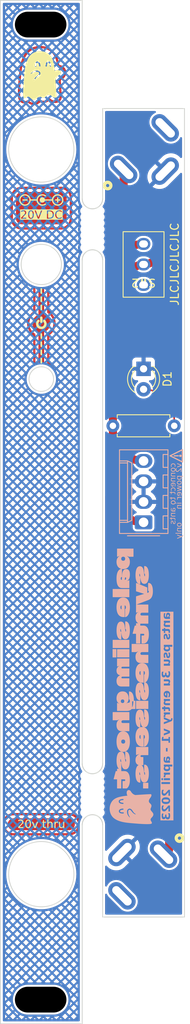
<source format=kicad_pcb>
(kicad_pcb (version 20221018) (generator pcbnew)
  (layers (0 "F.Cu" signal) (31 "B.Cu" signal) (34 "B.Paste" user) (35 "F.Paste" user) (36 "B.SilkS" user "B.Silkscreen") (37 "F.SilkS" user "F.Silkscreen") (38 "B.Mask" user) (39 "F.Mask" user) (44 "Edge.Cuts" user))
  (net 0 "")
  (net 1 "VDC")
  (net 2 "Earth")
  (net 5 "Net-(SW2-B)")
  (net 6 "Net-(D1-A)")
  (footprint "Resistor_THT:R_Axial_DIN0207_L6.3mm_D2.5mm_P7.62mm_Horizontal" (layer "F.Cu") (at 85.09 97.24)
    (fp_text reference "R1" hide)
    (fp_text value "9k")
  )
  (footprint "Pale Slim Ghost:eurorack panel mounting slot" (layer "F.Cu") (at 76.12 168.45)
    (fp_text reference "H2" hide)
    (fp_text value "MountingHole" hide)
  )
  (footprint "Pale Slim Ghost:eurorack panel mounting slot" (layer "F.Cu") (at 76.12 47.45)
    (fp_text reference "H1" hide)
    (fp_text value "MountingHole" hide)
  )
  (footprint "Pale Slim Ghost:Sub Mini Toggle Switch SPDT" (layer "F.Cu") (at 88.9 77.216 180)
    (fp_text reference "SW2")
    (fp_text value "SW_SPDT")
  )
  (footprint "Pale Slim Ghost:CUI_PJ-064B" (layer "F.Cu") (at 88.9 152.88 -135)
    (fp_text reference "J3" hide)
    (fp_text value "Barrel_Jack_Switch")
  )
  (footprint "LED_THT:LED_D3.0mm" (layer "F.Cu") (at 88.9 90.17 -90)
    (fp_text reference "D1")
    (fp_text value "TLLR4401")
  )
  (footprint "Pale Slim Ghost:mousebite-2.54x5.08mm" (layer "F.Cu") (at 82.55 72.856 90)
    (fp_text reference "B1" hide)
    (fp_text value "Mousebite" hide)
    (fp_arc (start -3.81 -1.27) (mid -2.54 0) (end -3.81 1.27) (stroke (width 0.12)) (layer "Edge.Cuts"))
    (fp_arc (start 3.81 1.27) (mid 2.54 0) (end 3.81 -1.27) (stroke (width 0.12)) (layer "Edge.Cuts"))
  )
  (footprint "Pale Slim Ghost:mousebite-2.54x5.08mm" (layer "F.Cu") (at 82.55 142.96 90)
    (fp_text reference "B2" hide)
    (fp_text value "Mousebite" hide)
    (fp_arc (start -3.81 -1.27) (mid -2.54 0) (end -3.81 1.27) (stroke (width 0.12)) (layer "Edge.Cuts"))
    (fp_arc (start 3.81 1.27) (mid 2.54 0) (end 3.81 -1.27) (stroke (width 0.12)) (layer "Edge.Cuts"))
  )
  (footprint "Pale Slim Ghost:CUI_PJ-064B" (layer "F.Cu") (at 88.9 62.95 45)
    (fp_text reference "J2" hide)
    (fp_text value "Barrel_Jack_Switch")
  )
  (footprint "Connector_Molex:Molex_KK-254_AE-6410-04A_1x04_P2.54mm_Vertical" (layer "B.Cu") (at 88.9 109.22 90)
    (fp_text reference "J1" hide)
    (fp_text value "Conn_01x04")
  )
  (gr_circle (center 72.771 146.685) (end 72.136 146.685) (stroke (width 0.2)) (fill solid) (layer "F.Cu"))
  (gr_rect (start 72.771 146.05) (end 79.629 147.32) (stroke (width 0.2)) (fill solid) (layer "F.Cu"))
  (gr_circle (center 79.629 146.685) (end 78.994 146.685) (stroke (width 0.2)) (fill solid) (layer "F.Cu"))
  (gr_rect (start 75.946 80.127086) (end 76.454 89.511483) (stroke (width 0.2)) (fill solid) (layer "F.Cu"))
  (gr_poly (pts (xy 76.2 50.8) (xy 76.356254 50.818451) (xy 76.433548 50.832806) (xy 76.510054 50.850598) (xy 76.585598 50.871836) (xy 76.660004 50.896532) (xy 76.733099 50.924698) (xy 76.804708 50.956346) (xy 76.874656 50.991486) (xy 76.942769 51.03013) (xy 77.008872 51.072289) (xy 77.07279 51.117976) (xy 77.150592 51.181696) (xy 77.221867 51.249962) (xy 77.286978 51.322429) (xy 77.346288 51.398751) (xy 77.400158 51.478585) (xy 77.448952 51.561585) (xy 77.493031 51.647405) (xy 77.532758 51.735702) (xy 77.568496 51.82613) (xy 77.600607 51.918343) (xy 77.629453 52.011998) (xy 77.655397 52.106749) (xy 77.6788 52.202251) (xy 77.700027 52.298159) (xy 77.737397 52.489814) (xy 77.752871 52.579593) (xy 77.766813 52.669646) (xy 77.779442 52.759918) (xy 77.790975 52.850355) (xy 77.811625 53.031511) (xy 77.830504 53.212682) (xy 77.832394 53.230512) (xy 77.834055 53.245193) (xy 77.835501 53.257001) (xy 77.836749 53.266211) (xy 77.837811 53.273099) (xy 77.838704 53.277941) (xy 77.839442 53.281014) (xy 77.839757 53.281972) (xy 77.840039 53.282592) (xy 77.84029 53.282906) (xy 77.840511 53.282951) (xy 77.840704 53.28276) (xy 77.840872 53.282368) (xy 77.841136 53.281118) (xy 77.84132 53.279476) (xy 77.841537 53.274515) (xy 77.848551 53.268386) (xy 77.869835 53.252342) (xy 77.885942 53.241702) (xy 77.905751 53.229903) (xy 77.929309 53.217384) (xy 77.956661 53.204586) (xy 77.987851 53.191947) (xy 78.022925 53.179909) (xy 78.061929 53.168909) (xy 78.104907 53.159389) (xy 78.151905 53.151788) (xy 78.202968 53.146546) (xy 78.258141 53.144102) (xy 78.31747 53.144896) (xy 78.347399 53.147125) (xy 78.375757 53.15119) (xy 78.402527 53.156996) (xy 78.427694 53.164451) (xy 78.451244 53.173459) (xy 78.47316 53.183928) (xy 78.493428 53.195764) (xy 78.512033 53.208871) (xy 78.528959 53.223158) (xy 78.54419 53.238529) (xy 78.557713 53.254891) (xy 78.569511 53.27215) (xy 78.579569 53.290212) (xy 78.587872 53.308984) (xy 78.594405 53.328371) (xy 78.599153 53.348279) (xy 78.602099 53.368615) (xy 78.60323 53.389285) (xy 78.60253 53.410195) (xy 78.599984 53.431251) (xy 78.595576 53.45236) (xy 78.589291 53.473426) (xy 78.581114 53.494357) (xy 78.571029 53.515059) (xy 78.559022 53.535437) (xy 78.545078 53.555399) (xy 78.52918 53.574849) (xy 78.511314 53.593695) (xy 78.491465 53.611841) (xy 78.469617 53.629196) (xy 78.445755 53.645663) (xy 78.419863 53.661151) (xy 78.372003 53.689342) (xy 78.32588 53.719683) (xy 78.281593 53.752065) (xy 78.239242 53.786379) (xy 78.198929 53.822518) (xy 78.160753 53.860373) (xy 78.124814 53.899836) (xy 78.091214 53.940798) (xy 78.060051 53.983152) (xy 78.031428 54.026789) (xy 78.005443 54.0716) (xy 77.982197 54.117478) (xy 77.96179 54.164313) (xy 77.944324 54.211999) (xy 77.929897 54.260426) (xy 77.91861 54.309486) (xy 77.969213 55.063563) (xy 78.011132 55.746947) (xy 78.037052 56.245398) (xy 78.041726 56.389572) (xy 78.041591 56.42915) (xy 78.039657 56.444673) (xy 78.029346 56.454115) (xy 78.018413 56.462222) (xy 78.006902 56.469046) (xy 77.994857 56.47464) (xy 77.98232 56.47906) (xy 77.969336 56.482357) (xy 77.955946 56.484585) (xy 77.942196 56.485798) (xy 77.928127 56.48605) (xy 77.913784 56.485392) (xy 77.899209 56.48388) (xy 77.884447 56.481566) (xy 77.869539 56.478503) (xy 77.854531 56.474746) (xy 77.824382 56.465361) (xy 77.794348 56.453837) (xy 77.764776 56.440602) (xy 77.73601 56.426083) (xy 77.708399 56.410707) (xy 77.682289 56.394902) (xy 77.658026 56.379095) (xy 77.635958 56.363714) (xy 77.61643 56.349185) (xy 77.556971 56.304138) (xy 77.491368 56.257834) (xy 77.456468 56.23525) (xy 77.420279 56.213599) (xy 77.382883 56.193296) (xy 77.344362 56.174758) (xy 77.304798 56.158401) (xy 77.264274 56.144639) (xy 77.222871 56.13389) (xy 77.201866 56.129774) (xy 77.180672 56.126568) (xy 77.1593 56.124322) (xy 77.137759 56.123089) (xy 77.116061 56.122921) (xy 77.094215 56.12387) (xy 77.072232 56.125988) (xy 77.050121 56.129326) (xy 77.027894 56.133937) (xy 77.00556 56.139873) (xy 76.98545 56.146608) (xy 76.966098 56.154615) (xy 76.947447 56.163793) (xy 76.929439 56.174042) (xy 76.912016 56.18526) (xy 76.895121 56.197347) (xy 76.878694 56.2102) (xy 76.86268 56.22372) (xy 76.831655 56.252356) (xy 76.801583 56.282444) (xy 76.742452 56.343748) (xy 76.712467 56.373347) (xy 76.681586 56.401167) (xy 76.665665 56.414158) (xy 76.649347 56.4264) (xy 76.632574 56.437794) (xy 76.615288 56.448238) (xy 76.597431 56.457631) (xy 76.578946 56.465872) (xy 76.559775 56.47286) (xy 76.539859 56.478494) (xy 76.519142 56.482674) (xy 76.497565 56.485297) (xy 76.475071 56.486264) (xy 76.451602 56.485472) (xy 76.426678 56.483093) (xy 76.402632 56.479618) (xy 76.379403 56.475163) (xy 76.356931 56.469841) (xy 76.335156 56.463768) (xy 76.314016 56.457058) (xy 76.273404 56.442188) (xy 76.197152 56.409854) (xy 76.160546 56.394226) (xy 76.124309 56.380181) (xy 76.087957 56.368636) (xy 76.069588 56.364088) (xy 76.051008 56.360509) (xy 76.032159 56.358014) (xy 76.012978 56.356718) (xy 75.993407 56.356734) (xy 75.973383 56.358179) (xy 75.952848 56.361167) (xy 75.931741 56.365812) (xy 75.910001 56.372229) (xy 75.887567 56.380533) (xy 75.864381 56.390838) (xy 75.840379 56.403259) (xy 75.815504 56.417912) (xy 75.789694 56.43491) (xy 75.742987 56.468995) (xy 75.698344 56.504382) (xy 75.613578 56.575768) (xy 75.572619 56.610119) (xy 75.532053 56.642478) (xy 75.49146 56.672019) (xy 75.450425 56.697919) (xy 75.42961 56.709246) (xy 75.408528 56.719354) (xy 75.387126 56.72814) (xy 75.365352 56.735501) (xy 75.343154 56.741333) (xy 75.320479 56.745535) (xy 75.297275 56.748002) (xy 75.273491 56.748632) (xy 75.249073 56.747322) (xy 75.22397 56.743969) (xy 75.198129 56.73847) (xy 75.171498 56.730722) (xy 75.144025 56.720621) (xy 75.115657 56.708066) (xy 75.086343 56.692952) (xy 75.05603 56.675178) (xy 75.036686 56.662687) (xy 75.017909 56.64964) (xy 74.981858 56.622187) (xy 74.94747 56.593422) (xy 74.914341 56.563951) (xy 74.85024 56.50531) (xy 74.818458 56.47735) (xy 74.786314 56.451103) (xy 74.753404 56.427173) (xy 74.736535 56.416267) (xy 74.719322 56.406167) (xy 74.701716 56.396949) (xy 74.683664 56.388688) (xy 74.665117 56.38146) (xy 74.646024 56.375342) (xy 74.626334 56.370407) (xy 74.605997 56.366733) (xy 74.584962 56.364394) (xy 74.563178 56.363466) (xy 74.540595 56.364025) (xy 74.517162 56.366147) (xy 74.492829 56.369906) (xy 74.467544 56.375379) (xy 74.459571 56.37779) (xy 74.450593 56.381285) (xy 74.429899 56.391147) (xy 74.406005 56.404203) (xy 74.379458 56.419695) (xy 74.320578 56.454948) (xy 74.289336 56.47319) (xy 74.257617 56.49083) (xy 74.225968 56.507108) (xy 74.194931 56.521264) (xy 74.165053 56.53254) (xy 74.150719 56.536861) (xy 74.136878 56.540176) (xy 74.123599 56.542391) (xy 74.11095 56.543412) (xy 74.098999 56.543143) (xy 74.087814 56.541489) (xy 74.077463 56.538355) (xy 74.068014 56.533647) (xy 74.059536 56.527269) (xy 74.052096 56.519126) (xy 74.031215 56.477179) (xy 74.01447 56.412407) (xy 74.001681 56.326043) (xy 73.992668 56.219322) (xy 73.985251 55.949748) (xy 73.990778 55.613557) (xy 74.00781 55.220626) (xy 74.034906 54.780829) (xy 74.113532 53.800136) (xy 74.139028 53.527213) (xy 74.824237 53.527213) (xy 74.908396 53.617371) (xy 74.918517 53.607241) (xy 74.930375 53.596493) (xy 74.943867 53.585212) (xy 74.958888 53.573482) (xy 74.975336 53.561385) (xy 74.993107 53.549006) (xy 75.032205 53.523736) (xy 75.075355 53.498342) (xy 75.12173 53.473492) (xy 75.145868 53.46148) (xy 75.170502 53.449856) (xy 75.195529 53.438703) (xy 75.220846 53.428105) (xy 75.307382 53.393188) (xy 75.326387 53.386327) (xy 75.345352 53.380171) (xy 75.364786 53.374701) (xy 75.385193 53.369894) (xy 75.407082 53.365731) (xy 75.430958 53.36219) (xy 75.457328 53.359251) (xy 75.486699 53.356893) (xy 75.519576 53.355095) (xy 75.556468 53.353836) (xy 75.644318 53.352855) (xy 75.668065 53.353232) (xy 75.690222 53.354338) (xy 75.710843 53.356133) (xy 75.729984 53.358575) (xy 75.747699 53.361626) (xy 75.764043 53.365244) (xy 75.779072 53.369391) (xy 75.792839 53.374025) (xy 75.805399 53.379107) (xy 75.816809 53.384596) (xy 75.827121 53.390452) (xy 75.836392 53.396635) (xy 75.844676 53.403106) (xy 75.852028 53.409823) (xy 75.858503 53.416748) (xy 75.864155 53.423839) (xy 75.86904 53.431056) (xy 75.873212 53.43836) (xy 75.876727 53.44571) (xy 75.879638 53.453066) (xy 75.882001 53.460388) (xy 75.883871 53.467636) (xy 75.885303 53.47477) (xy 75.886351 53.48175) (xy 75.887516 53.495085) (xy 75.887805 53.507321) (xy 75.887509 53.527213) (xy 75.887328 53.53137) (xy 75.886795 53.535735) (xy 75.885922 53.540292) (xy 75.884722 53.545027) (xy 75.881392 53.554974) (xy 75.876908 53.565459) (xy 75.871372 53.576364) (xy 75.864888 53.587573) (xy 75.857558 53.598971) (xy 75.849485 53.610439) (xy 75.84077 53.621862) (xy 75.831518 53.633123) (xy 75.82183 53.644105) (xy 75.81181 53.654691) (xy 75.801559 53.664765) (xy 75.791181 53.674211) (xy 75.780779 53.682912) (xy 75.770454 53.69075) (xy 75.7314 53.718743) (xy 75.711696 53.733098) (xy 75.690413 53.748998) (xy 75.666456 53.767425) (xy 75.638731 53.789358) (xy 75.606142 53.815777) (xy 75.567595 53.847663) (xy 75.547213 53.865125) (xy 75.527926 53.882539) (xy 75.509688 53.899867) (xy 75.492452 53.917074) (xy 75.476171 53.934121) (xy 75.460799 53.950972) (xy 75.446289 53.96759) (xy 75.432595 53.983937) (xy 75.419669 53.999976) (xy 75.407465 54.01567) (xy 75.385037 54.045875) (xy 75.364936 54.074255) (xy 75.346789 54.100513) (xy 75.334891 54.118793) (xy 75.322258 54.140171) (xy 75.308887 54.164646) (xy 75.294781 54.192218) (xy 75.279938 54.222888) (xy 75.264359 54.256655) (xy 75.248044 54.293519) (xy 75.230993 54.333481) (xy 75.33572 54.400429) (xy 75.404391 54.312753) (xy 75.475683 54.222417) (xy 75.501299 54.19043) (xy 75.524489 54.162621) (xy 75.535546 54.150005) (xy 75.546442 54.138099) (xy 75.557327 54.126792) (xy 75.568349 54.115972) (xy 75.579656 54.105529) (xy 75.591399 54.095349) (xy 75.603724 54.085323) (xy 75.616781 54.075338) (xy 75.630719 54.065284) (xy 75.645687 54.055048) (xy 75.661833 54.044519) (xy 75.679305 54.033586) (xy 75.716782 54.01018) (xy 75.755999 53.98487) (xy 75.796253 53.957983) (xy 75.836841 53.929842) (xy 75.877058 53.900775) (xy 75.9162 53.871106) (xy 75.953564 53.841161) (xy 75.988447 53.811266) (xy 75.996682 53.803602) (xy 76.004685 53.795513) (xy 76.019983 53.778175) (xy 76.034325 53.75949) (xy 76.047698 53.739696) (xy 76.060086 53.719032) (xy 76.071475 53.697735) (xy 76.08185 53.676045) (xy 76.091195 53.654199) (xy 76.099496 53.632436) (xy 76.106739 53.610993) (xy 76.112908 53.59011) (xy 76.117988 53.570024) (xy 76.121965 53.550974) (xy 76.124825 53.533198) (xy 76.126551 53.516934) (xy 76.12713 53.502421) (xy 76.126566 53.488095) (xy 76.124846 53.472347) (xy 76.121933 53.455346) (xy 76.117785 53.437261) (xy 76.112363 53.41826) (xy 76.105629 53.398512) (xy 76.097541 53.378186) (xy 76.088062 53.35745) (xy 76.077151 53.336472) (xy 76.064768 53.315422) (xy 76.050875 53.294468) (xy 76.035431 53.273779) (xy 76.018397 53.253523) (xy 75.999733 53.233869) (xy 75.979401 53.214986) (xy 75.968596 53.205886) (xy 75.95736 53.197042) (xy 75.939069 53.184032) (xy 75.92036 53.172388) (xy 75.901348 53.162038) (xy 75.882148 53.152909) (xy 75.862877 53.144928) (xy 75.84365 53.138023) (xy 75.824583 53.132121) (xy 75.805793 53.127148) (xy 75.787394 53.123034) (xy 75.769503 53.119703) (xy 75.752236 53.117085) (xy 75.735707 53.115106) (xy 75.720035 53.113693) (xy 75.705333 53.112774) (xy 75.679305 53.112126) (xy 75.636529 53.112634) (xy 75.59659 53.114119) (xy 75.559285 53.116527) (xy 75.524409 53.119801) (xy 75.491758 53.123886) (xy 75.461125 53.128727) (xy 75.432308 53.134267) (xy 75.4051 53.140452) (xy 75.379298 53.147225) (xy 75.354697 53.154531) (xy 75.331092 53.162315) (xy 75.308279 53.17052) (xy 75.264208 53.187973) (xy 75.220846 53.206446) (xy 75.198182 53.217125) (xy 75.17393 53.23017) (xy 75.148369 53.245341) (xy 75.121779 53.262398) (xy 75.094439 53.281103) (xy 75.06663 53.301217) (xy 75.038631 53.3225) (xy 75.010721 53.344714) (xy 74.983181 53.367618) (xy 74.95629 53.390975) (xy 74.930328 53.414544) (xy 74.905574 53.438087) (xy 74.882308 53.461365) (xy 74.86081 53.484138) (xy 74.84136 53.506167) (xy 74.824237 53.527213) (xy 74.139028 53.527213) (xy 74.142411 53.490997) (xy 74.178356 53.169648) (xy 74.20047 53.006424) (xy 74.226141 52.842581) (xy 74.255964 52.678931) (xy 74.283725 52.548337) (xy 75.370807 52.548337) (xy 75.371878 52.592845) (xy 75.374256 52.637326) (xy 75.374824 52.643429) (xy 75.37569 52.649431) (xy 75.376847 52.655325) (xy 75.378287 52.661104) (xy 75.380002 52.666762) (xy 75.381983 52.67229) (xy 75.384224 52.677684) (xy 75.386715 52.682935) (xy 75.38945 52.688036) (xy 75.392419 52.692981) (xy 75.395616 52.697762) (xy 75.399031 52.702373) (xy 75.402658 52.706807) (xy 75.406487 52.711056) (xy 75.410512 52.715114) (xy 75.414724 52.718974) (xy 75.419116 52.722629) (xy 75.423678 52.726071) (xy 75.428404 52.729294) (xy 75.433285 52.732292) (xy 75.438314 52.735056) (xy 75.443482 52.73758) (xy 75.448781 52.739857) (xy 75.454204 52.741881) (xy 75.459742 52.743643) (xy 75.465388 52.745138) (xy 75.471133 52.746358) (xy 75.47697 52.747296) (xy 75.48289 52.747945) (xy 75.488886 52.748299) (xy 75.49495 52.74835) (xy 75.501074 52.748092) (xy 75.507176 52.747524) (xy 75.513178 52.746658) (xy 75.519072 52.745501) (xy 75.524851 52.744061) (xy 75.530509 52.742346) (xy 75.536038 52.740365) (xy 75.541431 52.738124) (xy 75.546682 52.735633) (xy 75.551783 52.732898) (xy 75.556728 52.729929) (xy 75.561509 52.726732) (xy 75.56612 52.723317) (xy 75.570554 52.71969) (xy 75.574803 52.71586) (xy 75.578861 52.711836) (xy 75.582721 52.707623) (xy 75.586376 52.703232) (xy 75.589818 52.69867) (xy 75.593042 52.693944) (xy 75.596039 52.689063) (xy 75.598803 52.684034) (xy 75.601327 52.678866) (xy 75.603605 52.673567) (xy 75.605628 52.668144) (xy 75.607391 52.662606) (xy 75.608885 52.65696) (xy 75.610105 52.651215) (xy 75.611043 52.645378) (xy 75.611693 52.639458) (xy 75.612047 52.633462) (xy 75.612098 52.627398) (xy 75.611839 52.621274) (xy 75.609717 52.580674) (xy 75.608902 52.541382) (xy 75.609367 52.503564) (xy 75.611089 52.467386) (xy 75.614042 52.433014) (xy 75.615972 52.416558) (xy 75.618201 52.400616) (xy 75.620725 52.385209) (xy 75.623541 52.370357) (xy 75.626646 52.356081) (xy 75.630036 52.342403) (xy 75.633709 52.329343) (xy 75.637662 52.316921) (xy 75.641891 52.305159) (xy 75.646394 52.294078) (xy 75.651166 52.283697) (xy 75.656206 52.274039) (xy 75.661509 52.265123) (xy 75.667073 52.25697) (xy 75.672894 52.249602) (xy 75.67897 52.243039) (xy 75.685297 52.237302) (xy 75.691873 52.232411) (xy 75.698693 52.228388) (xy 75.705755 52.225252) (xy 75.713056 52.223026) (xy 75.720592 52.22173) (xy 75.728484 52.221445) (xy 75.736364 52.222267) (xy 75.744215 52.224161) (xy 75.752023 52.227094) (xy 75.759772 52.231029) (xy 75.767446 52.235932) (xy 75.77503 52.241768) (xy 75.782507 52.248503) (xy 75.797081 52.264529) (xy 75.811043 52.283732) (xy 75.824269 52.305833) (xy 75.836633 52.330553) (xy 75.84801 52.357615) (xy 75.858276 52.38674) (xy 75.867305 52.41765) (xy 75.874973 52.450066) (xy 75.881155 52.48371) (xy 75.885725 52.518304) (xy 75.888558 52.55357) (xy 75.88953 52.589228) (xy 75.889685 52.595355) (xy 75.890145 52.601401) (xy 75.890902 52.60736) (xy 75.891949 52.613223) (xy 75.893279 52.618984) (xy 75.894883 52.624634) (xy 75.896755 52.630166) (xy 75.898887 52.635572) (xy 75.901271 52.640846) (xy 75.903901 52.64598) (xy 75.906768 52.650966) (xy 75.909864 52.655797) (xy 75.913184 52.660465) (xy 75.916719 52.664963) (xy 75.920461 52.669283) (xy 75.924403 52.673418) (xy 75.928538 52.67736) (xy 75.932858 52.681102) (xy 75.937356 52.684637) (xy 75.942024 52.687956) (xy 75.946855 52.691053) (xy 75.951841 52.69392) (xy 75.956974 52.69655) (xy 75.962248 52.698934) (xy 75.967655 52.701066) (xy 75.973187 52.702938) (xy 75.978837 52.704542) (xy 75.984598 52.705872) (xy 75.990461 52.706919) (xy 75.996419 52.707676) (xy 76.002466 52.708136) (xy 76.008593 52.70829) (xy 76.01472 52.708136) (xy 76.020766 52.707676) (xy 76.026725 52.706919) (xy 76.032588 52.705872) (xy 76.038349 52.704542) (xy 76.043998 52.702938) (xy 76.049531 52.701066) (xy 76.054937 52.698934) (xy 76.060211 52.69655) (xy 76.065345 52.69392) (xy 76.070331 52.691053) (xy 76.075162 52.687956) (xy 76.07983 52.684637) (xy 76.084328 52.681102) (xy 76.088648 52.67736) (xy 76.092783 52.673418) (xy 76.096725 52.669283) (xy 76.100467 52.664963) (xy 76.104002 52.660465) (xy 76.107322 52.655797) (xy 76.110418 52.650966) (xy 76.113285 52.64598) (xy 76.115915 52.640846) (xy 76.118299 52.635572) (xy 76.120431 52.630166) (xy 76.122303 52.624634) (xy 76.123907 52.618984) (xy 76.125237 52.613223) (xy 76.126284 52.60736) (xy 76.127041 52.601401) (xy 76.127501 52.595355) (xy 76.127656 52.589228) (xy 76.127571 52.586292) (xy 76.688064 52.586292) (xy 76.688182 52.592355) (xy 76.688602 52.598346) (xy 76.689318 52.604259) (xy 76.69032 52.610085) (xy 76.691604 52.615817) (xy 76.693161 52.621446) (xy 76.694985 52.626964) (xy 76.697068 52.632364) (xy 76.699404 52.637638) (xy 76.701986 52.642777) (xy 76.704805 52.647775) (xy 76.707857 52.652622) (xy 76.711132 52.657312) (xy 76.714625 52.661836) (xy 76.718328 52.666187) (xy 76.722234 52.670356) (xy 76.726337 52.674336) (xy 76.730628 52.678118) (xy 76.735102 52.681695) (xy 76.73975 52.685059) (xy 76.744567 52.688203) (xy 76.749544 52.691117) (xy 76.754676 52.693795) (xy 76.759954 52.696228) (xy 76.765372 52.698408) (xy 76.770922 52.700329) (xy 76.776599 52.70198) (xy 76.782393 52.703356) (xy 76.7883 52.704448) (xy 76.794311 52.705248) (xy 76.800419 52.705747) (xy 76.806545 52.705938) (xy 76.812608 52.70582) (xy 76.8186 52.705399) (xy 76.824513 52.704684) (xy 76.830339 52.703681) (xy 76.83607 52.702398) (xy 76.841699 52.700841) (xy 76.847218 52.699017) (xy 76.852617 52.696933) (xy 76.857891 52.694597) (xy 76.863031 52.692016) (xy 76.868028 52.689196) (xy 76.872876 52.686145) (xy 76.877566 52.682869) (xy 76.88209 52.679377) (xy 76.88644 52.675673) (xy 76.890609 52.671767) (xy 76.894589 52.667665) (xy 76.898371 52.663373) (xy 76.901949 52.6589) (xy 76.905313 52.654251) (xy 76.908456 52.649435) (xy 76.911371 52.644457) (xy 76.914048 52.639326) (xy 76.916481 52.634048) (xy 76.918662 52.62863) (xy 76.920582 52.623079) (xy 76.922234 52.617403) (xy 76.92361 52.611608) (xy 76.924701 52.605702) (xy 76.925501 52.599691) (xy 76.926001 52.593582) (xy 76.927356 52.572642) (xy 76.929031 52.55207) (xy 76.931019 52.531887) (xy 76.933312 52.512112) (xy 76.935901 52.492766) (xy 76.938779 52.473868) (xy 76.941938 52.455438) (xy 76.945369 52.437497) (xy 76.949064 52.420064) (xy 76.953017 52.40316) (xy 76.957217 52.386804) (xy 76.961658 52.371016) (xy 76.966332 52.355816) (xy 76.97123 52.341225) (xy 76.976345 52.327262) (xy 76.981668 52.313947) (xy 76.987191 52.301301) (xy 76.992907 52.289343) (xy 76.998807 52.278093) (xy 77.004884 52.267571) (xy 77.011128 52.257797) (xy 77.017533 52.248792) (xy 77.024091 52.240574) (xy 77.030793 52.233165) (xy 77.03763 52.226584) (xy 77.044597 52.22085) (xy 77.051683 52.215985) (xy 77.058882 52.212008) (xy 77.066184 52.208939) (xy 77.073583 52.206798) (xy 77.08107 52.205605) (xy 77.088637 52.20538) (xy 77.095077 52.206221) (xy 77.101472 52.208259) (xy 77.107808 52.211448) (xy 77.114076 52.215739) (xy 77.120264 52.221083) (xy 77.126359 52.227434) (xy 77.138228 52.242963) (xy 77.149591 52.261942) (xy 77.160355 52.283986) (xy 77.170428 52.308712) (xy 77.179718 52.335736) (xy 77.188133 52.364675) (xy 77.195581 52.395145) (xy 77.201969 52.426763) (xy 77.207205 52.459144) (xy 77.211196 52.491906) (xy 77.213852 52.524664) (xy 77.215078 52.557035) (xy 77.214784 52.588635) (xy 77.214725 52.594764) (xy 77.214973 52.600823) (xy 77.215522 52.606804) (xy 77.216364 52.6127) (xy 77.217492 52.618504) (xy 77.218898 52.624206) (xy 77.220575 52.6298) (xy 77.222517 52.635278) (xy 77.224716 52.640632) (xy 77.227165 52.645855) (xy 77.229856 52.650938) (xy 77.232782 52.655873) (xy 77.235937 52.660654) (xy 77.239312 52.665273) (xy 77.242901 52.669721) (xy 77.246697 52.673991) (xy 77.250692 52.678075) (xy 77.254879 52.681966) (xy 77.25925 52.685655) (xy 77.2638 52.689136) (xy 77.26852 52.692399) (xy 77.273402 52.695438) (xy 77.278441 52.698245) (xy 77.283629 52.700812) (xy 77.288958 52.703132) (xy 77.294421 52.705195) (xy 77.300012 52.706996) (xy 77.305722 52.708526) (xy 77.311545 52.709777) (xy 77.317474 52.710741) (xy 77.323501 52.711412) (xy 77.329618 52.71178) (xy 77.335747 52.71184) (xy 77.341806 52.711591) (xy 77.347787 52.711042) (xy 77.353684 52.7102) (xy 77.359487 52.709073) (xy 77.365189 52.707667) (xy 77.370783 52.705989) (xy 77.376261 52.704047) (xy 77.381615 52.701848) (xy 77.386838 52.6994) (xy 77.391921 52.696709) (xy 77.396857 52.693782) (xy 77.401638 52.690628) (xy 77.406256 52.687252) (xy 77.410704 52.683663) (xy 77.414974 52.679867) (xy 77.419059 52.675873) (xy 77.422949 52.671686) (xy 77.426639 52.667314) (xy 77.430119 52.662765) (xy 77.433383 52.658045) (xy 77.436422 52.653162) (xy 77.439229 52.648123) (xy 77.441796 52.642936) (xy 77.444115 52.637606) (xy 77.446179 52.632143) (xy 77.447979 52.626553) (xy 77.449509 52.620842) (xy 77.45076 52.615019) (xy 77.451725 52.60909) (xy 77.452395 52.603064) (xy 77.452764 52.596946) (xy 77.453056 52.563622) (xy 77.451748 52.526639) (xy 77.448836 52.48684) (xy 77.444317 52.445066) (xy 77.438185 52.402158) (xy 77.430437 52.358959) (xy 77.421068 52.316309) (xy 77.415775 52.295454) (xy 77.410075 52.275052) (xy 77.399617 52.241914) (xy 77.388067 52.210241) (xy 77.3754 52.180118) (xy 77.361587 52.151628) (xy 77.346604 52.124853) (xy 77.330423 52.099878) (xy 77.321875 52.088091) (xy 77.313018 52.076785) (xy 77.303849 52.065971) (xy 77.294363 52.055658) (xy 77.284559 52.045858) (xy 77.274432 52.03658) (xy 77.263979 52.027835) (xy 77.253197 52.019634) (xy 77.242083 52.011987) (xy 77.230634 52.004904) (xy 77.218845 51.998395) (xy 77.206714 51.992472) (xy 77.194237 51.987145) (xy 77.181412 51.982423) (xy 77.168234 51.978318) (xy 77.154701 51.974839) (xy 77.140809 51.971997) (xy 77.126555 51.969804) (xy 77.111936 51.968268) (xy 77.096948 51.9674) (xy 77.071552 51.967316) (xy 77.047099 51.968846) (xy 77.023575 51.971953) (xy 77.000968 51.976599) (xy 76.979265 51.982747) (xy 76.958452 51.990359) (xy 76.938518 51.999399) (xy 76.91945 52.009829) (xy 76.901234 52.021612) (xy 76.883859 52.034711) (xy 76.86731 52.049087) (xy 76.851576 52.064704) (xy 76.836644 52.081525) (xy 76.8225 52.099512) (xy 76.796529 52.138836) (xy 76.77356 52.182377) (xy 76.753491 52.229836) (xy 76.73622 52.280915) (xy 76.721644 52.335316) (xy 76.709662 52.39274) (xy 76.700171 52.452889) (xy 76.693069 52.515464) (xy 76.688254 52.580166) (xy 76.688064 52.586292) (xy 76.127571 52.586292) (xy 76.125954 52.529928) (xy 76.120851 52.471095) (xy 76.117027 52.442016) (xy 76.112354 52.413246) (xy 76.106833 52.384851) (xy 76.100465 52.356895) (xy 76.093251 52.329442) (xy 76.08519 52.302557) (xy 76.076285 52.276303) (xy 76.066535 52.250746) (xy 76.055941 52.22595) (xy 76.044503 52.201979) (xy 76.032222 52.178897) (xy 76.0191 52.156769) (xy 76.005135 52.13566) (xy 75.99033 52.115633) (xy 75.974684 52.096753) (xy 75.958198 52.079084) (xy 75.940873 52.062691) (xy 75.92271 52.047638) (xy 75.903708 52.03399) (xy 75.883869 52.02181) (xy 75.863194 52.011163) (xy 75.841682 52.002115) (xy 75.819334 51.994728) (xy 75.796152 51.989067) (xy 75.772135 51.985197) (xy 75.747284 51.983182) (xy 75.7216 51.983087) (xy 75.695084 51.984975) (xy 75.680227 51.98689) (xy 75.665751 51.989388) (xy 75.651652 51.992459) (xy 75.637929 51.996094) (xy 75.62458 52.000286) (xy 75.611602 52.005025) (xy 75.598993 52.010302) (xy 75.586751 52.01611) (xy 75.574873 52.022438) (xy 75.563358 52.029279) (xy 75.552203 52.036623) (xy 75.541407 52.044463) (xy 75.530966 52.052788) (xy 75.520879 52.061591) (xy 75.501757 52.080595) (xy 75.484023 52.101404) (xy 75.467659 52.123948) (xy 75.452649 52.148158) (xy 75.438974 52.173964) (xy 75.426617 52.201296) (xy 75.41556 52.230084) (xy 75.405786 52.260258) (xy 75.397277 52.291749) (xy 75.392628 52.311861) (xy 75.388464 52.332286) (xy 75.384773 52.352999) (xy 75.381542 52.373976) (xy 75.376412 52.416623) (xy 75.372977 52.46003) (xy 75.371141 52.504) (xy 75.370807 52.548337) (xy 74.283725 52.548337) (xy 74.290538 52.516286) (xy 74.330458 52.355456) (xy 74.376322 52.197253) (xy 74.428726 52.042489) (xy 74.488266 51.891974) (xy 74.55554 51.74652) (xy 74.631144 51.606939) (xy 74.715675 51.474042) (xy 74.80973 51.34864) (xy 74.860197 51.29031) (xy 74.913716 51.235163) (xy 74.970113 51.183212) (xy 75.029213 51.134468) (xy 75.090841 51.088942) (xy 75.154824 51.046645) (xy 75.220985 51.007589) (xy 75.289152 50.971786) (xy 75.35915 50.939246) (xy 75.430803 50.909982) (xy 75.503937 50.884005) (xy 75.578378 50.861326) (xy 75.730482 50.825908) (xy 75.885717 50.80382) (xy 76.042689 50.795153)) (stroke (width 0.079374)) (fill solid) (layer "F.Cu"))
  (gr_rect (start 73.787 68.961) (end 78.613 71.501) (stroke (width 1.47)) (fill solid) (layer "F.Cu"))
  (gr_circle (center 76.206353 84.533403) (end 77.222353 84.533403) (stroke (width 0.2)) (fill solid) (layer "F.Cu"))
  (gr_poly (pts (xy 85.577999 131.133918) (xy 85.583304 131.192882) (xy 85.592124 131.249361) (xy 85.604445 131.303348) (xy 85.620247 131.354841) (xy 85.639516 131.403835) (xy 85.662234 131.450326) (xy 85.688384 131.49431) (xy 85.717949 131.535782) (xy 85.750914 131.574738) (xy 85.78726 131.611175) (xy 85.826972 131.645087) (xy 85.870033 131.676471) (xy 85.916426 131.705323) (xy 85.966133 131.731639) (xy 86.019139 131.755414) (xy 86.019139 131.829709) (xy 85.641949 131.663973) (xy 85.641949 132.586946) (xy 86.827812 132.586946) (xy 86.879993 132.58579) (xy 86.930453 132.582319) (xy 86.979197 132.576527) (xy 87.026229 132.568411) (xy 87.071554 132.557966) (xy 87.115175 132.545187) (xy 87.157096 132.530068) (xy 87.197322 132.512607) (xy 87.235857 132.492797) (xy 87.272706 132.470634) (xy 87.307871 132.446113) (xy 87.341358 132.41923) (xy 87.373171 132.38998) (xy 87.403313 132.358358) (xy 87.43179 132.32436) (xy 87.442174 132.310272) (xy 87.442174 131.39251) (xy 87.664751 131.39251) (xy 87.665059 131.378223) (xy 87.662825 131.243267) (xy 87.656158 131.116979) (xy 87.645112 130.999323) (xy 87.629742 130.890261) (xy 87.610103 130.789754) (xy 87.586249 130.697765) (xy 87.558235 130.614256) (xy 87.526113 130.53919) (xy 87.489941 130.472529) (xy 87.44977 130.414236) (xy 87.405657 130.364272) (xy 87.357655 130.322601) (xy 87.332213 130.304863) (xy 87.305819 130.289183) (xy 87.27848 130.275558) (xy 87.250203 130.263983) (xy 87.190862 130.246961) (xy 87.127849 130.238081) (xy 87.127849 131.166768) (xy 87.133943 131.168016) (xy 87.139899 131.169618) (xy 87.145714 131.171577) (xy 87.151385 131.173895) (xy 87.156906 131.176576) (xy 87.162275 131.179621) (xy 87.167489 131.183033) (xy 87.172542 131.186816) (xy 87.177433 131.19097) (xy 87.182156 131.1955) (xy 87.186709 131.200408) (xy 87.191088 131.205696) (xy 87.195289 131.211367) (xy 87.199308 131.217424) (xy 87.203143 131.223869) (xy 87.206788 131.230705) (xy 87.21024 131.237934) (xy 87.213497 131.24556) (xy 87.216554 131.253584) (xy 87.219407 131.262009) (xy 87.222052 131.270839) (xy 87.224487 131.280074) (xy 87.226708 131.28972) (xy 87.22871 131.299776) (xy 87.230491 131.310248) (xy 87.232046 131.321136) (xy 87.233371 131.332444) (xy 87.234464 131.344174) (xy 87.235321 131.356329) (xy 87.235937 131.368912) (xy 87.23631 131.381924) (xy 87.236435 131.39537) (xy 87.235664 131.423558) (xy 87.233354 131.450232) (xy 87.229503 131.475348) (xy 87.224112 131.498865) (xy 87.220838 131.510011) (xy 87.21718 131.520741) (xy 87.213136 131.531051) (xy 87.208708 131.540935) (xy 87.203894 131.550387) (xy 87.198695 131.559404) (xy 87.193111 131.567979) (xy 87.187142 131.576106) (xy 87.180788 131.583782) (xy 87.174049 131.591001) (xy 87.166925 131.597757) (xy 87.159416 131.604045) (xy 87.151521 131.60986) (xy 87.143242 131.615197) (xy 87.134577 131.620051) (xy 87.125528 131.624416) (xy 87.116093 131.628287) (xy 87.106273 131.631658) (xy 87.096068 131.634526) (xy 87.085478 131.636883) (xy 87.074503 131.638726) (xy 87.063142 131.640049) (xy 87.051397 131.640847) (xy 87.039267 131.641114) (xy 86.950684 131.641114) (xy 86.567779 131.829709) (xy 86.567779 131.755414) (xy 86.594434 131.743844) (xy 86.620282 131.731639) (xy 86.645322 131.718798) (xy 86.66955 131.705323) (xy 86.692964 131.691214) (xy 86.715561 131.676471) (xy 86.737338 131.661096) (xy 86.758294 131.645087) (xy 86.778425 131.628447) (xy 86.797729 131.611175) (xy 86.816203 131.593272) (xy 86.833845 131.574738) (xy 86.850651 131.555575) (xy 86.86662 131.535782) (xy 86.881749 131.51536) (xy 86.896035 131.49431) (xy 86.909475 131.472632) (xy 86.922067 131.450326) (xy 86.933808 131.427394) (xy 86.944696 131.403835) (xy 86.954728 131.379651) (xy 86.963901 131.354841) (xy 86.972213 131.329407) (xy 86.979661 131.303348) (xy 86.986243 131.276666) (xy 86.991956 131.249361) (xy 86.996797 131.221433) (xy 87.000763 131.192882) (xy 87.003853 131.16371) (xy 87.006063 131.133918) (xy 87.007391 131.103504) (xy 87.007834 131.07247) (xy 87.006536 131.012176) (xy 87.002672 130.95351) (xy 86.996288 130.896561) (xy 86.98743 130.841415) (xy 86.976144 130.788161) (xy 86.962477 130.736887) (xy 86.946474 130.687681) (xy 86.928181 130.640631) (xy 86.907645 130.595824) (xy 86.884912 130.553349) (xy 86.860026 130.513293) (xy 86.833036 130.475744) (xy 86.803986 130.44079) (xy 86.772922 130.40852) (xy 86.739891 130.379021) (xy 86.704939 130.352381) (xy 86.683742 130.338351) (xy 86.661943 130.325196) (xy 86.63954 130.31292) (xy 86.616535 130.301527) (xy 86.592927 130.291021) (xy 86.568717 130.281407) (xy 86.543904 130.272689) (xy 86.518487 130.264871) (xy 86.492469 130.257956) (xy 86.465847 130.25195) (xy 86.438623 130.246857) (xy 86.410795 130.24268) (xy 86.382365 130.239424) (xy 86.353333 130.237093) (xy 86.323697 130.235692) (xy 86.293459 130.235224) (xy 86.293459 131.161054) (xy 86.303636 131.161221) (xy 86.313797 131.161724) (xy 86.323923 131.162561) (xy 86.334 131.163733) (xy 86.34401 131.165239) (xy 86.353936 131.167081) (xy 86.363761 131.169257) (xy 86.373469 131.171769) (xy 86.383044 131.174615) (xy 86.392467 131.177796) (xy 86.401723 131.181312) (xy 86.410795 131.185163) (xy 86.419666 131.189348) (xy 86.42832 131.193869) (xy 86.436739 131.198725) (xy 86.444907 131.203915) (xy 86.45639 131.21282) (xy 86.467253 131.222383) (xy 86.477481 131.23259) (xy 86.487055 131.243429) (xy 86.495959 131.254888) (xy 86.504178 131.266953) (xy 86.511692 131.279613) (xy 86.518487 131.292855) (xy 86.524546 131.306666) (xy 86.52985 131.321034) (xy 86.534385 131.335946) (xy 86.538133 131.351389) (xy 86.541077 131.367351) (xy 86.5432 131.38382) (xy 86.544487 131.400783) (xy 86.544919 131.418227) (xy 86.544487 131.436174) (xy 86.5432 131.453578) (xy 86.541077 131.470429) (xy 86.538133 131.486719) (xy 86.534385 131.502439) (xy 86.52985 131.517582) (xy 86.524546 131.532139) (xy 86.518487 131.546102) (xy 86.511692 131.559461) (xy 86.504178 131.57221) (xy 86.495959 131.584339) (xy 86.487055 131.59584) (xy 86.477481 131.606705) (xy 86.467253 131.616925) (xy 86.45639 131.626492) (xy 86.444907 131.635398) (xy 86.436739 131.640588) (xy 86.42832 131.645444) (xy 86.419666 131.649964) (xy 86.410795 131.65415) (xy 86.401723 131.658001) (xy 86.392467 131.661517) (xy 86.383044 131.664699) (xy 86.373469 131.667545) (xy 86.363761 131.670056) (xy 86.353936 131.672233) (xy 86.34401 131.674075) (xy 86.334 131.675582) (xy 86.323923 131.676754) (xy 86.313797 131.677591) (xy 86.303636 131.678093) (xy 86.293459 131.678261) (xy 86.282779 131.678093) (xy 86.272179 131.677591) (xy 86.26167 131.676754) (xy 86.251267 131.675582) (xy 86.24098 131.674075) (xy 86.230823 131.672233) (xy 86.220809 131.670056) (xy 86.210949 131.667545) (xy 86.201257 131.664699) (xy 86.191745 131.661517) (xy 86.182425 131.658001) (xy 86.17331 131.65415) (xy 86.164413 131.649964) (xy 86.155747 131.645444) (xy 86.147323 131.640588) (xy 86.139154 131.635398) (xy 86.127671 131.626492) (xy 86.116808 131.616925) (xy 86.10658 131.606705) (xy 86.097006 131.59584) (xy 86.088102 131.584339) (xy 86.079883 131.57221) (xy 86.072369 131.559461) (xy 86.065574 131.546102) (xy 86.059515 131.532139) (xy 86.054211 131.517582) (xy 86.049676 131.502439) (xy 86.045928 131.486719) (xy 86.042984 131.470429) (xy 86.040861 131.453578) (xy 86.039574 131.436174) (xy 86.039142 131.418227) (xy 86.039574 131.400783) (xy 86.040861 131.38382) (xy 86.042984 131.367351) (xy 86.045928 131.351389) (xy 86.049676 131.335946) (xy 86.054211 131.321034) (xy 86.059515 131.306666) (xy 86.065574 131.292855) (xy 86.072369 131.279613) (xy 86.079883 131.266953) (xy 86.088102 131.254888) (xy 86.097006 131.243429) (xy 86.10658 131.23259) (xy 86.116808 131.222383) (xy 86.127671 131.21282) (xy 86.139154 131.203915) (xy 86.147323 131.198725) (xy 86.155747 131.193869) (xy 86.164413 131.189348) (xy 86.17331 131.185163) (xy 86.182425 131.181312) (xy 86.191745 131.177796) (xy 86.201257 131.174615) (xy 86.210949 131.171769) (xy 86.220809 131.169257) (xy 86.230823 131.167081) (xy 86.24098 131.165239) (xy 86.251267 131.163733) (xy 86.26167 131.162561) (xy 86.272179 131.161724) (xy 86.282779 131.161221) (xy 86.293459 131.161054) (xy 86.293459 130.235224) (xy 86.26319 130.235692) (xy 86.233469 130.237093) (xy 86.204308 130.239424) (xy 86.175721 130.24268) (xy 86.147721 130.246857) (xy 86.120318 130.25195) (xy 86.093527 130.257956) (xy 86.06736 130.264871) (xy 86.041828 130.272689) (xy 86.016946 130.281407) (xy 85.992725 130.291021) (xy 85.969178 130.301527) (xy 85.946317 130.31292) (xy 85.924155 130.325196) (xy 85.902705 130.338351) (xy 85.881979 130.352381) (xy 85.864006 130.365338) (xy 85.846524 130.379021) (xy 85.829538 130.393419) (xy 85.813053 130.40852) (xy 85.797075 130.424314) (xy 85.781608 130.44079) (xy 85.766659 130.457937) (xy 85.752231 130.475744) (xy 85.738331 130.494199) (xy 85.724963 130.513293) (xy 85.699847 130.553349) (xy 85.676924 130.595824) (xy 85.656237 130.640631) (xy 85.637826 130.687681) (xy 85.621735 130.736887) (xy 85.608004 130.788161) (xy 85.596676 130.841415) (xy 85.587792 130.896561) (xy 85.581395 130.95351) (xy 85.577526 131.012176) (xy 85.576227 131.07247)) (stroke (width 0.071437)) (fill solid) (layer "B.SilkS"))
  (gr_poly (pts (xy 87.936973 128.052376) (xy 87.946875 128.177365) (xy 87.963331 128.295373) (xy 87.986305 128.406155) (xy 88.015758 128.50947) (xy 88.051653 128.605075) (xy 88.093953 128.692727) (xy 88.117492 128.733495) (xy 88.142619 128.772183) (xy 88.169328 128.808762) (xy 88.197614 128.843201) (xy 88.227473 128.875469) (xy 88.2589 128.905537) (xy 88.291891 128.933374) (xy 88.32644 128.958949) (xy 88.362543 128.982233) (xy 88.400196 129.003195) (xy 88.439393 129.021804) (xy 88.48013 129.03803) (xy 88.522402 129.051843) (xy 88.566204 129.063213) (xy 88.611532 129.072109) (xy 88.658382 129.078501) (xy 88.706747 129.082359) (xy 88.756624 129.083651) (xy 88.873782 129.083651) (xy 88.873782 127.623468) (xy 88.883325 127.625176) (xy 88.892668 127.627079) (xy 88.90181 127.629176) (xy 88.910751 127.631461) (xy 88.919491 127.63393) (xy 88.92803 127.636579) (xy 88.936368 127.639403) (xy 88.944505 127.6424) (xy 88.952441 127.645563) (xy 88.960176 127.64889) (xy 88.967711 127.652376) (xy 88.975044 127.656017) (xy 88.982177 127.659809) (xy 88.989109 127.663747) (xy 88.995839 127.667828) (xy 89.002369 127.672047) (xy 89.00843 127.676685) (xy 89.014291 127.681492) (xy 89.019952 127.686472) (xy 89.025413 127.691625) (xy 89.030676 127.696953) (xy 89.03574 127.70246) (xy 89.040607 127.708147) (xy 89.045276 127.714016) (xy 89.049749 127.720069) (xy 89.054025 127.726308) (xy 89.058106 127.732735) (xy 89.061992 127.739353) (xy 89.065683 127.746164) (xy 89.069179 127.753169) (xy 89.072483 127.760371) (xy 89.075593 127.767772) (xy 89.081236 127.783179) (xy 89.086113 127.799405) (xy 89.090228 127.816469) (xy 89.093586 127.834387) (xy 89.09619 127.853176) (xy 89.098045 127.872852) (xy 89.099155 127.893432) (xy 89.099524 127.914933) (xy 89.099058 127.936466) (xy 89.097671 127.957137) (xy 89.09538 127.976954) (xy 89.092202 127.995925) (xy 89.088153 128.01406) (xy 89.08325 128.031365) (xy 89.07751 128.04785) (xy 89.070949 128.063524) (xy 89.063585 128.078393) (xy 89.055434 128.092467) (xy 89.046512 128.105754) (xy 89.036838 128.118263) (xy 89.026426 128.130001) (xy 89.015295 128.140977) (xy 89.00346 128.1512) (xy 88.990939 128.160678) (xy 88.990939 129.092224) (xy 89.021124 129.083924) (xy 89.050591 129.07351) (xy 89.079323 129.06101) (xy 89.107304 129.046454) (xy 89.13452 129.029869) (xy 89.160953 129.011285) (xy 89.18659 128.990731) (xy 89.211413 128.968235) (xy 89.235408 128.943826) (xy 89.258558 128.917533) (xy 89.280848 128.889385) (xy 89.302262 128.85941) (xy 89.322784 128.827637) (xy 89.342399 128.794096) (xy 89.361091 128.758814) (xy 89.378845 128.72182) (xy 89.395644 128.683144) (xy 89.411473 128.642814) (xy 89.426316 128.600859) (xy 89.440158 128.557308) (xy 89.452983 128.512188) (xy 89.464775 128.46553) (xy 89.475518 128.417363) (xy 89.485197 128.367713) (xy 89.493797 128.316612) (xy 89.5013 128.264086) (xy 89.507692 128.210166) (xy 89.512958 128.15488) (xy 89.51708 128.098256) (xy 89.520044 128.040323) (xy 89.521834 127.981111) (xy 89.522434 127.920648) (xy 89.5208 127.827115) (xy 89.515921 127.736289) (xy 89.507836 127.648335) (xy 89.496583 127.563416) (xy 89.482198 127.481695) (xy 89.46472 127.403335) (xy 89.444187 127.328499) (xy 89.420636 127.257351) (xy 89.394104 127.190054) (xy 89.36463 127.126771) (xy 89.332251 127.067666) (xy 89.297004 127.012901) (xy 89.258928 126.96264) (xy 89.21806 126.917047) (xy 89.174438 126.876284) (xy 89.128099 126.840514) (xy 89.107439 126.826955) (xy 89.08618 126.814149) (xy 89.064327 126.802113) (xy 89.041883 126.790865) (xy 89.018854 126.78042) (xy 88.995242 126.770795) (xy 88.971053 126.762008) (xy 88.946291 126.754074) (xy 88.920959 126.747012) (xy 88.895062 126.740836) (xy 88.868605 126.735565) (xy 88.84159 126.731214) (xy 88.814023 126.727802) (xy 88.785908 126.725343) (xy 88.757249 126.723856) (xy 88.728049 126.723356) (xy 88.699354 126.723856) (xy 88.671139 126.725343) (xy 88.643419 126.727802) (xy 88.616205 126.731214) (xy 88.58951 126.735565) (xy 88.563347 126.740836) (xy 88.559457 126.741774) (xy 88.559457 127.626326) (xy 88.559457 128.197826) (xy 88.547788 128.197298) (xy 88.536362 128.196251) (xy 88.525188 128.194684) (xy 88.514272 128.192596) (xy 88.503625 128.189987) (xy 88.493254 128.186857) (xy 88.483168 128.183204) (xy 88.473374 128.179029) (xy 88.463883 128.17433) (xy 88.4547 128.169108) (xy 88.445836 128.163361) (xy 88.437299 128.157089) (xy 88.429096 128.150293) (xy 88.421236 128.14297) (xy 88.413728 128.135121) (xy 88.40658 128.126745) (xy 88.399801 128.117842) (xy 88.393398 128.108411) (xy 88.38738 128.098451) (xy 88.381756 128.087963) (xy 88.376533 128.076944) (xy 88.371721 128.065396) (xy 88.367328 128.053318) (xy 88.363361 128.040708) (xy 88.359829 128.027566) (xy 88.356742 128.013893) (xy 88.354106 127.999687) (xy 88.351931 127.984947) (xy 88.350224 127.969674) (xy 88.348995 127.953867) (xy 88.348251 127.937525) (xy 88.348002 127.920648) (xy 88.348372 127.897638) (xy 88.349492 127.875738) (xy 88.351373 127.854917) (xy 88.354029 127.835147) (xy 88.357472 127.816398) (xy 88.361714 127.798641) (xy 88.366769 127.781847) (xy 88.372648 127.765986) (xy 88.379364 127.75103) (xy 88.38693 127.736948) (xy 88.395358 127.723712) (xy 88.404661 127.711292) (xy 88.414851 127.699659) (xy 88.425941 127.688784) (xy 88.437944 127.678637) (xy 88.450872 127.669189) (xy 88.4568 127.665505) (xy 88.462804 127.661955) (xy 88.468892 127.65854) (xy 88.475071 127.655258) (xy 88.481351 127.65211) (xy 88.48774 127.649097) (xy 88.494246 127.646217) (xy 88.500878 127.643471) (xy 88.507644 127.640859) (xy 88.514551 127.638381) (xy 88.52161 127.636037) (xy 88.528828 127.633827) (xy 88.536213 127.631751) (xy 88.543774 127.629809) (xy 88.551519 127.628001) (xy 88.559457 127.626326) (xy 88.559457 126.741774) (xy 88.537727 126.747012) (xy 88.512665 126.754074) (xy 88.488172 126.762008) (xy 88.464261 126.770795) (xy 88.440944 126.78042) (xy 88.418234 126.790865) (xy 88.396143 126.802113) (xy 88.374685 126.814149) (xy 88.353871 126.826955) (xy 88.333714 126.840514) (xy 88.30994 126.857683) (xy 88.28684 126.87597) (xy 88.264421 126.895368) (xy 88.242687 126.915875) (xy 88.221644 126.937484) (xy 88.201297 126.960192) (xy 88.18165 126.983993) (xy 88.162711 127.008883) (xy 88.144482 127.034857) (xy 88.126971 127.061911) (xy 88.110182 127.090039) (xy 88.09412 127.119237) (xy 88.07879 127.149501) (xy 88.064198 127.180825) (xy 88.037249 127.246636) (xy 88.013313 127.316633) (xy 87.992433 127.390778) (xy 87.97465 127.469033) (xy 87.960007 127.551361) (xy 87.948545 127.637725) (xy 87.940306 127.728085) (xy 87.935332 127.822406) (xy 87.933664 127.920648)) (stroke (width 0.071437)) (fill solid) (layer "B.SilkS"))
  (gr_line (start 93.726 100.203) (end 93.726 101.727) (stroke (width 0.15)) (layer "B.SilkS"))
  (gr_poly (pts (xy 89.456712 142.206619) (xy 89.456712 141.573782) (xy 88.870924 141.573782) (xy 88.870924 142.206619)) (stroke (width 0.071437)) (fill solid) (layer "B.SilkS"))
  (gr_poly (pts (xy 87.099274 125.940401) (xy 87.099274 124.997426) (xy 85.641949 124.997426) (xy 85.641949 125.940401)) (stroke (width 0.071437)) (fill solid) (layer "B.SilkS"))
  (gr_poly (pts (xy 87.938657 140.54999) (xy 87.945033 140.665333) (xy 87.955603 140.773793) (xy 87.970321 140.875214) (xy 87.989141 140.969434) (xy 88.012017 141.056297) (xy 88.038903 141.135641) (xy 88.069753 141.207309) (xy 88.10452 141.271141) (xy 88.14316 141.326978) (xy 88.185626 141.374661) (xy 88.208279 141.395395) (xy 88.231871 141.414031) (xy 88.256397 141.430549) (xy 88.28185 141.444929) (xy 88.308225 141.457151) (xy 88.335517 141.467196) (xy 88.363719 141.475043) (xy 88.392825 141.480673) (xy 88.42283 141.484065) (xy 88.453729 141.4852) (xy 88.456587 141.4852) (xy 88.456587 140.613662) (xy 88.453729 140.613662) (xy 88.446856 140.613379) (xy 88.44017 140.612539) (xy 88.433672 140.611154) (xy 88.427364 140.609236) (xy 88.421249 140.606797) (xy 88.415329 140.603848) (xy 88.409605 140.600403) (xy 88.40408 140.596472) (xy 88.398756 140.592069) (xy 88.393635 140.587205) (xy 88.388719 140.581891) (xy 88.384011 140.576141) (xy 88.379511 140.569966) (xy 88.375223 140.563378) (xy 88.371149 140.556389) (xy 88.36729 140.549012) (xy 88.363649 140.541257) (xy 88.360227 140.533139) (xy 88.357027 140.524667) (xy 88.354052 140.515855) (xy 88.351302 140.506714) (xy 88.34878 140.497257) (xy 88.346489 140.487495) (xy 88.34443 140.47744) (xy 88.342605 140.467106) (xy 88.341017 140.456502) (xy 88.339667 140.445643) (xy 88.338559 140.434539) (xy 88.337692 140.423202) (xy 88.337071 140.411646) (xy 88.336697 140.399881) (xy 88.336572 140.38792) (xy 88.33699 140.358887) (xy 88.338313 140.331931) (xy 88.339345 140.319294) (xy 88.34064 140.307251) (xy 88.342212 140.295828) (xy 88.344073 140.28505) (xy 88.346235 140.274942) (xy 88.34871 140.265528) (xy 88.351513 140.256834) (xy 88.354654 140.248885) (xy 88.358147 140.241706) (xy 88.362004 140.235323) (xy 88.366238 140.22976) (xy 88.370862 140.225042) (xy 88.373038 140.222966) (xy 88.375276 140.221024) (xy 88.377574 140.219216) (xy 88.379925 140.217542) (xy 88.382327 140.216002) (xy 88.384775 140.214595) (xy 88.387265 140.213323) (xy 88.389793 140.212184) (xy 88.392354 140.21118) (xy 88.394944 140.210309) (xy 88.397559 140.209572) (xy 88.400196 140.208969) (xy 88.402849 140.2085) (xy 88.405514 140.208166) (xy 88.408188 140.207965) (xy 88.410867 140.207898) (xy 88.41507 140.208017) (xy 88.419113 140.208384) (xy 88.423 140.209011) (xy 88.426739 140.209912) (xy 88.430336 140.2111) (xy 88.433796 140.212588) (xy 88.437127 140.214388) (xy 88.440335 140.216515) (xy 88.443425 140.21898) (xy 88.446404 140.221798) (xy 88.449279 140.224981) (xy 88.452055 140.228542) (xy 88.454739 140.232495) (xy 88.457337 140.236852) (xy 88.459856 140.241626) (xy 88.462302 140.246831) (xy 88.46468 140.25248) (xy 88.466998 140.258586) (xy 88.469262 140.265161) (xy 88.471477 140.27222) (xy 88.47365 140.279774) (xy 88.475788 140.287838) (xy 88.477897 140.296423) (xy 88.479982 140.305544) (xy 88.48411 140.325444) (xy 88.48822 140.347642) (xy 88.492364 140.372242) (xy 88.496592 140.39935) (xy 88.553742 140.859408) (xy 88.566315 140.934931) (xy 88.58052 141.005096) (xy 88.596449 141.06997) (xy 88.614196 141.12962) (xy 88.633851 141.184113) (xy 88.655507 141.233517) (xy 88.679256 141.277897) (xy 88.705189 141.317322) (xy 88.719004 141.335196) (xy 88.7334 141.351857) (xy 88.748388 141.367312) (xy 88.76398 141.381571) (xy 88.780187 141.39464) (xy 88.797021 141.406529) (xy 88.814494 141.417246) (xy 88.832616 141.426799) (xy 88.851399 141.435197) (xy 88.870856 141.442448) (xy 88.890997 141.448561) (xy 88.911833 141.453543) (xy 88.933377 141.457404) (xy 88.95564 141.460151) (xy 89.002369 141.462339) (xy 89.023501 141.461904) (xy 89.044043 141.460598) (xy 89.064007 141.458421) (xy 89.083406 141.455374) (xy 89.102252 141.451456) (xy 89.120559 141.446668) (xy 89.138338 141.441009) (xy 89.155603 141.434479) (xy 89.172365 141.427079) (xy 89.188637 141.418808) (xy 89.204432 141.409666) (xy 89.219763 141.399654) (xy 89.234641 141.388771) (xy 89.24908 141.377018) (xy 89.263092 141.364393) (xy 89.276689 141.350899) (xy 89.291214 141.335631) (xy 89.305317 141.319302) (xy 89.332249 141.283507) (xy 89.357465 141.243602) (xy 89.380943 141.199674) (xy 89.402664 141.151812) (xy 89.422606 141.100103) (xy 89.440748 141.044635) (xy 89.457069 140.985496) (xy 89.471548 140.922773) (xy 89.484165 140.856556) (xy 89.494898 140.786932) (xy 89.503726 140.713988) (xy 89.510629 140.637813) (xy 89.515586 140.558494) (xy 89.518575 140.476119) (xy 89.519576 140.390777) (xy 89.517475 140.2667) (xy 89.511205 140.149597) (xy 89.500816 140.03961) (xy 89.486358 139.936881) (xy 89.467882 139.841553) (xy 89.445438 139.753767) (xy 89.419076 139.673667) (xy 89.388846 139.601394) (xy 89.354799 139.53709) (xy 89.316984 139.480899) (xy 89.275453 139.432962) (xy 89.253309 139.412133) (xy 89.230255 139.393421) (xy 89.206296 139.376845) (xy 89.18144 139.36242) (xy 89.155692 139.350166) (xy 89.129059 139.3401) (xy 89.101547 139.33224) (xy 89.073162 139.326604) (xy 89.043911 139.323209) (xy 89.013799 139.322073) (xy 89.010942 139.322073) (xy 89.010942 140.187896) (xy 89.013799 140.187896) (xy 89.019877 140.188154) (xy 89.025785 140.188921) (xy 89.031523 140.190189) (xy 89.037089 140.191947) (xy 89.042481 140.194187) (xy 89.047698 140.196899) (xy 89.052738 140.200073) (xy 89.057599 140.203701) (xy 89.062281 140.207772) (xy 89.066781 140.212278) (xy 89.071098 140.217208) (xy 89.07523 140.222554) (xy 89.079176 140.228305) (xy 89.082934 140.234454) (xy 89.086502 140.240989) (xy 89.08988 140.247903) (xy 89.093065 140.255184) (xy 89.096056 140.262825) (xy 89.098851 140.270815) (xy 89.101449 140.279145) (xy 89.103849 140.287806) (xy 89.106047 140.296788) (xy 89.108044 140.306082) (xy 89.109838 140.315679) (xy 89.111426 140.325568) (xy 89.112807 140.335741) (xy 89.113981 140.346188) (xy 89.114944 140.3569) (xy 89.115696 140.367868) (xy 89.116236 140.379081) (xy 89.11656 140.39053) (xy 89.116669 140.402207) (xy 89.116256 140.432306) (xy 89.114972 140.460296) (xy 89.113983 140.473426) (xy 89.112751 140.485941) (xy 89.111268 140.497811) (xy 89.109525 140.509008) (xy 89.107515 140.519501) (xy 89.105228 140.529261) (xy 89.102657 140.53826) (xy 89.099792 140.546468) (xy 89.096626 140.553855) (xy 89.093151 140.560392) (xy 89.089357 140.566051) (xy 89.085237 140.570801) (xy 89.083059 140.572877) (xy 89.080811 140.574819) (xy 89.078487 140.576627) (xy 89.076084 140.578301) (xy 89.073597 140.579841) (xy 89.071022 140.581248) (xy 89.068355 140.58252) (xy 89.065591 140.583659) (xy 89.062728 140.584663) (xy 89.059759 140.585534) (xy 89.056682 140.586271) (xy 89.053492 140.586874) (xy 89.050184 140.587343) (xy 89.046755 140.587678) (xy 89.043201 140.587879) (xy 89.039517 140.587946) (xy 89.035037 140.587802) (xy 89.030704 140.587366) (xy 89.026513 140.586632) (xy 89.022461 140.58559) (xy 89.018542 140.584235) (xy 89.014753 140.582558) (xy 89.01109 140.580553) (xy 89.007548 140.578212) (xy 89.004124 140.575528) (xy 89.000812 140.572493) (xy 88.997609 140.5691) (xy 88.994511 140.565342) (xy 88.991513 140.561212) (xy 88.988612 140.556701) (xy 88.985802 140.551804) (xy 88.983081 140.546512) (xy 88.980443 140.540818) (xy 88.977885 140.534715) (xy 88.975402 140.528195) (xy 88.97299 140.521252) (xy 88.970646 140.513877) (xy 88.968364 140.506064) (xy 88.96614 140.497805) (xy 88.963972 140.489094) (xy 88.961853 140.479921) (xy 88.95978 140.470281) (xy 88.955756 140.449568) (xy 88.951866 140.426897) (xy 88.948077 140.402207) (xy 88.873782 139.87357) (xy 88.863065 139.809744) (xy 88.850202 139.750067) (xy 88.835187 139.694533) (xy 88.818016 139.643139) (xy 88.798685 139.595881) (xy 88.77719 139.552754) (xy 88.753527 139.513754) (xy 88.727692 139.478878) (xy 88.713958 139.462984) (xy 88.69968 139.44812) (xy 88.684856 139.434284) (xy 88.669487 139.421476) (xy 88.653572 139.409696) (xy 88.637109 139.398943) (xy 88.6201 139.389217) (xy 88.602542 139.380517) (xy 88.584437 139.372842) (xy 88.565782 139.366192) (xy 88.546578 139.360567) (xy 88.526824 139.355966) (xy 88.50652 139.352388) (xy 88.485665 139.349833) (xy 88.442299 139.34779) (xy 88.423179 139.348225) (xy 88.404398 139.349531) (xy 88.385961 139.351708) (xy 88.36787 139.354755) (xy 88.350132 139.358673) (xy 88.332749 139.363462) (xy 88.315726 139.369121) (xy 88.299067 139.375651) (xy 88.282777 139.383051) (xy 88.266859 139.391322) (xy 88.251318 139.400464) (xy 88.236157 139.410477) (xy 88.221382 139.42136) (xy 88.206996 139.433113) (xy 88.193004 139.445737) (xy 88.179409 139.459232) (xy 88.164885 139.474509) (xy 88.150782 139.490862) (xy 88.12385 139.526757) (xy 88.098634 139.56683) (xy 88.075155 139.610992) (xy 88.053434 139.659156) (xy 88.033493 139.711234) (xy 88.015351 139.767137) (xy 87.99903 139.826778) (xy 87.98455 139.890069) (xy 87.971934 139.956923) (xy 87.9612 140.02725) (xy 87.952372 140.100964) (xy 87.945469 140.177977) (xy 87.940512 140.2582) (xy 87.937523 140.341545) (xy 87.936522 140.427926)) (stroke (width 0.071437)) (fill solid) (layer "B.SilkS"))
  (gr_poly (pts (xy 85.58122 138.918358) (xy 85.587595 139.0337) (xy 85.598165 139.142161) (xy 85.612883 139.243581) (xy 85.631703 139.337802) (xy 85.654579 139.424664) (xy 85.681465 139.504009) (xy 85.712315 139.575676) (xy 85.747083 139.639508) (xy 85.785723 139.695345) (xy 85.828188 139.743028) (xy 85.850842 139.763762) (xy 85.874434 139.782398) (xy 85.898959 139.798916) (xy 85.924413 139.813296) (xy 85.950788 139.825519) (xy 85.964889 139.830709) (xy 86.099149 139.830709) (xy 86.099149 138.982029) (xy 86.096292 138.982029) (xy 86.089419 138.981747) (xy 86.082733 138.980907) (xy 86.076235 138.979522) (xy 86.069927 138.977604) (xy 86.063812 138.975164) (xy 86.057891 138.972216) (xy 86.052168 138.96877) (xy 86.046643 138.96484) (xy 86.041319 138.960437) (xy 86.036198 138.955572) (xy 86.031282 138.950259) (xy 86.026573 138.944508) (xy 86.022074 138.938333) (xy 86.017786 138.931745) (xy 86.013711 138.924757) (xy 86.009852 138.917379) (xy 86.006211 138.909625) (xy 86.00279 138.901506) (xy 85.99959 138.893035) (xy 85.996614 138.884222) (xy 85.993864 138.875082) (xy 85.991343 138.865624) (xy 85.989051 138.855862) (xy 85.986992 138.845808) (xy 85.985168 138.835473) (xy 85.98358 138.82487) (xy 85.98223 138.81401) (xy 85.981121 138.802906) (xy 85.980255 138.79157) (xy 85.979634 138.780013) (xy 85.979259 138.768248) (xy 85.979134 138.756287) (xy 85.979553 138.727254) (xy 85.980876 138.700298) (xy 85.981907 138.687661) (xy 85.983203 138.675619) (xy 85.984775 138.664196) (xy 85.986635 138.653418) (xy 85.988797 138.643309) (xy 85.991273 138.633895) (xy 85.994076 138.625201) (xy 85.997217 138.617253) (xy 86.00071 138.610074) (xy 86.004567 138.603691) (xy 86.008801 138.598128) (xy 86.013424 138.59341) (xy 86.0156 138.591334) (xy 86.017839 138.589391) (xy 86.020136 138.587583) (xy 86.022488 138.585909) (xy 86.02489 138.584368) (xy 86.027338 138.582962) (xy 86.029828 138.58169) (xy 86.032355 138.580551) (xy 86.034916 138.579547) (xy 86.037507 138.578676) (xy 86.040122 138.577939) (xy 86.042758 138.577337) (xy 86.045411 138.576868) (xy 86.048077 138.576533) (xy 86.050751 138.576332) (xy 86.053429 138.576265) (xy 86.057633 138.576384) (xy 86.061675 138.576751) (xy 86.065563 138.577379) (xy 86.069302 138.57828) (xy 86.072898 138.579468) (xy 86.076359 138.580955) (xy 86.07969 138.582756) (xy 86.082897 138.584882) (xy 86.085987 138.587348) (xy 86.088967 138.590166) (xy 86.091841 138.593349) (xy 86.094617 138.59691) (xy 86.097302 138.600862) (xy 86.0999 138.605219) (xy 86.102419 138.609994) (xy 86.104864 138.615199) (xy 86.107243 138.620848) (xy 86.109561 138.626953) (xy 86.111824 138.633529) (xy 86.11404 138.640587) (xy 86.116213 138.648142) (xy 86.118351 138.656205) (xy 86.120459 138.664791) (xy 86.122545 138.673912) (xy 86.126672 138.693812) (xy 86.130783 138.716009) (xy 86.134927 138.74061) (xy 86.139154 138.767718) (xy 86.196304 139.227776) (xy 86.208877 139.303298) (xy 86.223082 139.373463) (xy 86.239012 139.438338) (xy 86.256758 139.497988) (xy 86.276413 139.552481) (xy 86.298069 139.601885) (xy 86.321818 139.646266) (xy 86.347752 139.68569) (xy 86.361567 139.703565) (xy 86.375963 139.720226) (xy 86.390951 139.735681) (xy 86.406543 139.749939) (xy 86.42275 139.763009) (xy 86.439584 139.774898) (xy 86.457056 139.785615) (xy 86.475178 139.795168) (xy 86.493962 139.803567) (xy 86.513418 139.810818) (xy 86.533559 139.81693) (xy 86.554396 139.821913) (xy 86.57594 139.825774) (xy 86.598203 139.828521) (xy 86.644932 139.830709) (xy 86.666064 139.830273) (xy 86.686605 139.828967) (xy 86.70657 139.826791) (xy 86.725969 139.823744) (xy 86.744815 139.819826) (xy 86.763122 139.815037) (xy 86.780901 139.809378) (xy 86.798165 139.802848) (xy 86.814927 139.795448) (xy 86.831199 139.787177) (xy 86.846995 139.778035) (xy 86.862325 139.768023) (xy 86.877203 139.757139) (xy 86.891642 139.745386) (xy 86.905654 139.732761) (xy 86.919252 139.719266) (xy 86.933776 139.703998) (xy 86.947879 139.687669) (xy 86.974811 139.651874) (xy 87.000027 139.611969) (xy 87.023506 139.568041) (xy 87.045227 139.520178) (xy 87.065168 139.468469) (xy 87.08331 139.413001) (xy 87.099631 139.353863) (xy 87.114111 139.291141) (xy 87.126727 139.224924) (xy 87.137461 139.1553) (xy 87.146289 139.082356) (xy 87.153192 139.006181) (xy 87.158149 138.926862) (xy 87.161138 138.844488) (xy 87.162139 138.759146) (xy 87.160038 138.635069) (xy 87.153768 138.517966) (xy 87.143379 138.407979) (xy 87.128921 138.30525) (xy 87.110445 138.209921) (xy 87.088001 138.122135) (xy 87.061638 138.042035) (xy 87.031409 137.969761) (xy 86.997361 137.905458) (xy 86.959547 137.849266) (xy 86.918016 137.801329) (xy 86.895872 137.780501) (xy 86.872817 137.761789) (xy 86.848859 137.745212) (xy 86.824003 137.730788) (xy 86.798255 137.718534) (xy 86.771622 137.708468) (xy 86.744109 137.700608) (xy 86.715725 137.694971) (xy 86.686473 137.691576) (xy 86.656362 137.690441) (xy 86.653504 137.690441) (xy 86.653504 138.556263) (xy 86.656362 138.556263) (xy 86.662439 138.556521) (xy 86.668348 138.557289) (xy 86.674086 138.558556) (xy 86.679651 138.560315) (xy 86.685044 138.562555) (xy 86.69026 138.565267) (xy 86.6953 138.568441) (xy 86.700162 138.572068) (xy 86.704843 138.57614) (xy 86.709343 138.580645) (xy 86.71366 138.585575) (xy 86.717792 138.590921) (xy 86.721738 138.596673) (xy 86.725496 138.602821) (xy 86.729065 138.609357) (xy 86.732443 138.61627) (xy 86.735628 138.623552) (xy 86.738619 138.631192) (xy 86.741414 138.639182) (xy 86.744012 138.647513) (xy 86.746411 138.656174) (xy 86.74861 138.665156) (xy 86.750607 138.67445) (xy 86.7524 138.684046) (xy 86.753989 138.693936) (xy 86.75537 138.704109) (xy 86.756544 138.714556) (xy 86.757507 138.725268) (xy 86.758259 138.736235) (xy 86.758798 138.747448) (xy 86.759123 138.758898) (xy 86.759232 138.770575) (xy 86.758819 138.800674) (xy 86.757535 138.828663) (xy 86.756546 138.841794) (xy 86.755314 138.854309) (xy 86.753831 138.866179) (xy 86.752088 138.877375) (xy 86.750077 138.887868) (xy 86.747791 138.897628) (xy 86.745219 138.906627) (xy 86.742355 138.914834) (xy 86.739189 138.922221) (xy 86.735713 138.928758) (xy 86.731919 138.934416) (xy 86.727799 138.939166) (xy 86.725622 138.941242) (xy 86.723373 138.943185) (xy 86.72105 138.944993) (xy 86.718646 138.946668) (xy 86.716159 138.948208) (xy 86.713584 138.949615) (xy 86.710917 138.950887) (xy 86.708154 138.952026) (xy 86.70529 138.953031) (xy 86.702322 138.953902) (xy 86.699245 138.954638) (xy 86.696054 138.955241) (xy 86.692747 138.95571) (xy 86.689318 138.956045) (xy 86.685764 138.956246) (xy 86.682079 138.956313) (xy 86.6776 138.95617) (xy 86.673267 138.955734) (xy 86.669076 138.954999) (xy 86.665024 138.953958) (xy 86.661105 138.952603) (xy 86.657316 138.950926) (xy 86.653653 138.948921) (xy 86.650111 138.94658) (xy 86.646686 138.943895) (xy 86.643375 138.940861) (xy 86.640172 138.937468) (xy 86.637074 138.93371) (xy 86.634076 138.929579) (xy 86.631174 138.925069) (xy 86.628365 138.920171) (xy 86.625644 138.914879) (xy 86.623006 138.909185) (xy 86.620448 138.903082) (xy 86.617965 138.896563) (xy 86.615553 138.889619) (xy 86.613208 138.882245) (xy 86.610926 138.874432) (xy 86.608703 138.866173) (xy 86.606534 138.857461) (xy 86.604415 138.848289) (xy 86.602343 138.838649) (xy 86.598319 138.817936) (xy 86.594429 138.795264) (xy 86.590639 138.770575) (xy 86.516344 138.241939) (xy 86.505628 138.178113) (xy 86.492764 138.118436) (xy 86.477749 138.062902) (xy 86.460578 138.011508) (xy 86.441248 137.964249) (xy 86.419753 137.921122) (xy 86.39609 137.882122) (xy 86.370255 137.847245) (xy 86.356521 137.831352) (xy 86.342243 137.816487) (xy 86.327419 137.802652) (xy 86.31205 137.789844) (xy 86.296134 137.778064) (xy 86.279672 137.767311) (xy 86.262662 137.757585) (xy 86.245105 137.748884) (xy 86.226999 137.74121) (xy 86.208345 137.73456) (xy 86.189141 137.728935) (xy 86.169387 137.724333) (xy 86.149083 137.720756) (xy 86.128227 137.7182) (xy 86.084862 137.716157) (xy 86.065742 137.716592) (xy 86.046961 137.717898) (xy 86.028523 137.720075) (xy 86.010433 137.723122) (xy 85.992694 137.72704) (xy 85.975311 137.731829) (xy 85.958288 137.737488) (xy 85.94163 137.744018) (xy 85.925339 137.751419) (xy 85.909421 137.75969) (xy 85.89388 137.768832) (xy 85.87872 137.778844) (xy 85.863945 137.789727) (xy 85.849559 137.801481) (xy 85.835567 137.814105) (xy 85.821972 137.8276) (xy 85.807448 137.842876) (xy 85.793345 137.85923) (xy 85.766412 137.895125) (xy 85.741197 137.935198) (xy 85.717718 137.97936) (xy 85.695997 138.027524) (xy 85.676055 138.079601) (xy 85.657913 138.135504) (xy 85.641592 138.195146) (xy 85.627113 138.258437) (xy 85.614496 138.32529) (xy 85.603763 138.395618) (xy 85.594935 138.469332) (xy 85.588031 138.546344) (xy 85.583075 138.626567) (xy 85.580085 138.709913) (xy 85.579084 138.796293)) (stroke (width 0.071437)) (fill solid) (layer "B.SilkS"))
  (gr_poly (pts (xy 87.999387 123.014322) (xy 87.999387 124.220186) (xy 88.456587 124.220186) (xy 88.456587 123.014322) (xy 88.873782 123.014322) (xy 88.882496 123.01448) (xy 88.890958 123.014952) (xy 88.899166 123.015733) (xy 88.907117 123.016817) (xy 88.914812 123.018201) (xy 88.922247 123.019879) (xy 88.929421 123.021847) (xy 88.936334 123.0241) (xy 88.942983 123.026634) (xy 88.949366 123.029443) (xy 88.955483 123.032524) (xy 88.961332 123.03587) (xy 88.96691 123.039479) (xy 88.972217 123.043344) (xy 88.97725 123.047462) (xy 88.982009 123.051827) (xy 88.986492 123.056434) (xy 88.990697 123.06128) (xy 88.994622 123.066359) (xy 88.998267 123.071667) (xy 89.001629 123.077199) (xy 89.004707 123.08295) (xy 89.007499 123.088915) (xy 89.010004 123.095091) (xy 89.01222 123.101471) (xy 89.014146 123.108052) (xy 89.01578 123.114829) (xy 89.01712 123.121796) (xy 89.018165 123.12895) (xy 89.018913 123.136285) (xy 89.019364 123.143798) (xy 89.019514 123.151482) (xy 89.019355 123.159702) (xy 89.018882 123.167749) (xy 89.018097 123.175616) (xy 89.017003 123.183299) (xy 89.015603 123.190792) (xy 89.013901 123.198088) (xy 89.0119 123.205183) (xy 89.009602 123.212069) (xy 89.007012 123.218743) (xy 89.004131 123.225197) (xy 89.000964 123.231426) (xy 88.997514 123.237424) (xy 88.993782 123.243186) (xy 88.989774 123.248705) (xy 88.985492 123.253977) (xy 88.980938 123.258995) (xy 88.976116 123.263753) (xy 88.97103 123.268246) (xy 88.965682 123.272468) (xy 88.960076 123.276413) (xy 88.954214 123.280076) (xy 88.9481 123.28345) (xy 88.941738 123.286531) (xy 88.935129 123.289311) (xy 88.928277 123.291786) (xy 88.921186 123.29395) (xy 88.913858 123.295796) (xy 88.906297 123.29732) (xy 88.898506 123.298515) (xy 88.890487 123.299376) (xy 88.882245 123.299897) (xy 88.873782 123.300071) (xy 88.682329 123.300071) (xy 88.682329 124.220186) (xy 88.896642 124.220186) (xy 88.932126 124.218953) (xy 88.966771 124.215274) (xy 89.000557 124.209184) (xy 89.033467 124.200714) (xy 89.065481 124.189898) (xy 89.09658 124.176769) (xy 89.126746 124.16136) (xy 89.15596 124.143704) (xy 89.184202 124.123833) (xy 89.211455 124.101781) (xy 89.237699 124.07758) (xy 89.262915 124.051265) (xy 89.287085 124.022866) (xy 89.310189 123.992419) (xy 89.33221 123.959954) (xy 89.353127 123.925507) (xy 89.372923 123.889108) (xy 89.391578 123.850792) (xy 89.409073 123.810592) (xy 89.425391 123.768539) (xy 89.440511 123.724668) (xy 89.454415 123.679012) (xy 89.467084 123.631602) (xy 89.4785 123.582473) (xy 89.488643 123.531656) (xy 89.497495 123.479186) (xy 89.505037 123.425095) (xy 89.51125 123.369416) (xy 89.516115 123.312182) (xy 89.519613 123.253426) (xy 89.521726 123.19318) (xy 89.522434 123.131479) (xy 89.519801 123.006054) (xy 89.511953 122.888084) (xy 89.498964 122.777656) (xy 89.480911 122.674859) (xy 89.457868 122.579781) (xy 89.429911 122.49251) (xy 89.397116 122.413132) (xy 89.359557 122.341737) (xy 89.31731 122.278413) (xy 89.294452 122.249804) (xy 89.27045 122.223246) (xy 89.245313 122.19875) (xy 89.219052 122.176325) (xy 89.191676 122.155985) (xy 89.163193 122.137739) (xy 89.133614 122.121598) (xy 89.102947 122.107574) (xy 89.071202 122.095677) (xy 89.038389 122.085919) (xy 89.004518 122.07831) (xy 88.969596 122.072861) (xy 88.933634 122.069584) (xy 88.896642 122.068489) (xy 88.456587 122.068489) (xy 88.456587 121.771309) (xy 87.999387 121.771309) (xy 87.999387 122.068489) (xy 87.830794 122.068489) (xy 87.576477 123.014322)) (stroke (width 0.071437)) (fill solid) (layer "B.SilkS"))
  (gr_poly (pts (xy 87.845082 132.349773) (xy 87.845082 131.39251) (xy 87.664751 131.39251) (xy 87.661873 131.526005) (xy 87.657883 131.596215) (xy 87.65229 131.663979) (xy 87.64509 131.7293) (xy 87.636278 131.792184) (xy 87.62585 131.852634) (xy 87.613803 131.910656) (xy 87.600131 131.966255) (xy 87.584832 132.019435) (xy 87.567899 132.0702) (xy 87.549331 132.118556) (xy 87.529121 132.164508) (xy 87.507266 132.208059) (xy 87.483762 132.249215) (xy 87.458605 132.287981) (xy 87.442174 132.310272) (xy 87.442174 132.349773)) (stroke (width 0.071437)) (fill solid) (layer "B.SilkS"))
  (gr_poly (pts (xy 89.456712 132.344059) (xy 89.456712 131.401084) (xy 87.999387 131.401084) (xy 87.999387 132.344059)) (stroke (width 0.071437)) (fill solid) (layer "B.SilkS"))
  (gr_poly (pts (xy 85.578664 128.975962) (xy 85.585943 129.049339) (xy 85.591385 129.08426) (xy 85.59802 129.117994) (xy 85.605843 129.150536) (xy 85.614848 129.181878) (xy 85.625029 129.212015) (xy 85.63638 129.240939) (xy 85.648896 129.268646) (xy 85.662571 129.295128) (xy 85.6774 129.32038) (xy 85.693375 129.344395) (xy 85.710493 129.367167) (xy 85.728746 129.388689) (xy 85.748129 129.408955) (xy 85.768637 129.42796) (xy 85.790264 129.445696) (xy 85.813003 129.462158) (xy 85.83685 129.477338) (xy 85.861798 129.491232) (xy 85.887841 129.503832) (xy 85.914975 129.515133) (xy 85.943192 129.525127) (xy 85.972488 129.533809) (xy 86.002857 129.541173) (xy 86.034292 129.547212) (xy 86.066788 129.55192) (xy 86.10034 129.555291) (xy 86.134942 129.557318) (xy 86.170587 129.557995) (xy 87.099274 129.557995) (xy 87.099274 128.612164) (xy 86.279172 128.612164) (xy 86.25901 128.611629) (xy 86.2403 128.610032) (xy 86.223022 128.607379) (xy 86.214913 128.60566) (xy 86.207154 128.603681) (xy 86.199743 128.601441) (xy 86.192676 128.598944) (xy 86.185952 128.596189) (xy 86.179567 128.593177) (xy 86.173519 128.58991) (xy 86.167805 128.586389) (xy 86.162424 128.582615) (xy 86.157371 128.578588) (xy 86.152645 128.574311) (xy 86.148242 128.569783) (xy 86.144161 128.565006) (xy 86.140399 128.559981) (xy 86.136953 128.554709) (xy 86.13382 128.549191) (xy 86.130997 128.543429) (xy 86.128483 128.537422) (xy 86.126275 128.531173) (xy 86.124369 128.524682) (xy 86.122764 128.51795) (xy 86.121457 128.510979) (xy 86.119725 128.496322) (xy 86.119152 128.480718) (xy 86.119327 128.472239) (xy 86.119854 128.463948) (xy 86.120729 128.455853) (xy 86.121954 128.447957) (xy 86.123525 128.440267) (xy 86.125443 128.432787) (xy 86.127706 128.425522) (xy 86.130314 128.418478) (xy 86.133265 128.411661) (xy 86.136558 128.405074) (xy 86.140192 128.398724) (xy 86.144166 128.392616) (xy 86.148479 128.386754) (xy 86.153131 128.381145) (xy 86.158119 128.375793) (xy 86.163443 128.370704) (xy 86.169102 128.365883) (xy 86.175095 128.361335) (xy 86.181421 128.357066) (xy 86.188078 128.353079) (xy 86.195066 128.349382) (xy 86.202384 128.345979) (xy 86.21003 128.342875) (xy 86.218003 128.340075) (xy 86.226304 128.337586) (xy 86.234929 128.335411) (xy 86.243879 128.333557) (xy 86.253153 128.332028) (xy 86.262749 128.330829) (xy 86.272666 128.329967) (xy 86.282903 128.329445) (xy 86.293459 128.32927) (xy 87.099274 128.32927) (xy 87.099274 127.386296) (xy 86.279172 127.386296) (xy 86.25901 127.385762) (xy 86.2403 127.384164) (xy 86.223022 127.381512) (xy 86.214913 127.379793) (xy 86.207154 127.377813) (xy 86.199743 127.375574) (xy 86.192676 127.373076) (xy 86.185952 127.370321) (xy 86.179567 127.36731) (xy 86.173519 127.364043) (xy 86.167805 127.360522) (xy 86.162424 127.356747) (xy 86.157371 127.352721) (xy 86.152645 127.348443) (xy 86.148242 127.343915) (xy 86.144161 127.339138) (xy 86.140399 127.334114) (xy 86.136953 127.328842) (xy 86.13382 127.323324) (xy 86.130997 127.317561) (xy 86.128483 127.311555) (xy 86.126275 127.305306) (xy 86.124369 127.298815) (xy 86.122764 127.292083) (xy 86.121457 127.285112) (xy 86.119725 127.270455) (xy 86.119152 127.254852) (xy 86.119319 127.245861) (xy 86.119822 127.237108) (xy 86.120661 127.228596) (xy 86.121836 127.220327) (xy 86.123349 127.212306) (xy 86.125198 127.204534) (xy 86.127386 127.197016) (xy 86.129912 127.189754) (xy 86.132777 127.182752) (xy 86.135982 127.176012) (xy 86.139527 127.169538) (xy 86.143413 127.163333) (xy 86.147639 127.1574) (xy 86.152208 127.151743) (xy 86.157118 127.146363) (xy 86.162372 127.141266) (xy 86.167968 127.136452) (xy 86.173908 127.131927) (xy 86.180193 127.127693) (xy 86.186822 127.123752) (xy 86.193797 127.120109) (xy 86.201117 127.116766) (xy 86.208784 127.113727) (xy 86.216798 127.110994) (xy 86.225159 127.108571) (xy 86.233868 127.106461) (xy 86.242926 127.104667) (xy 86.252333 127.103192) (xy 86.262089 127.102039) (xy 86.272195 127.101212) (xy 86.282652 127.100713) (xy 86.293459 127.100546) (xy 87.099274 127.100546) (xy 87.099274 126.157571) (xy 85.641949 126.157571) (xy 85.641949 127.071972) (xy 86.019139 126.943384) (xy 86.019139 127.014822) (xy 85.96425 127.036852) (xy 85.938226 127.048715) (xy 85.913144 127.061139) (xy 85.889 127.074122) (xy 85.865789 127.087661) (xy 85.843507 127.101753) (xy 85.82215 127.116397) (xy 85.801715 127.131588) (xy 85.782196 127.147326) (xy 85.763589 127.163607) (xy 85.745891 127.180428) (xy 85.729097 127.197787) (xy 85.713203 127.215681) (xy 85.698204 127.234108) (xy 85.684097 127.253065) (xy 85.670878 127.27255) (xy 85.658542 127.292559) (xy 85.647085 127.31309) (xy 85.636502 127.334141) (xy 85.62679 127.355709) (xy 85.617945 127.377791) (xy 85.609962 127.400385) (xy 85.602837 127.423488) (xy 85.596566 127.447098) (xy 85.591145 127.471211) (xy 85.586569 127.495826) (xy 85.582835 127.520939) (xy 85.577873 127.572651) (xy 85.576227 127.626326) (xy 85.577873 127.680075) (xy 85.582835 127.731903) (xy 85.591145 127.78163) (xy 85.602837 127.829075) (xy 85.617945 127.874059) (xy 85.62679 127.895571) (xy 85.636502 127.916401) (xy 85.647085 127.936526) (xy 85.658542 127.955923) (xy 85.670878 127.974569) (xy 85.684097 127.992443) (xy 85.698204 128.009522) (xy 85.713203 128.025782) (xy 85.729097 128.041203) (xy 85.745891 128.05576) (xy 85.763589 128.069433) (xy 85.782196 128.082197) (xy 85.801715 128.094031) (xy 85.82215 128.104913) (xy 85.843507 128.114819) (xy 85.865789 128.123727) (xy 85.889 128.131615) (xy 85.913144 128.13846) (xy 85.938226 128.14424) (xy 85.96425 128.148933) (xy 85.991219 128.152515) (xy 86.019139 128.154964) (xy 86.019139 128.2264) (xy 85.990465 128.237751) (xy 85.962837 128.249827) (xy 85.936246 128.262619) (xy 85.910683 128.276117) (xy 85.886139 128.290309) (xy 85.862605 128.305186) (xy 85.840073 128.320736) (xy 85.818534 128.33695) (xy 85.797978 128.353817) (xy 85.778397 128.371327) (xy 85.759782 128.389468) (xy 85.742124 128.408232) (xy 85.725414 128.427606) (xy 85.709643 128.447581) (xy 85.694802 128.468146) (xy 85.680883 128.489291) (xy 85.667876 128.511005) (xy 85.655773 128.533278) (xy 85.644564 128.556099) (xy 85.634242 128.579459) (xy 85.624796 128.603345) (xy 85.616219 128.627749) (xy 85.6085 128.652659) (xy 85.601632 128.678065) (xy 85.595605 128.703956) (xy 85.59041 128.730323) (xy 85.582483 128.78444) (xy 85.577779 128.840331) (xy 85.576227 128.897914)) (stroke (width 0.071437)) (fill solid) (layer "B.SilkS"))
  (gr_poly (pts (xy 85.578619 116.333952) (xy 85.585854 116.465038) (xy 85.59802 116.586772) (xy 85.615205 116.699202) (xy 85.637496 116.802373) (xy 85.664982 116.89633) (xy 85.697751 116.981121) (xy 85.73589 117.056791) (xy 85.757 117.09122) (xy 85.779487 117.123387) (xy 85.80336 117.153296) (xy 85.82863 117.180953) (xy 85.855309 117.206365) (xy 85.883407 117.229537) (xy 85.912936 117.250475) (xy 85.943907 117.269184) (xy 85.97633 117.285671) (xy 86.010216 117.299941) (xy 86.045577 117.311999) (xy 86.082423 117.321853) (xy 86.120766 117.329506) (xy 86.160616 117.334966) (xy 86.244882 117.339327) (xy 87.099274 117.339327) (xy 87.099274 116.447787) (xy 86.724942 116.582089) (xy 86.724942 116.507794) (xy 86.753356 116.495953) (xy 86.780741 116.483452) (xy 86.807105 116.470267) (xy 86.832455 116.456376) (xy 86.856801 116.441754) (xy 86.880151 116.426378) (xy 86.902513 116.410225) (xy 86.923895 116.393271) (xy 86.944307 116.375492) (xy 86.963755 116.356865) (xy 86.982249 116.337366) (xy 86.999798 116.316972) (xy 87.016408 116.29566) (xy 87.03209 116.273405) (xy 87.04685 116.250184) (xy 87.060698 116.225973) (xy 87.073642 116.20075) (xy 87.08569 116.17449) (xy 87.096851 116.14717) (xy 87.107133 116.118767) (xy 87.116544 116.089256) (xy 87.125092 116.058615) (xy 87.132787 116.026819) (xy 87.139637 115.993846) (xy 87.145649 115.959672) (xy 87.150832 115.924272) (xy 87.155195 115.887624) (xy 87.158746 115.849704) (xy 87.163445 115.769955) (xy 87.164997 115.684834) (xy 87.164396 115.637616) (xy 87.162597 115.59239) (xy 87.15961 115.549139) (xy 87.155442 115.507848) (xy 87.150102 115.468499) (xy 87.143599 115.431075) (xy 87.135941 115.39556) (xy 87.127135 115.361937) (xy 87.117191 115.330189) (xy 87.106117 115.3003) (xy 87.093921 115.272252) (xy 87.080611 115.24603) (xy 87.066197 115.221615) (xy 87.050686 115.198992) (xy 87.034086 115.178144) (xy 87.016407 115.159054) (xy 87.002777 115.146062) (xy 86.988674 115.133878) (xy 86.974095 115.122506) (xy 86.959034 115.11195) (xy 86.943487 115.102215) (xy 86.92745 115.093304) (xy 86.91092 115.085222) (xy 86.893891 115.077973) (xy 86.876361 115.071561) (xy 86.858323 115.06599) (xy 86.839776 115.061265) (xy 86.820713 115.05739) (xy 86.801131 115.054368) (xy 86.781026 115.052205) (xy 86.760393 115.050904) (xy 86.739229 115.050469) (xy 86.719574 115.050905) (xy 86.700257 115.052211) (xy 86.681283 115.054387) (xy 86.667792 115.056594) (xy 86.667792 116.013447) (xy 86.673083 116.013547) (xy 86.67824 116.013849) (xy 86.683263 116.014351) (xy 86.688152 116.015054) (xy 86.692907 116.015958) (xy 86.697528 116.017063) (xy 86.702015 116.018369) (xy 86.706368 116.019876) (xy 86.710587 116.021584) (xy 86.714673 116.023493) (xy 86.718624 116.025602) (xy 86.722441 116.027913) (xy 86.726125 116.030424) (xy 86.729674 116.033137) (xy 86.73309 116.03605) (xy 86.736372 116.039164) (xy 86.740524 116.043682) (xy 86.744408 116.048652) (xy 86.748025 116.054057) (xy 86.751374 116.059881) (xy 86.754454 116.066107) (xy 86.757267 116.072718) (xy 86.759812 116.079697) (xy 86.762089 116.087027) (xy 86.764098 116.094693) (xy 86.76584 116.102677) (xy 86.767313 116.110962) (xy 86.768519 116.119531) (xy 86.769456 116.128369) (xy 86.770126 116.137458) (xy 86.770528 116.146781) (xy 86.770662 116.156322) (xy 86.770119 116.177626) (xy 86.768531 116.197631) (xy 86.765957 116.216379) (xy 86.762458 116.23391) (xy 86.758091 116.250264) (xy 86.752918 116.265483) (xy 86.746998 116.279607) (xy 86.74039 116.292678) (xy 86.733154 116.304736) (xy 86.725351 116.315821) (xy 86.717038 116.325976) (xy 86.708277 116.335239) (xy 86.699126 116.343653) (xy 86.689646 116.351258) (xy 86.679896 116.358095) (xy 86.669935 116.364205) (xy 86.659824 116.369628) (xy 86.649621 116.374406) (xy 86.639388 116.378578) (xy 86.629182 116.382187) (xy 86.609094 116.387876) (xy 86.589836 116.391798) (xy 86.571883 116.39428) (xy 86.555713 116.395649) (xy 86.530632 116.396352) (xy 86.522059 116.396352) (xy 86.542062 116.170609) (xy 86.543267 116.15959) (xy 86.544741 116.149027) (xy 86.546482 116.138908) (xy 86.548491 116.12922) (xy 86.550768 116.119951) (xy 86.553313 116.111087) (xy 86.556126 116.102617) (xy 86.559207 116.094528) (xy 86.562555 116.086808) (xy 86.566172 116.079443) (xy 86.570056 116.072421) (xy 86.574209 116.06573) (xy 86.578629 116.059357) (xy 86.583317 116.05329) (xy 86.588273 116.047516) (xy 86.593497 116.042022) (xy 86.597314 116.038405) (xy 86.60126 116.035051) (xy 86.605332 116.031957) (xy 86.609526 116.029118) (xy 86.613836 116.026531) (xy 86.61826 116.02419) (xy 86.622792 116.022093) (xy 86.62743 116.020233) (xy 86.632167 116.018609) (xy 86.637001 116.017214) (xy 86.641927 116.016046) (xy 86.646941 116.015099) (xy 86.652039 116.01437) (xy 86.657216 116.013854) (xy 86.662468 116.013548) (xy 86.667792 116.013447) (xy 86.667792 115.056594) (xy 86.662657 115.057434) (xy 86.644383 115.061352) (xy 86.626464 115.066141) (xy 86.608905 115.0718) (xy 86.591711 115.07833) (xy 86.574885 115.08573) (xy 86.558431 115.094002) (xy 86.542354 115.103143) (xy 86.526658 115.113156) (xy 86.511347 115.124039) (xy 86.496425 115.135793) (xy 86.481897 115.148417) (xy 86.467767 115.161912) (xy 86.448382 115.182569) (xy 86.429888 115.20488) (xy 86.412307 115.228824) (xy 86.39566 115.254379) (xy 86.379966 115.281524) (xy 86.365248 115.31024) (xy 86.351527 115.340504) (xy 86.338822 115.372295) (xy 86.327156 115.405594) (xy 86.316548 115.440379) (xy 86.307021 115.476628) (xy 86.298594 115.514322) (xy 86.291289 115.553439) (xy 86.285127 115.593958) (xy 86.280128 115.635858) (xy 86.276314 115.679119) (xy 86.230594 116.396352) (xy 86.193447 116.396352) (xy 86.182664 116.396118) (xy 86.172279 116.395423) (xy 86.162288 116.39427) (xy 86.152688 116.392668) (xy 86.143476 116.390622) (xy 86.134647 116.388139) (xy 86.126198 116.385225) (xy 86.118125 116.381886) (xy 86.110425 116.378128) (xy 86.103093 116.373958) (xy 86.096127 116.369382) (xy 86.089522 116.364406) (xy 86.083275 116.359037) (xy 86.077382 116.35328) (xy 86.07184 116.347143) (xy 86.066645 116.340631) (xy 86.061793 116.33375) (xy 86.057281 116.326508) (xy 86.053104 116.31891) (xy 86.04926 116.310962) (xy 86.045745 116.302671) (xy 86.042554 116.294043) (xy 86.039684 116.285084) (xy 86.037133 116.275801) (xy 86.034895 116.2662) (xy 86.032967 116.256287) (xy 86.031346 116.246068) (xy 86.030028 116.23555) (xy 86.028286 116.213642) (xy 86.027712 116.190612) (xy 86.028098 116.171628) (xy 86.029225 116.153764) (xy 86.031048 116.136987) (xy 86.033522 116.121262) (xy 86.0366 116.106553) (xy 86.040238 116.092828) (xy 86.044389 116.08005) (xy 86.049009 116.068186) (xy 86.054052 116.057201) (xy 86.059471 116.04706) (xy 86.065223 116.037729) (xy 86.071261 116.029174) (xy 86.077539 116.02136) (xy 86.084013 116.014252) (xy 86.090636 116.007816) (xy 86.097363 116.002017) (xy 86.104149 115.996821) (xy 86.110948 115.992193) (xy 86.124404 115.984504) (xy 86.137365 115.978673) (xy 86.149468 115.974424) (xy 86.160349 115.971482) (xy 86.169644 115.969569) (xy 86.182017 115.967727) (xy 86.182017 115.021894) (xy 86.131374 115.028636) (xy 86.094278 115.036963) (xy 86.051197 115.050648) (xy 86.027848 115.059981) (xy 86.003528 115.071231) (xy 85.97841 115.084591) (xy 85.952669 115.100252) (xy 85.92648 115.118409) (xy 85.900019 115.139253) (xy 85.873459 115.162977) (xy 85.846975 115.189773) (xy 85.820742 115.219834) (xy 85.794936 115.253352) (xy 85.76973 115.29052) (xy 85.745299 115.331531) (xy 85.721819 115.376577) (xy 85.699464 115.425851) (xy 85.678408 115.479545) (xy 85.658826 115.537852) (xy 85.640894 115.600964) (xy 85.624786 115.669073) (xy 85.610677 115.742374) (xy 85.598741 115.821057) (xy 85.589153 115.905315) (xy 85.582088 115.995342) (xy 85.577721 116.091329) (xy 85.576227 116.193469)) (stroke (width 0.071437)) (fill solid) (layer "B.SilkS"))
  (gr_poly (pts (xy 84.732258 144.925307) (xy 84.752137 145.06502) (xy 84.784013 145.201913) (xy 84.804425 145.26891) (xy 84.827804 145.334731) (xy 84.854142 145.399219) (xy 84.883427 145.462216) (xy 84.91565 145.523566) (xy 84.9508 145.583112) (xy 84.988867 145.640696) (xy 85.029841 145.696162) (xy 85.073711 145.749351) (xy 85.120467 145.800108) (xy 85.170099 145.848275) (xy 85.222596 145.893695) (xy 85.335458 145.978345) (xy 85.455065 146.054423) (xy 85.580688 146.122467) (xy 85.711597 146.183013) (xy 85.84706 146.2366) (xy 85.986348 146.283764) (xy 86.12873 146.325041) (xy 86.273477 146.360969) (xy 86.419858 146.392086) (xy 86.567143 146.418927) (xy 86.714602 146.442031) (xy 86.861504 146.461933) (xy 87.150717 146.494283) (xy 87.428943 146.520274) (xy 88.311567 146.591038) (xy 88.707384 146.615424) (xy 89.061022 146.630753) (xy 89.363593 146.635727) (xy 89.60621 146.629051) (xy 89.702259 146.62094) (xy 89.779987 146.60943) (xy 89.838282 146.59436) (xy 89.876034 146.575567) (xy 89.883362 146.568871) (xy 89.889102 146.56124) (xy 89.89334 146.552737) (xy 89.89616 146.543421) (xy 89.897649 146.533354) (xy 89.897891 146.522598) (xy 89.896972 146.511214) (xy 89.894979 146.499263) (xy 89.891995 146.486806) (xy 89.888106 146.473905) (xy 89.877958 146.447015) (xy 89.865217 146.419082) (xy 89.850567 146.390597) (xy 89.834691 146.362051) (xy 89.818273 146.333932) (xy 89.786545 146.280941) (xy 89.772603 146.257048) (xy 89.760852 146.235543) (xy 89.751977 146.216918) (xy 89.748831 146.208838) (xy 89.746661 146.201662) (xy 89.741735 146.178906) (xy 89.738352 146.157006) (xy 89.736443 146.135916) (xy 89.735939 146.115592) (xy 89.736774 146.095987) (xy 89.73888 146.077055) (xy 89.742187 146.058752) (xy 89.746628 146.041031) (xy 89.752134 146.023847) (xy 89.758639 146.007155) (xy 89.766074 145.990909) (xy 89.77437 145.975063) (xy 89.78346 145.959571) (xy 89.793276 145.944389) (xy 89.814813 145.91477) (xy 89.838435 145.885841) (xy 89.8636 145.857237) (xy 89.916377 145.799546) (xy 89.9429 145.76973) (xy 89.968788 145.738781) (xy 89.993497 145.706334) (xy 90.005238 145.689435) (xy 90.016481 145.672025) (xy 90.032478 145.644744) (xy 90.04608 145.618362) (xy 90.057379 145.592831) (xy 90.06647 145.568105) (xy 90.073443 145.544138) (xy 90.078392 145.520881) (xy 90.08141 145.498288) (xy 90.082589 145.476312) (xy 90.082022 145.454906) (xy 90.079802 145.434023) (xy 90.07602 145.413615) (xy 90.070771 145.393637) (xy 90.064146 145.37404) (xy 90.056239 145.354778) (xy 90.047142 145.335804) (xy 90.036947 145.317071) (xy 90.013637 145.280139) (xy 89.98705 145.243606) (xy 89.957928 145.207096) (xy 89.927012 145.170233) (xy 89.862764 145.093944) (xy 89.830915 145.053765) (xy 89.800239 145.011729) (xy 89.784941 144.9885) (xy 89.771754 144.966112) (xy 89.760574 144.944511) (xy 89.751299 144.923643) (xy 89.743826 144.903453) (xy 89.738051 144.883887) (xy 89.73387 144.86489) (xy 89.731181 144.846408) (xy 89.729881 144.828388) (xy 89.729866 144.810773) (xy 89.731033 144.793511) (xy 89.733278 144.776546) (xy 89.736499 144.759824) (xy 89.740593 144.743291) (xy 89.750983 144.710575) (xy 89.763624 144.677962) (xy 89.777689 144.645016) (xy 89.806789 144.576389) (xy 89.820172 144.539837) (xy 89.826211 144.520812) (xy 89.831677 144.501214) (xy 89.836466 144.480989) (xy 89.840476 144.460083) (xy 89.843603 144.438441) (xy 89.845745 144.41601) (xy 89.846457 144.394888) (xy 89.845587 144.374643) (xy 89.843226 144.355224) (xy 89.839465 144.336579) (xy 89.834394 144.318655) (xy 89.828104 144.301401) (xy 89.820687 144.284765) (xy 89.812234 144.268694) (xy 89.802834 144.253136) (xy 89.79258 144.238041) (xy 89.781562 144.223354) (xy 89.769871 144.209026) (xy 89.744832 144.181233) (xy 89.718193 144.154246) (xy 89.66302 144.101027) (xy 89.63594 144.073963) (xy 89.610168 144.04604) (xy 89.598 144.031627) (xy 89.586432 144.016844) (xy 89.575554 144.001637) (xy 89.565458 143.985957) (xy 89.556234 143.969749) (xy 89.547973 143.952963) (xy 89.540767 143.935547) (xy 89.534706 143.917448) (xy 89.529364 143.897347) (xy 89.525214 143.877343) (xy 89.522209 143.857443) (xy 89.520303 143.837658) (xy 89.519449 143.817996) (xy 89.5196 143.798468) (xy 89.52071 143.779081) (xy 89.522731 143.759846) (xy 89.525617 143.740772) (xy 89.529321 143.721868) (xy 89.538995 143.684605) (xy 89.551381 143.648133) (xy 89.566103 143.612526) (xy 89.582787 143.577857) (xy 89.601059 143.544201) (xy 89.620545 143.511631) (xy 89.640871 143.480221) (xy 89.682545 143.421179) (xy 89.723086 143.367667) (xy 89.736162 143.350092) (xy 89.750006 143.33023) (xy 89.764232 143.308393) (xy 89.778456 143.284894) (xy 89.792294 143.260044) (xy 89.805361 143.234155) (xy 89.817273 143.20754) (xy 89.827644 143.180509) (xy 89.836091 143.153376) (xy 89.839473 143.139868) (xy 89.842229 143.126451) (xy 89.844312 143.113165) (xy 89.845673 143.100048) (xy 89.846264 143.087139) (xy 89.846038 143.074477) (xy 89.844947 143.062102) (xy 89.842941 143.050052) (xy 89.839974 143.038365) (xy 89.835996 143.027082) (xy 89.830961 143.016242) (xy 89.824819 143.005882) (xy 89.817524 142.996043) (xy 89.809026 142.986762) (xy 89.795054 142.985021) (xy 89.759435 142.984901) (xy 89.629678 142.989108) (xy 89.181072 143.012435) (xy 88.566027 143.050162) (xy 87.887357 143.095704) (xy 87.843203 143.085546) (xy 87.799619 143.072562) (xy 87.756702 143.056842) (xy 87.71455 143.038476) (xy 87.67326 143.017555) (xy 87.63293 142.994168) (xy 87.593657 142.968407) (xy 87.555539 142.940361) (xy 87.518673 142.910121) (xy 87.483156 142.877776) (xy 87.449086 142.843418) (xy 87.416561 142.807135) (xy 87.385678 142.76902) (xy 87.356535 142.729161) (xy 87.329228 142.68765) (xy 87.303856 142.644576) (xy 87.289917 142.621274) (xy 87.275096 142.599798) (xy 87.259478 142.580135) (xy 87.243145 142.56227) (xy 87.226184 142.546191) (xy 87.208679 142.531883) (xy 87.190714 142.519333) (xy 87.172373 142.508526) (xy 87.160999 142.502986) (xy 87.160999 144.708037) (xy 87.174061 144.708558) (xy 87.188698 144.710112) (xy 87.204697 144.712685) (xy 87.221842 144.716264) (xy 87.239919 144.720837) (xy 87.258714 144.726388) (xy 87.278012 144.732906) (xy 87.297599 144.740377) (xy 87.317261 144.748788) (xy 87.336782 144.758125) (xy 87.355949 144.768375) (xy 87.374546 144.779524) (xy 87.392361 144.791559) (xy 87.409177 144.804468) (xy 87.424782 144.818236) (xy 87.432062 144.825438) (xy 87.438959 144.832851) (xy 87.465865 144.864245) (xy 87.492815 144.897873) (xy 87.519517 144.933102) (xy 87.545678 144.969297) (xy 87.571004 145.005826) (xy 87.595203 145.042054) (xy 87.617982 145.07735) (xy 87.639047 145.111078) (xy 87.648887 145.126803) (xy 87.658363 145.141335) (xy 87.667575 145.154805) (xy 87.676625 145.16735) (xy 87.685611 145.179101) (xy 87.694635 145.190194) (xy 87.703796 145.200762) (xy 87.713195 145.210939) (xy 87.722933 145.220858) (xy 87.733109 145.230655) (xy 87.743824 145.240461) (xy 87.755179 145.250412) (xy 87.780207 145.271283) (xy 87.808996 145.294338) (xy 87.890297 145.358501) (xy 87.969206 145.420303) (xy 87.908953 145.51456) (xy 87.872988 145.499214) (xy 87.83981 145.48453) (xy 87.809419 145.470509) (xy 87.781817 145.45715) (xy 87.757001 145.444454) (xy 87.734974 145.432421) (xy 87.715734 145.421051) (xy 87.699281 145.410343) (xy 87.675649 145.394011) (xy 87.650108 145.37592) (xy 87.622923 145.355734) (xy 87.608798 145.34475) (xy 87.594363 145.333117) (xy 87.579651 145.320792) (xy 87.564695 145.307733) (xy 87.549529 145.293899) (xy 87.534187 145.279246) (xy 87.518701 145.263734) (xy 87.503105 145.24732) (xy 87.487432 145.229961) (xy 87.471717 145.211617) (xy 87.443019 145.176925) (xy 87.419242 145.147595) (xy 87.399502 145.122643) (xy 87.382918 145.101082) (xy 87.368608 145.081927) (xy 87.355689 145.064192) (xy 87.330495 145.029043) (xy 87.323441 145.019751) (xy 87.31561 145.010389) (xy 87.307109 145.001049) (xy 87.298042 144.991824) (xy 87.288514 144.982805) (xy 87.27863 144.974086) (xy 87.268496 144.965759) (xy 87.258215 144.957916) (xy 87.247894 144.95065) (xy 87.237636 144.944053) (xy 87.227548 144.938217) (xy 87.217733 144.933235) (xy 87.208297 144.929199) (xy 87.199345 144.926202) (xy 87.195083 144.925122) (xy 87.190981 144.924336) (xy 87.187053 144.923856) (xy 87.183312 144.923694) (xy 87.165409 144.923428) (xy 87.154397 144.923688) (xy 87.142395 144.924736) (xy 87.136113 144.925679) (xy 87.129693 144.926968) (xy 87.12317 144.928651) (xy 87.11658 144.930778) (xy 87.109959 144.933398) (xy 87.103344 144.936561) (xy 87.09677 144.940316) (xy 87.090275 144.944712) (xy 87.083893 144.949799) (xy 87.077661 144.955627) (xy 87.071615 144.962244) (xy 87.065792 144.969699) (xy 87.060227 144.978043) (xy 87.054956 144.987324) (xy 87.050016 144.997593) (xy 87.045442 145.008897) (xy 87.041272 145.021288) (xy 87.03754 145.034813) (xy 87.034283 145.049523) (xy 87.031538 145.065467) (xy 87.029339 145.082693) (xy 87.027725 145.101253) (xy 87.026729 145.121194) (xy 87.026389 145.142566) (xy 87.027273 145.221632) (xy 87.028406 145.254834) (xy 87.030024 145.284424) (xy 87.032146 145.310858) (xy 87.034791 145.334591) (xy 87.037978 145.356079) (xy 87.041725 145.375779) (xy 87.046051 145.394146) (xy 87.050974 145.411636) (xy 87.056514 145.428705) (xy 87.062689 145.445809) (xy 87.094115 145.523691) (xy 87.103653 145.546476) (xy 87.113691 145.569) (xy 87.124152 145.591171) (xy 87.134963 145.612896) (xy 87.157327 145.654633) (xy 87.180183 145.693469) (xy 87.202926 145.728657) (xy 87.214067 145.744651) (xy 87.224954 145.759454) (xy 87.235511 145.772973) (xy 87.245664 145.785116) (xy 87.255337 145.795788) (xy 87.264454 145.804898) (xy 87.183312 145.880641) (xy 87.16437 145.86523) (xy 87.144544 145.847725) (xy 87.124048 145.828376) (xy 87.103099 145.807437) (xy 87.08191 145.785159) (xy 87.060698 145.761792) (xy 87.039677 145.73759) (xy 87.019063 145.712804) (xy 86.99907 145.687686) (xy 86.979916 145.662486) (xy 86.961813 145.637458) (xy 86.944978 145.612852) (xy 86.929627 145.588921) (xy 86.915973 145.565916) (xy 86.904233 145.544089) (xy 86.894622 145.523691) (xy 86.877996 145.484666) (xy 86.862288 145.445002) (xy 86.854903 145.42447) (xy 86.847898 145.403225) (xy 86.841323 145.381084) (xy 86.835227 145.357862) (xy 86.829661 145.333376) (xy 86.824674 145.30744) (xy 86.820318 145.279871) (xy 86.816641 145.250484) (xy 86.813694 145.219096) (xy 86.811527 145.185521) (xy 86.81019 145.149577) (xy 86.809734 145.111078) (xy 86.810317 145.087653) (xy 86.811144 145.074421) (xy 86.812415 145.060316) (xy 86.814197 145.04544) (xy 86.816553 145.0299) (xy 86.81955 145.013798) (xy 86.823254 144.997239) (xy 86.827728 144.980328) (xy 86.833041 144.963168) (xy 86.839255 144.945864) (xy 86.846438 144.92852) (xy 86.854654 144.91124) (xy 86.863969 144.894129) (xy 86.874449 144.87729) (xy 86.886158 144.860829) (xy 86.894118 144.850716) (xy 86.902307 144.840992) (xy 86.919302 144.822692) (xy 86.936991 144.805895) (xy 86.955221 144.790565) (xy 86.973841 144.776665) (xy 86.9927 144.764161) (xy 87.011645 144.753017) (xy 87.030525 144.743197) (xy 87.049187 144.734666) (xy 87.067481 144.727387) (xy 87.085255 144.721326) (xy 87.102355 144.716447) (xy 87.118632 144.712714) (xy 87.133932 144.710092) (xy 87.148105 144.708545) (xy 87.160999 144.708037) (xy 87.160999 142.502986) (xy 87.153742 142.499451) (xy 87.134904 142.492091) (xy 87.115944 142.486435) (xy 87.096946 142.482467) (xy 87.077996 142.480176) (xy 87.059177 142.479546) (xy 87.040574 142.480563) (xy 87.022271 142.483216) (xy 87.004354 142.487488) (xy 86.986905 142.493368) (xy 86.970011 142.500841) (xy 86.953755 142.509893) (xy 86.938222 142.520511) (xy 86.923496 142.532682) (xy 86.909662 142.54639) (xy 86.896804 142.561623) (xy 86.885007 142.578367) (xy 86.874356 142.596608) (xy 86.864934 142.616333) (xy 86.856826 142.637528) (xy 86.850117 142.660178) (xy 86.844891 142.684271) (xy 86.841233 142.709793) (xy 86.839226 142.736729) (xy 86.838512 142.790125) (xy 86.840711 142.839781) (xy 86.845429 142.885738) (xy 86.85227 142.928036) (xy 86.860838 142.966717) (xy 86.870738 143.00182) (xy 86.881573 143.033388) (xy 86.892947 143.061459) (xy 86.904466 143.086075) (xy 86.915733 143.107277) (xy 86.926352 143.125106) (xy 86.935928 143.139602) (xy 86.950367 143.158757) (xy 86.955884 143.16507) (xy 86.960349 143.165265) (xy 86.961826 143.165431) (xy 86.962951 143.165669) (xy 86.963304 143.16582) (xy 86.963476 143.165994) (xy 86.963436 143.166193) (xy 86.963153 143.166418) (xy 86.962595 143.166672) (xy 86.961732 143.166956) (xy 86.958967 143.167619) (xy 86.954609 143.168423) (xy 86.94841 143.169379) (xy 86.940121 143.170502) (xy 86.929494 143.171804) (xy 86.916281 143.173298) (xy 86.900234 143.174999) (xy 86.73718 143.19199) (xy 86.57414 143.210576) (xy 86.492746 143.220956) (xy 86.411501 143.232322) (xy 86.330454 143.244871) (xy 86.31608 143.247348) (xy 86.31608 143.514703) (xy 86.346071 143.514965) (xy 86.351577 143.515297) (xy 86.357002 143.5159) (xy 86.362337 143.516769) (xy 86.367578 143.517895) (xy 86.372717 143.519271) (xy 86.377749 143.520892) (xy 86.382666 143.52275) (xy 86.387462 143.524837) (xy 86.392131 143.527147) (xy 86.396666 143.529674) (xy 86.401061 143.532409) (xy 86.405308 143.535346) (xy 86.409403 143.538479) (xy 86.413337 143.541799) (xy 86.417105 143.545301) (xy 86.420701 143.548977) (xy 86.424117 143.55282) (xy 86.427347 143.556823) (xy 86.430385 143.56098) (xy 86.433224 143.565282) (xy 86.435858 143.569725) (xy 86.43828 143.574299) (xy 86.440484 143.579) (xy 86.442463 143.583818) (xy 86.44421 143.588748) (xy 86.44572 143.593783) (xy 86.446986 143.598915) (xy 86.448001 143.604138) (xy 86.448758 143.609444) (xy 86.449252 143.614827) (xy 86.449476 143.62028) (xy 86.449423 143.625796) (xy 86.449091 143.631302) (xy 86.448487 143.636726) (xy 86.447619 143.642062) (xy 86.446493 143.647302) (xy 86.445117 143.652442) (xy 86.443496 143.657473) (xy 86.441639 143.66239) (xy 86.439551 143.667187) (xy 86.437241 143.671856) (xy 86.434715 143.676391) (xy 86.43198 143.680785) (xy 86.429042 143.685033) (xy 86.42591 143.689127) (xy 86.422589 143.693062) (xy 86.419088 143.69683) (xy 86.415412 143.700426) (xy 86.411569 143.703842) (xy 86.407566 143.707072) (xy 86.403409 143.71011) (xy 86.399106 143.712949) (xy 86.394664 143.715583) (xy 86.390089 143.718005) (xy 86.385389 143.720209) (xy 86.38057 143.722188) (xy 86.37564 143.723936) (xy 86.370606 143.725446) (xy 86.365473 143.726711) (xy 86.360251 143.727726) (xy 86.354944 143.728484) (xy 86.349561 143.728978) (xy 86.344108 143.729202) (xy 86.338592 143.729149) (xy 86.310152 143.728884) (xy 86.281018 143.729987) (xy 86.251535 143.732376) (xy 86.22205 143.735969) (xy 86.192907 143.740681) (xy 86.164451 143.74643) (xy 86.137028 143.753133) (xy 86.110982 143.760706) (xy 86.08666 143.769068) (xy 86.064407 143.778134) (xy 86.044568 143.787822) (xy 86.027487 143.798048) (xy 86.013511 143.80873) (xy 86.007795 143.814216) (xy 86.002985 143.819785) (xy 85.999123 143.825426) (xy 85.996253 143.831129) (xy 85.994419 143.836884) (xy 85.993662 143.84268) (xy 85.993865 143.849491) (xy 85.994938 143.856229) (xy 85.996865 143.862888) (xy 85.999627 143.86946) (xy 86.003207 143.875939) (xy 86.007585 143.882316) (xy 86.012745 143.888586) (xy 86.018668 143.89474) (xy 86.025337 143.900771) (xy 86.032733 143.906673) (xy 86.040838 143.912438) (xy 86.049634 143.918058) (xy 86.059104 143.923527) (xy 86.069229 143.928837) (xy 86.079991 143.933981) (xy 86.091373 143.938952) (xy 86.103356 143.943743) (xy 86.115923 143.948346) (xy 86.129055 143.952754) (xy 86.142734 143.95696) (xy 86.156943 143.960957) (xy 86.171664 143.964738) (xy 86.186878 143.968295) (xy 86.202567 143.971621) (xy 86.218714 143.974709) (xy 86.235301 143.977551) (xy 86.252309 143.980141) (xy 86.269721 143.982472) (xy 86.287518 143.984535) (xy 86.305683 143.986324) (xy 86.324198 143.987832) (xy 86.343044 143.989051) (xy 86.348542 143.989501) (xy 86.353952 143.990221) (xy 86.359267 143.991203) (xy 86.364483 143.992442) (xy 86.369591 143.993928) (xy 86.374587 143.995657) (xy 86.379463 143.997619) (xy 86.384213 143.999809) (xy 86.388831 144.002219) (xy 86.393311 144.004842) (xy 86.397646 144.007671) (xy 86.40183 144.010699) (xy 86.405856 144.013918) (xy 86.409718 144.017322) (xy 86.413411 144.020904) (xy 86.416926 144.024656) (xy 86.420259 144.028572) (xy 86.423403 144.032644) (xy 86.426351 144.036864) (xy 86.429097 144.041227) (xy 86.431635 144.045725) (xy 86.433958 144.050351) (xy 86.43606 144.055097) (xy 86.437935 144.059957) (xy 86.439577 144.064924) (xy 86.440978 144.06999) (xy 86.442133 144.075148) (xy 86.443036 144.080391) (xy 86.443679 144.085713) (xy 86.444058 144.091106) (xy 86.444164 144.096562) (xy 86.443993 144.102076) (xy 86.443543 144.107573) (xy 86.442823 144.112983) (xy 86.441841 144.118299) (xy 86.440602 144.123514) (xy 86.439116 144.128623) (xy 86.437388 144.133618) (xy 86.435425 144.138494) (xy 86.433235 144.143245) (xy 86.430825 144.147863) (xy 86.428202 144.152342) (xy 86.425373 144.156677) (xy 86.422346 144.160861) (xy 86.419126 144.164887) (xy 86.415722 144.16875) (xy 86.41214 144.172442) (xy 86.408388 144.175958) (xy 86.404473 144.17929) (xy 86.400401 144.182434) (xy 86.39618 144.185382) (xy 86.391817 144.188128) (xy 86.38732 144.190666) (xy 86.382694 144.192989) (xy 86.377948 144.195092) (xy 86.373088 144.196967) (xy 86.368121 144.198608) (xy 86.363055 144.200009) (xy 86.357897 144.201164) (xy 86.352653 144.202067) (xy 86.347332 144.20271) (xy 86.341939 144.203088) (xy 86.339125 144.203143) (xy 86.339125 144.707563) (xy 86.344639 144.707703) (xy 86.350081 144.708116) (xy 86.355444 144.708798) (xy 86.360721 144.70974) (xy 86.365905 144.710937) (xy 86.37099 144.712381) (xy 86.375969 144.714065) (xy 86.380835 144.715984) (xy 86.385582 144.71813) (xy 86.390202 144.720496) (xy 86.39469 144.723077) (xy 86.399037 144.725864) (xy 86.403239 144.728852) (xy 86.407287 144.732033) (xy 86.411175 144.735401) (xy 86.414896 144.738949) (xy 86.418444 144.74267) (xy 86.421812 144.746559) (xy 86.424993 144.750607) (xy 86.427981 144.754808) (xy 86.430768 144.759156) (xy 86.433348 144.763643) (xy 86.435715 144.768264) (xy 86.437861 144.77301) (xy 86.439779 144.777876) (xy 86.441464 144.782855) (xy 86.442908 144.787941) (xy 86.444104 144.793125) (xy 86.445047 144.798402) (xy 86.445728 144.803765) (xy 86.446142 144.809207) (xy 86.446281 144.814721) (xy 86.446142 144.820235) (xy 86.445728 144.825677) (xy 86.445047 144.83104) (xy 86.444104 144.836317) (xy 86.442908 144.841501) (xy 86.441464 144.846586) (xy 86.439779 144.851565) (xy 86.437861 144.856431) (xy 86.435715 144.861177) (xy 86.433348 144.865798) (xy 86.430768 144.870285) (xy 86.427981 144.874633) (xy 86.424993 144.878834) (xy 86.421812 144.882882) (xy 86.418444 144.88677) (xy 86.414896 144.890491) (xy 86.411175 144.89404) (xy 86.407287 144.897408) (xy 86.403239 144.900589) (xy 86.399037 144.903576) (xy 86.39469 144.906363) (xy 86.390202 144.908944) (xy 86.385582 144.91131) (xy 86.380835 144.913456) (xy 86.375969 144.915375) (xy 86.37099 144.917059) (xy 86.365905 144.918503) (xy 86.360721 144.9197) (xy 86.355444 144.920642) (xy 86.350081 144.921324) (xy 86.344639 144.921737) (xy 86.339125 144.921877) (xy 86.307033 144.922752) (xy 86.275294 144.925302) (xy 86.244159 144.929415) (xy 86.213879 144.934978) (xy 86.184705 144.941879) (xy 86.156886 144.950005) (xy 86.130674 144.959245) (xy 86.106318 144.969484) (xy 86.084069 144.980612) (xy 86.064179 144.992515) (xy 86.046896 145.005081) (xy 86.032473 145.018197) (xy 86.026412 145.024927) (xy 86.021159 145.031752) (xy 86.016746 145.038659) (xy 86.013204 145.045633) (xy 86.010565 145.05266) (xy 86.00886 145.059726) (xy 86.00812 145.066818) (xy 86.008377 145.073921) (xy 86.009544 145.080704) (xy 86.011547 145.087274) (xy 86.014369 145.09363) (xy 86.01799 145.099768) (xy 86.022392 145.105686) (xy 86.027555 145.11138) (xy 86.033462 145.116849) (xy 86.040093 145.122088) (xy 86.047431 145.127095) (xy 86.055455 145.131868) (xy 86.064148 145.136404) (xy 86.07349 145.140699) (xy 86.083464 145.144751) (xy 86.094049 145.148557) (xy 86.105229 145.152114) (xy 86.116983 145.15542) (xy 86.129293 145.158472) (xy 86.142141 145.161266) (xy 86.155508 145.1638) (xy 86.169374 145.166072) (xy 86.183722 145.168078) (xy 86.198533 145.169815) (xy 86.229467 145.172473) (xy 86.262027 145.174022) (xy 86.296064 145.174442) (xy 86.331427 145.173708) (xy 86.367967 145.171799) (xy 86.373478 145.171566) (xy 86.378935 145.171612) (xy 86.384332 145.17193) (xy 86.38966 145.172515) (xy 86.394913 145.173359) (xy 86.400084 145.174457) (xy 86.405165 145.175802) (xy 86.41015 145.177388) (xy 86.41503 145.179209) (xy 86.4198 145.181258) (xy 86.424451 145.18353) (xy 86.428976 145.186018) (xy 86.433369 145.188715) (xy 86.437623 145.191616) (xy 86.441729 145.194714) (xy 86.445681 145.198003) (xy 86.449472 145.201477) (xy 86.453095 145.205129) (xy 86.456541 145.208954) (xy 86.459805 145.212944) (xy 86.462879 145.217094) (xy 86.465756 145.221397) (xy 86.468429 145.225847) (xy 86.47089 145.230438) (xy 86.473132 145.235164) (xy 86.475148 145.240018) (xy 86.476932 145.244994) (xy 86.478475 145.250085) (xy 86.479771 145.255287) (xy 86.480812 145.260591) (xy 86.481592 145.265993) (xy 86.482103 145.271485) (xy 86.482335 145.276996) (xy 86.482289 145.282454) (xy 86.481971 145.28785) (xy 86.481387 145.293179) (xy 86.480542 145.298432) (xy 86.479444 145.303603) (xy 86.478099 145.308684) (xy 86.476513 145.313668) (xy 86.474692 145.318549) (xy 86.472642 145.323318) (xy 86.47037 145.32797) (xy 86.467883 145.332495) (xy 86.465185 145.336888) (xy 86.462284 145.341142) (xy 86.459186 145.345248) (xy 86.455897 145.3492) (xy 86.452423 145.352991) (xy 86.448771 145.356614) (xy 86.444946 145.360061) (xy 86.440956 145.363325) (xy 86.436806 145.366399) (xy 86.432503 145.369276) (xy 86.428052 145.371948) (xy 86.423461 145.374409) (xy 86.418736 145.376651) (xy 86.413881 145.378668) (xy 86.408905 145.380451) (xy 86.403814 145.381995) (xy 86.398612 145.383291) (xy 86.393308 145.384332) (xy 86.387906 145.385111) (xy 86.382414 145.385622) (xy 86.34238 145.387763) (xy 86.302323 145.388726) (xy 86.26242 145.388426) (xy 86.222847 145.386773) (xy 86.183781 145.383682) (xy 86.145399 145.379065) (xy 86.12652 145.376157) (xy 86.107878 145.372835) (xy 86.089495 145.369087) (xy 86.071394 145.364903) (xy 86.043052 145.357245) (xy 86.015895 145.348448) (xy 85.989986 145.338497) (xy 85.965388 145.327376) (xy 85.942162 145.315069) (xy 85.920374 145.30156) (xy 85.900084 145.286833) (xy 85.881356 145.270873) (xy 85.864252 145.253663) (xy 85.856329 145.244584) (xy 85.848836 145.235188) (xy 85.841781 145.225471) (xy 85.835171 145.215431) (xy 85.829014 145.205068) (xy 85.823319 145.194378) (xy 85.818092 145.18336) (xy 85.813342 145.172012) (xy 85.809077 145.160331) (xy 85.805305 145.148317) (xy 85.802033 145.135966) (xy 85.799269 145.123277) (xy 85.797021 145.110248) (xy 85.795298 145.096877) (xy 85.793598 145.073012) (xy 85.793684 145.049897) (xy 85.795497 145.027531) (xy 85.79898 145.005916) (xy 85.804075 144.985052) (xy 85.810723 144.964939) (xy 85.818867 144.945578) (xy 85.828449 144.92697) (xy 85.839411 144.909115) (xy 85.851694 144.892014) (xy 85.865242 144.875667) (xy 85.879996 144.860074) (xy 85.895897 144.845237) (xy 85.912889 144.831156) (xy 85.930914 144.817831) (xy 85.949912 144.805263) (xy 85.969827 144.793453) (xy 85.990601 144.7824) (xy 86.012175 144.772107) (xy 86.034492 144.762572) (xy 86.057493 144.753797) (xy 86.081121 144.745782) (xy 86.105318 144.738528) (xy 86.130025 144.732035) (xy 86.155186 144.726304) (xy 86.180742 144.721335) (xy 86.206634 144.717129) (xy 86.232806 144.713687) (xy 86.285755 144.709095) (xy 86.339125 144.707563) (xy 86.339125 144.203143) (xy 86.336483 144.203195) (xy 86.330969 144.203023) (xy 86.272737 144.19869) (xy 86.21642 144.192298) (xy 86.162286 144.183757) (xy 86.110605 144.172973) (xy 86.061644 144.159855) (xy 86.015672 144.144311) (xy 85.972959 144.126249) (xy 85.933773 144.105577) (xy 85.898381 144.082203) (xy 85.882193 144.069474) (xy 85.867054 144.056035) (xy 85.852999 144.041874) (xy 85.84006 144.02698) (xy 85.828271 144.011342) (xy 85.817667 143.994948) (xy 85.808279 143.977786) (xy 85.800143 143.959846) (xy 85.793292 143.941114) (xy 85.787759 143.921581) (xy 85.783578 143.901235) (xy 85.780782 143.880063) (xy 85.779405 143.858055) (xy 85.77948 143.835199) (xy 85.780261 143.82171) (xy 85.781643 143.808552) (xy 85.783618 143.795724) (xy 85.786175 143.783222) (xy 85.789306 143.771042) (xy 85.793001 143.759182) (xy 85.79725 143.747639) (xy 85.802045 143.73641) (xy 85.807376 143.725493) (xy 85.813234 143.714883) (xy 85.819608 143.704578) (xy 85.826491 143.694575) (xy 85.833872 143.684872) (xy 85.841742 143.675464) (xy 85.850092 143.66635) (xy 85.858912 143.657526) (xy 85.868194 143.648989) (xy 85.877927 143.640736) (xy 85.888102 143.632765) (xy 85.89871 143.625072) (xy 85.921188 143.610509) (xy 85.945285 143.597024) (xy 85.970927 143.584593) (xy 85.998037 143.573192) (xy 86.026542 143.562797) (xy 86.056367 143.553385) (xy 86.074729 143.548255) (xy 86.093499 143.543491) (xy 86.131883 143.53506) (xy 86.170762 143.528087) (xy 86.209379 143.522568) (xy 86.246976 143.518501) (xy 86.282796 143.51588) (xy 86.31608 143.514703) (xy 86.31608 143.247348) (xy 86.249653 143.258797) (xy 86.077163 143.29243) (xy 85.990846 143.311533) (xy 85.904894 143.332597) (xy 85.819618 143.355946) (xy 85.735329 143.381907) (xy 85.652337 143.410807) (xy 85.570952 143.44297) (xy 85.491485 143.478725) (xy 85.414246 143.518396) (xy 85.339547 143.56231) (xy 85.267696 143.610794) (xy 85.199006 143.664172) (xy 85.133786 143.722772) (xy 85.072346 143.78692) (xy 85.014998 143.856941) (xy 84.973881 143.914468) (xy 84.935937 143.973961) (xy 84.901157 144.035262) (xy 84.869531 144.098215) (xy 84.841049 144.162663) (xy 84.815699 144.228449) (xy 84.793472 144.295415) (xy 84.774358 144.363404) (xy 84.758346 144.43226) (xy 84.745426 144.501824) (xy 84.72882 144.642453) (xy 84.724458 144.784033)) (stroke (width 0.071437)) (fill solid) (layer "B.SilkS"))
  (gr_poly (pts (xy 87.099274 124.780256) (xy 87.099274 123.837281) (xy 85.099024 123.837281) (xy 85.099024 124.780256)) (stroke (width 0.071437)) (fill solid) (layer "B.SilkS"))
  (gr_poly (pts (xy 87.938657 133.700563) (xy 87.945033 133.815905) (xy 87.955603 133.924366) (xy 87.970321 134.025786) (xy 87.989141 134.120007) (xy 88.012017 134.206869) (xy 88.038903 134.286213) (xy 88.069753 134.357881) (xy 88.10452 134.421713) (xy 88.14316 134.47755) (xy 88.185626 134.525233) (xy 88.208279 134.545968) (xy 88.231871 134.564604) (xy 88.256397 134.581122) (xy 88.28185 134.595502) (xy 88.308225 134.607724) (xy 88.335517 134.617769) (xy 88.363719 134.625616) (xy 88.392825 134.631246) (xy 88.42283 134.634638) (xy 88.453729 134.635773) (xy 88.456587 134.635773) (xy 88.456587 133.764237) (xy 88.453729 133.764237) (xy 88.446856 133.763954) (xy 88.44017 133.763114) (xy 88.433672 133.761729) (xy 88.427364 133.759811) (xy 88.421249 133.757372) (xy 88.415329 133.754423) (xy 88.409605 133.750978) (xy 88.40408 133.747047) (xy 88.398756 133.742643) (xy 88.393635 133.737779) (xy 88.388719 133.732465) (xy 88.384011 133.726715) (xy 88.379511 133.72054) (xy 88.375223 133.713952) (xy 88.371149 133.706963) (xy 88.36729 133.699585) (xy 88.363649 133.691831) (xy 88.360227 133.683712) (xy 88.357027 133.67524) (xy 88.354052 133.666428) (xy 88.351302 133.657287) (xy 88.34878 133.64783) (xy 88.346489 133.638068) (xy 88.34443 133.628014) (xy 88.342605 133.617679) (xy 88.341017 133.607076) (xy 88.339667 133.596216) (xy 88.338559 133.585113) (xy 88.337692 133.573776) (xy 88.337071 133.56222) (xy 88.336697 133.550455) (xy 88.336572 133.538495) (xy 88.33699 133.509461) (xy 88.338313 133.482504) (xy 88.339345 133.469867) (xy 88.34064 133.457824) (xy 88.342212 133.446401) (xy 88.344073 133.435623) (xy 88.346235 133.425514) (xy 88.34871 133.416101) (xy 88.351513 133.407407) (xy 88.354654 133.399458) (xy 88.358147 133.39228) (xy 88.362004 133.385897) (xy 88.366238 133.380334) (xy 88.370862 133.375618) (xy 88.373038 133.373541) (xy 88.375276 133.371599) (xy 88.377574 133.36979) (xy 88.379925 133.368116) (xy 88.382327 133.366576) (xy 88.384775 133.365169) (xy 88.387265 133.363896) (xy 88.389793 133.362758) (xy 88.392354 133.361753) (xy 88.394944 133.360882) (xy 88.397559 133.360145) (xy 88.400196 133.359542) (xy 88.402849 133.359073) (xy 88.405514 133.358739) (xy 88.408188 133.358538) (xy 88.410867 133.358471) (xy 88.41507 133.35859) (xy 88.419113 133.358957) (xy 88.423 133.359584) (xy 88.426739 133.360485) (xy 88.430336 133.361673) (xy 88.433796 133.363161) (xy 88.437127 133.364961) (xy 88.440335 133.367088) (xy 88.443425 133.369553) (xy 88.446404 133.372371) (xy 88.449279 133.375554) (xy 88.452055 133.379115) (xy 88.454739 133.383067) (xy 88.457337 133.387424) (xy 88.459856 133.392199) (xy 88.462302 133.397404) (xy 88.46468 133.403053) (xy 88.466998 133.409158) (xy 88.469262 133.415734) (xy 88.471477 133.422792) (xy 88.47365 133.430347) (xy 88.475788 133.43841) (xy 88.477897 133.446996) (xy 88.479982 133.456117) (xy 88.48411 133.476017) (xy 88.48822 133.498216) (xy 88.492364 133.522817) (xy 88.496592 133.549925) (xy 88.553742 134.009979) (xy 88.566315 134.085502) (xy 88.58052 134.155667) (xy 88.596449 134.220542) (xy 88.614196 134.280192) (xy 88.633851 134.334686) (xy 88.655507 134.384089) (xy 88.679256 134.42847) (xy 88.705189 134.467894) (xy 88.719004 134.485769) (xy 88.7334 134.50243) (xy 88.748388 134.517885) (xy 88.76398 134.532143) (xy 88.780187 134.545213) (xy 88.797021 134.557102) (xy 88.814494 134.567819) (xy 88.832616 134.577372) (xy 88.851399 134.58577) (xy 88.870856 134.593021) (xy 88.890997 134.599134) (xy 88.911833 134.604117) (xy 88.933377 134.607977) (xy 88.95564 134.610724) (xy 89.002369 134.612912) (xy 89.023501 134.612477) (xy 89.044043 134.611171) (xy 89.064007 134.608994) (xy 89.083406 134.605947) (xy 89.102252 134.602029) (xy 89.120559 134.597241) (xy 89.138338 134.591582) (xy 89.155603 134.585052) (xy 89.172365 134.577651) (xy 89.188637 134.56938) (xy 89.204432 134.560238) (xy 89.219763 134.550226) (xy 89.234641 134.539343) (xy 89.24908 134.527589) (xy 89.263092 134.514965) (xy 89.276689 134.50147) (xy 89.291214 134.486202) (xy 89.305317 134.469873) (xy 89.332249 134.434079) (xy 89.357465 134.394174) (xy 89.380943 134.350246) (xy 89.402664 134.302384) (xy 89.422606 134.250675) (xy 89.440748 134.195207) (xy 89.457069 134.136068) (xy 89.471548 134.073346) (xy 89.484165 134.007129) (xy 89.494898 133.937505) (xy 89.503726 133.864561) (xy 89.510629 133.788386) (xy 89.515586 133.709067) (xy 89.518575 133.626692) (xy 89.519576 133.54135) (xy 89.517475 133.417273) (xy 89.511205 133.30017) (xy 89.500816 133.190183) (xy 89.486358 133.087454) (xy 89.467882 132.992126) (xy 89.445438 132.90434) (xy 89.419076 132.82424) (xy 89.388846 132.751967) (xy 89.354799 132.687663) (xy 89.316984 132.631472) (xy 89.275453 132.583535) (xy 89.253309 132.562706) (xy 89.230255 132.543994) (xy 89.206296 132.527418) (xy 89.18144 132.512993) (xy 89.155692 132.500739) (xy 89.129059 132.490673) (xy 89.101547 132.482813) (xy 89.073162 132.477177) (xy 89.043911 132.473782) (xy 89.013799 132.472646) (xy 89.010942 132.472646) (xy 89.010942 133.338469) (xy 89.013799 133.338469) (xy 89.019877 133.338727) (xy 89.025785 133.339494) (xy 89.031523 133.340762) (xy 89.037089 133.342521) (xy 89.042481 133.34476) (xy 89.047698 133.347472) (xy 89.052738 133.350647) (xy 89.057599 133.354274) (xy 89.062281 133.358346) (xy 89.066781 133.362851) (xy 89.071098 133.367781) (xy 89.07523 133.373127) (xy 89.079176 133.378879) (xy 89.082934 133.385027) (xy 89.086502 133.391563) (xy 89.08988 133.398476) (xy 89.093065 133.405758) (xy 89.096056 133.413399) (xy 89.098851 133.421389) (xy 89.101449 133.429719) (xy 89.103849 133.43838) (xy 89.106047 133.447362) (xy 89.108044 133.456656) (xy 89.109838 133.466252) (xy 89.111426 133.476142) (xy 89.112807 133.486315) (xy 89.113981 133.496762) (xy 89.114944 133.507474) (xy 89.115696 133.518441) (xy 89.116236 133.529654) (xy 89.11656 133.541104) (xy 89.116669 133.55278) (xy 89.116256 133.582879) (xy 89.114972 133.610868) (xy 89.113983 133.623998) (xy 89.112751 133.636513) (xy 89.111268 133.648383) (xy 89.109525 133.659579) (xy 89.107515 133.670072) (xy 89.105228 133.679833) (xy 89.102657 133.688832) (xy 89.099792 133.69704) (xy 89.096626 133.704427) (xy 89.093151 133.710965) (xy 89.089357 133.716623) (xy 89.085237 133.721374) (xy 89.083059 133.72345) (xy 89.080811 133.725392) (xy 89.078487 133.727201) (xy 89.076084 133.728875) (xy 89.073597 133.730415) (xy 89.071022 133.731822) (xy 89.068355 133.733094) (xy 89.065591 133.734233) (xy 89.062728 133.735237) (xy 89.059759 133.736108) (xy 89.056682 133.736844) (xy 89.053492 133.737447) (xy 89.050184 133.737916) (xy 89.046755 133.738251) (xy 89.043201 133.738452) (xy 89.039517 133.738519) (xy 89.035037 133.738375) (xy 89.030704 133.73794) (xy 89.026513 133.737205) (xy 89.022461 133.736163) (xy 89.018542 133.734808) (xy 89.014753 133.733131) (xy 89.01109 133.731126) (xy 89.007548 133.728785) (xy 89.004124 133.726101) (xy 89.000812 133.723066) (xy 88.997609 133.719673) (xy 88.994511 133.715915) (xy 88.991513 133.711785) (xy 88.988612 133.707274) (xy 88.985802 133.702377) (xy 88.983081 133.697085) (xy 88.980443 133.691391) (xy 88.977885 133.685288) (xy 88.975402 133.678768) (xy 88.97299 133.671825) (xy 88.970646 133.66445) (xy 88.968364 133.656637) (xy 88.96614 133.648379) (xy 88.963972 133.639667) (xy 88.961853 133.630494) (xy 88.95978 133.620854) (xy 88.955756 133.600141) (xy 88.951866 133.57747) (xy 88.948077 133.55278) (xy 88.873782 133.024143) (xy 88.863065 132.960317) (xy 88.850202 132.90064) (xy 88.835187 132.845106) (xy 88.818016 132.793713) (xy 88.798685 132.746454) (xy 88.77719 132.703328) (xy 88.753527 132.664328) (xy 88.727692 132.629452) (xy 88.713958 132.613558) (xy 88.69968 132.598694) (xy 88.684856 132.584858) (xy 88.669487 132.572051) (xy 88.653572 132.560271) (xy 88.637109 132.549518) (xy 88.6201 132.539792) (xy 88.602542 132.531092) (xy 88.584437 132.523417) (xy 88.565782 132.516767) (xy 88.546578 132.511142) (xy 88.526824 132.506541) (xy 88.50652 132.502963) (xy 88.485665 132.500408) (xy 88.442299 132.498365) (xy 88.423179 132.4988) (xy 88.404398 132.500106) (xy 88.385961 132.502283) (xy 88.36787 132.50533) (xy 88.350132 132.509248) (xy 88.332749 132.514036) (xy 88.315726 132.519695) (xy 88.299067 132.526225) (xy 88.282777 132.533626) (xy 88.266859 132.541897) (xy 88.251318 132.551038) (xy 88.236157 132.561051) (xy 88.221382 132.571934) (xy 88.206996 132.583688) (xy 88.193004 132.596312) (xy 88.179409 132.609807) (xy 88.164885 132.625083) (xy 88.150782 132.641437) (xy 88.12385 132.677332) (xy 88.098634 132.717404) (xy 88.075155 132.761566) (xy 88.053434 132.80973) (xy 88.033493 132.861808) (xy 88.015351 132.917711) (xy 87.99903 132.977352) (xy 87.98455 133.040643) (xy 87.971934 133.107497) (xy 87.9612 133.177824) (xy 87.952372 133.251538) (xy 87.945469 133.328551) (xy 87.940512 133.408773) (xy 87.937523 133.492119) (xy 87.936522 133.578499)) (stroke (width 0.071437)) (fill solid) (layer "B.SilkS"))
  (gr_poly (pts (xy 88.996654 118.065132) (xy 88.996654 118.125139) (xy 87.999387 118.428034) (xy 87.999387 119.393869) (xy 89.493859 118.822369) (xy 89.525796 118.808956) (xy 89.556775 118.794426) (xy 89.586792 118.778766) (xy 89.615844 118.761966) (xy 89.643927 118.744012) (xy 89.671037 118.724893) (xy 89.697171 118.704596) (xy 89.722325 118.683111) (xy 89.746495 118.660424) (xy 89.769678 118.636524) (xy 89.79187 118.611398) (xy 89.813067 118.585035) (xy 89.833266 118.557422) (xy 89.852463 118.528548) (xy 89.870655 118.498401) (xy 89.887837 118.466968) (xy 89.904006 118.434237) (xy 89.919158 118.400197) (xy 89.933291 118.364835) (xy 89.946399 118.328139) (xy 89.958479 118.290097) (xy 89.969529 118.250698) (xy 89.979543 118.209929) (xy 89.988519 118.167778) (xy 89.996453 118.124234) (xy 90.00334 118.079283) (xy 90.009178 118.032914) (xy 90.013963 117.985116) (xy 90.017691 117.935875) (xy 90.020358 117.885181) (xy 90.021961 117.83302) (xy 90.022497 117.779381) (xy 90.020555 117.670202) (xy 90.014733 117.565761) (xy 90.005036 117.466376) (xy 89.991466 117.372366) (xy 89.974029 117.284049) (xy 89.952728 117.201742) (xy 89.927568 117.125765) (xy 89.898552 117.056434) (xy 89.865686 116.994068) (xy 89.828973 116.938986) (xy 89.788418 116.891505) (xy 89.766701 116.870715) (xy 89.744024 116.851944) (xy 89.720389 116.835233) (xy 89.695796 116.82062) (xy 89.670246 116.808147) (xy 89.643738 116.797852) (xy 89.616274 116.789776) (xy 89.587854 116.783958) (xy 89.558479 116.780438) (xy 89.528149 116.779256) (xy 89.499574 116.779256) (xy 89.499574 117.693657) (xy 89.513862 117.693657) (xy 89.518097 117.69379) (xy 89.522231 117.694187) (xy 89.526259 117.694846) (xy 89.530181 117.695761) (xy 89.533994 117.696929) (xy 89.537696 117.698347) (xy 89.541285 117.700011) (xy 89.544759 117.701917) (xy 89.548115 117.704061) (xy 89.551353 117.706441) (xy 89.554469 117.709051) (xy 89.557461 117.71189) (xy 89.560328 117.714952) (xy 89.563067 117.718235) (xy 89.565677 117.721734) (xy 89.568154 117.725446) (xy 89.570498 117.729368) (xy 89.572706 117.733495) (xy 89.574775 117.737824) (xy 89.576705 117.742351) (xy 89.578492 117.747073) (xy 89.580134 117.751986) (xy 89.58163 117.757087) (xy 89.582978 117.762371) (xy 89.584174 117.767835) (xy 89.585218 117.773475) (xy 89.586108 117.779288) (xy 89.58684 117.78527) (xy 89.587413 117.791417) (xy 89.587825 117.797726) (xy 89.588074 117.804193) (xy 89.588157 117.810814) (xy 89.58775 117.826082) (xy 89.586505 117.840801) (xy 89.58439 117.85496) (xy 89.58137 117.868545) (xy 89.577413 117.881544) (xy 89.572485 117.893944) (xy 89.569647 117.899916) (xy 89.566553 117.905733) (xy 89.563199 117.911395) (xy 89.559582 117.916899) (xy 89.555697 117.922244) (xy 89.551539 117.927428) (xy 89.547106 117.93245) (xy 89.542392 117.937309) (xy 89.537394 117.942002) (xy 89.532106 117.946528) (xy 89.526526 117.950886) (xy 89.520648 117.955073) (xy 89.514469 117.959089) (xy 89.507985 117.962932) (xy 89.501191 117.9666) (xy 89.494082 117.970092) (xy 89.486656 117.973406) (xy 89.478907 117.97654) (xy 89.462427 117.982264) (xy 89.325267 118.025127) (xy 89.325267 117.327897) (xy 87.999387 116.782114) (xy 87.999387 117.750807)) (stroke (width 0.071437)) (fill solid) (layer "B.SilkS"))
  (gr_poly (pts (xy 87.936973 135.984796) (xy 87.946875 136.109785) (xy 87.963331 136.227793) (xy 87.986305 136.338575) (xy 88.015758 136.44189) (xy 88.051653 136.537495) (xy 88.093953 136.625147) (xy 88.117492 136.665915) (xy 88.142619 136.704603) (xy 88.169328 136.741182) (xy 88.197614 136.775621) (xy 88.227473 136.807889) (xy 88.2589 136.837957) (xy 88.291891 136.865794) (xy 88.32644 136.891369) (xy 88.362543 136.914653) (xy 88.400196 136.935615) (xy 88.439393 136.954224) (xy 88.48013 136.97045) (xy 88.522402 136.984264) (xy 88.566204 136.995633) (xy 88.611532 137.004529) (xy 88.658382 137.010921) (xy 88.706747 137.014779) (xy 88.756624 137.016071) (xy 88.873782 137.016071) (xy 88.873782 135.555889) (xy 88.883325 135.557596) (xy 88.892668 135.5595) (xy 88.90181 135.561596) (xy 88.910751 135.563881) (xy 88.919491 135.56635) (xy 88.92803 135.568998) (xy 88.936368 135.571823) (xy 88.944505 135.574819) (xy 88.952441 135.577983) (xy 88.960176 135.58131) (xy 88.967711 135.584796) (xy 88.975044 135.588436) (xy 88.982177 135.592228) (xy 88.989109 135.596166) (xy 88.995839 135.600246) (xy 89.002369 135.604465) (xy 89.00843 135.609103) (xy 89.014291 135.613911) (xy 89.019952 135.61889) (xy 89.025413 135.624043) (xy 89.030676 135.629372) (xy 89.03574 135.634879) (xy 89.040607 135.640566) (xy 89.045276 135.646435) (xy 89.049749 135.652488) (xy 89.054025 135.658727) (xy 89.058106 135.665155) (xy 89.061992 135.671773) (xy 89.065683 135.678583) (xy 89.069179 135.685589) (xy 89.072483 135.692791) (xy 89.075593 135.700192) (xy 89.081236 135.715598) (xy 89.086113 135.731825) (xy 89.090228 135.748889) (xy 89.093586 135.766807) (xy 89.09619 135.785596) (xy 89.098045 135.805271) (xy 89.099155 135.825851) (xy 89.099524 135.847352) (xy 89.099058 135.868885) (xy 89.097671 135.889556) (xy 89.09538 135.909373) (xy 89.092202 135.928345) (xy 89.088153 135.946479) (xy 89.08325 135.963785) (xy 89.07751 135.98027) (xy 89.070949 135.995943) (xy 89.063585 136.010812) (xy 89.055434 136.024886) (xy 89.046512 136.038174) (xy 89.036838 136.050682) (xy 89.026426 136.062421) (xy 89.015295 136.073397) (xy 89.00346 136.08362) (xy 88.990939 136.093098) (xy 88.990939 137.024643) (xy 89.021124 137.016343) (xy 89.050591 137.005929) (xy 89.079323 136.993429) (xy 89.107304 136.978873) (xy 89.13452 136.962288) (xy 89.160953 136.943705) (xy 89.18659 136.923151) (xy 89.211413 136.900655) (xy 89.235408 136.876246) (xy 89.258558 136.849953) (xy 89.280848 136.821805) (xy 89.302262 136.79183) (xy 89.322784 136.760057) (xy 89.342399 136.726516) (xy 89.361091 136.691234) (xy 89.378845 136.65424) (xy 89.395644 136.615564) (xy 89.411473 136.575234) (xy 89.426316 136.533279) (xy 89.440158 136.489727) (xy 89.452983 136.444608) (xy 89.464775 136.39795) (xy 89.475518 136.349783) (xy 89.485197 136.300133) (xy 89.493797 136.249032) (xy 89.5013 136.196506) (xy 89.507692 136.142586) (xy 89.512958 136.0873) (xy 89.51708 136.030676) (xy 89.520044 135.972743) (xy 89.521834 135.913531) (xy 89.522434 135.853068) (xy 89.5208 135.759534) (xy 89.515921 135.668709) (xy 89.507836 135.580755) (xy 89.496583 135.495836) (xy 89.482198 135.414114) (xy 89.46472 135.335754) (xy 89.444187 135.260918) (xy 89.420636 135.18977) (xy 89.394104 135.122473) (xy 89.36463 135.059191) (xy 89.332251 135.000085) (xy 89.297004 134.945321) (xy 89.258928 134.89506) (xy 89.21806 134.849467) (xy 89.174438 134.808704) (xy 89.128099 134.772934) (xy 89.107439 134.759375) (xy 89.08618 134.746569) (xy 89.064327 134.734533) (xy 89.041883 134.723285) (xy 89.018854 134.71284) (xy 88.995242 134.703215) (xy 88.971053 134.694427) (xy 88.946291 134.686494) (xy 88.920959 134.679431) (xy 88.895062 134.673255) (xy 88.868605 134.667984) (xy 88.84159 134.663634) (xy 88.814023 134.660221) (xy 88.785908 134.657762) (xy 88.757249 134.656275) (xy 88.728049 134.655775) (xy 88.699354 134.656275) (xy 88.671139 134.657762) (xy 88.643419 134.660221) (xy 88.616205 134.663634) (xy 88.58951 134.667984) (xy 88.563347 134.673255) (xy 88.559457 134.674193) (xy 88.559457 135.558746) (xy 88.559457 136.130247) (xy 88.547788 136.129719) (xy 88.536362 136.128672) (xy 88.525188 136.127105) (xy 88.514272 136.125017) (xy 88.503625 136.122408) (xy 88.493254 136.119278) (xy 88.483168 136.115625) (xy 88.473374 136.111449) (xy 88.463883 136.106751) (xy 88.4547 136.101528) (xy 88.445836 136.095781) (xy 88.437299 136.08951) (xy 88.429096 136.082713) (xy 88.421236 136.075391) (xy 88.413728 136.067542) (xy 88.40658 136.059166) (xy 88.399801 136.050263) (xy 88.393398 136.040831) (xy 88.38738 136.030872) (xy 88.381756 136.020383) (xy 88.376533 136.009365) (xy 88.371721 135.997817) (xy 88.367328 135.985738) (xy 88.363361 135.973128) (xy 88.359829 135.959987) (xy 88.356742 135.946313) (xy 88.354106 135.932107) (xy 88.351931 135.917368) (xy 88.350224 135.902095) (xy 88.348995 135.886287) (xy 88.348251 135.869945) (xy 88.348002 135.853068) (xy 88.348372 135.830058) (xy 88.349492 135.808157) (xy 88.351373 135.787337) (xy 88.354029 135.767566) (xy 88.357472 135.748818) (xy 88.361714 135.731061) (xy 88.366769 135.714267) (xy 88.372648 135.698406) (xy 88.379364 135.68345) (xy 88.38693 135.669368) (xy 88.395358 135.656132) (xy 88.404661 135.643712) (xy 88.414851 135.632079) (xy 88.425941 135.621203) (xy 88.437944 135.611056) (xy 88.450872 135.601608) (xy 88.4568 135.597924) (xy 88.462804 135.594375) (xy 88.468892 135.590959) (xy 88.475071 135.587678) (xy 88.481351 135.58453) (xy 88.48774 135.581516) (xy 88.494246 135.578636) (xy 88.500878 135.575891) (xy 88.507644 135.573279) (xy 88.514551 135.570801) (xy 88.52161 135.568457) (xy 88.528828 135.566247) (xy 88.536213 135.564171) (xy 88.543774 135.562229) (xy 88.551519 135.560421) (xy 88.559457 135.558746) (xy 88.559457 134.674193) (xy 88.537727 134.679431) (xy 88.512665 134.686494) (xy 88.488172 134.694427) (xy 88.464261 134.703215) (xy 88.440944 134.71284) (xy 88.418234 134.723285) (xy 88.396143 134.734533) (xy 88.374685 134.746569) (xy 88.353871 134.759375) (xy 88.333714 134.772934) (xy 88.30994 134.790103) (xy 88.28684 134.80839) (xy 88.264421 134.827788) (xy 88.242687 134.848294) (xy 88.221644 134.869904) (xy 88.201297 134.892611) (xy 88.18165 134.916412) (xy 88.162711 134.941302) (xy 88.144482 134.967276) (xy 88.126971 134.99433) (xy 88.110182 135.022458) (xy 88.09412 135.051656) (xy 88.07879 135.08192) (xy 88.064198 135.113244) (xy 88.037249 135.179055) (xy 88.013313 135.249051) (xy 87.992433 135.323196) (xy 87.97465 135.401452) (xy 87.960007 135.48378) (xy 87.948545 135.570144) (xy 87.940306 135.660505) (xy 87.935332 135.754825) (xy 87.933664 135.853068)) (stroke (width 0.071437)) (fill solid) (layer "B.SilkS"))
  (gr_line (start 93.726 101.727) (end 92.202 100.965) (stroke (width 0.15)) (layer "B.SilkS"))
  (gr_poly (pts (xy 87.938657 130.337286) (xy 87.945033 130.452629) (xy 87.955603 130.56109) (xy 87.970321 130.66251) (xy 87.989141 130.756731) (xy 88.012017 130.843593) (xy 88.038903 130.922937) (xy 88.069753 130.994605) (xy 88.10452 131.058437) (xy 88.14316 131.114274) (xy 88.185626 131.161957) (xy 88.208279 131.182691) (xy 88.231871 131.201327) (xy 88.256397 131.217845) (xy 88.28185 131.232225) (xy 88.308225 131.244447) (xy 88.335517 131.254492) (xy 88.363719 131.262339) (xy 88.392825 131.267969) (xy 88.42283 131.271361) (xy 88.453729 131.272496) (xy 88.456587 131.272496) (xy 88.456587 130.400958) (xy 88.453729 130.400958) (xy 88.446856 130.400675) (xy 88.44017 130.399835) (xy 88.433672 130.39845) (xy 88.427364 130.396532) (xy 88.421249 130.394093) (xy 88.415329 130.391144) (xy 88.409605 130.387699) (xy 88.40408 130.383768) (xy 88.398756 130.379365) (xy 88.393635 130.3745) (xy 88.388719 130.369187) (xy 88.384011 130.363437) (xy 88.379511 130.357261) (xy 88.375223 130.350673) (xy 88.371149 130.343685) (xy 88.36729 130.336307) (xy 88.363649 130.328553) (xy 88.360227 130.320434) (xy 88.357027 130.311962) (xy 88.354052 130.30315) (xy 88.351302 130.294009) (xy 88.34878 130.284552) (xy 88.346489 130.27479) (xy 88.34443 130.264736) (xy 88.342605 130.254401) (xy 88.341017 130.243798) (xy 88.339667 130.232938) (xy 88.338559 130.221834) (xy 88.337692 130.210498) (xy 88.337071 130.198941) (xy 88.336697 130.187177) (xy 88.336572 130.175216) (xy 88.33699 130.146183) (xy 88.338313 130.119227) (xy 88.339345 130.10659) (xy 88.34064 130.094548) (xy 88.342212 130.083125) (xy 88.344073 130.072346) (xy 88.346235 130.062238) (xy 88.34871 130.052824) (xy 88.351513 130.04413) (xy 88.354654 130.036181) (xy 88.358147 130.029003) (xy 88.362004 130.022619) (xy 88.366238 130.017056) (xy 88.370862 130.012339) (xy 88.373038 130.010263) (xy 88.375276 130.008321) (xy 88.377574 130.006512) (xy 88.379925 130.004838) (xy 88.382327 130.003298) (xy 88.384775 130.001892) (xy 88.387265 130.000619) (xy 88.389793 129.99948) (xy 88.392354 129.998476) (xy 88.394944 129.997605) (xy 88.397559 129.996868) (xy 88.400196 129.996265) (xy 88.402849 129.995797) (xy 88.405514 129.995462) (xy 88.408188 129.995261) (xy 88.410867 129.995194) (xy 88.41507 129.995313) (xy 88.419113 129.99568) (xy 88.423 129.996307) (xy 88.426739 129.997208) (xy 88.430336 129.998396) (xy 88.433796 129.999884) (xy 88.437127 130.001684) (xy 88.440335 130.003811) (xy 88.443425 130.006277) (xy 88.446404 130.009094) (xy 88.449279 130.012277) (xy 88.452055 130.015838) (xy 88.454739 130.019791) (xy 88.457337 130.024148) (xy 88.459856 130.028922) (xy 88.462302 130.034128) (xy 88.46468 130.039776) (xy 88.466998 130.045882) (xy 88.469262 130.052457) (xy 88.471477 130.059516) (xy 88.47365 130.06707) (xy 88.475788 130.075134) (xy 88.477897 130.083719) (xy 88.479982 130.09284) (xy 88.48411 130.11274) (xy 88.48822 130.134938) (xy 88.492364 130.159539) (xy 88.496592 130.186646) (xy 88.553742 130.646704) (xy 88.566315 130.722227) (xy 88.58052 130.792392) (xy 88.596449 130.857266) (xy 88.614196 130.916916) (xy 88.633851 130.97141) (xy 88.655507 131.020813) (xy 88.679256 131.065193) (xy 88.705189 131.104618) (xy 88.719004 131.122492) (xy 88.7334 131.139153) (xy 88.748388 131.154609) (xy 88.76398 131.168867) (xy 88.780187 131.181936) (xy 88.797021 131.193825) (xy 88.814494 131.204542) (xy 88.832616 131.214095) (xy 88.851399 131.222493) (xy 88.870856 131.229745) (xy 88.890997 131.235857) (xy 88.911833 131.24084) (xy 88.933377 131.2447) (xy 88.95564 131.247448) (xy 89.002369 131.249635) (xy 89.023501 131.2492) (xy 89.044043 131.247894) (xy 89.064007 131.245717) (xy 89.083406 131.24267) (xy 89.102252 131.238752) (xy 89.120559 131.233964) (xy 89.138338 131.228305) (xy 89.155603 131.221775) (xy 89.172365 131.214375) (xy 89.188637 131.206104) (xy 89.204432 131.196962) (xy 89.219763 131.18695) (xy 89.234641 131.176067) (xy 89.24908 131.164314) (xy 89.263092 131.15169) (xy 89.276689 131.138195) (xy 89.291214 131.122927) (xy 89.305317 131.106598) (xy 89.332249 131.070803) (xy 89.357465 131.030897) (xy 89.380943 130.98697) (xy 89.402664 130.939107) (xy 89.422606 130.887398) (xy 89.440748 130.83193) (xy 89.457069 130.772791) (xy 89.471548 130.710069) (xy 89.484165 130.643852) (xy 89.494898 130.574227) (xy 89.503726 130.501284) (xy 89.510629 130.425108) (xy 89.515586 130.34579) (xy 89.518575 130.263415) (xy 89.519576 130.178073) (xy 89.517475 130.053996) (xy 89.511205 129.936893) (xy 89.500816 129.826906) (xy 89.486358 129.724177) (xy 89.467882 129.628849) (xy 89.445438 129.541063) (xy 89.419076 129.460962) (xy 89.388846 129.388689) (xy 89.354799 129.324386) (xy 89.316984 129.268194) (xy 89.275453 129.220257) (xy 89.253309 129.199428) (xy 89.230255 129.180717) (xy 89.206296 129.16414) (xy 89.18144 129.149715) (xy 89.155692 129.137461) (xy 89.129059 129.127395) (xy 89.101547 129.119535) (xy 89.073162 129.113899) (xy 89.043911 129.110504) (xy 89.013799 129.109368) (xy 89.010942 129.109368) (xy 89.010942 129.975192) (xy 89.013799 129.975192) (xy 89.019877 129.97545) (xy 89.025785 129.976217) (xy 89.031523 129.977485) (xy 89.037089 129.979244) (xy 89.042481 129.981483) (xy 89.047698 129.984195) (xy 89.052738 129.98737) (xy 89.057599 129.990997) (xy 89.062281 129.995068) (xy 89.066781 129.999574) (xy 89.071098 130.004504) (xy 89.07523 130.00985) (xy 89.079176 130.015601) (xy 89.082934 130.02175) (xy 89.086502 130.028285) (xy 89.08988 130.035199) (xy 89.093065 130.04248) (xy 89.096056 130.050121) (xy 89.098851 130.058111) (xy 89.101449 130.066441) (xy 89.103849 130.075102) (xy 89.106047 130.084084) (xy 89.108044 130.093378) (xy 89.109838 130.102975) (xy 89.111426 130.112864) (xy 89.112807 130.123037) (xy 89.113981 130.133484) (xy 89.114944 130.144196) (xy 89.115696 130.155164) (xy 89.116236 130.166377) (xy 89.11656 130.177827) (xy 89.116669 130.189503) (xy 89.116256 130.219602) (xy 89.114972 130.247591) (xy 89.113983 130.260721) (xy 89.112751 130.273236) (xy 89.111268 130.285106) (xy 89.109525 130.296302) (xy 89.107515 130.306795) (xy 89.105228 130.316556) (xy 89.102657 130.325555) (xy 89.099792 130.333763) (xy 89.096626 130.34115) (xy 89.093151 130.347688) (xy 89.089357 130.353346) (xy 89.085237 130.358097) (xy 89.083059 130.360173) (xy 89.080811 130.362115) (xy 89.078487 130.363923) (xy 89.076084 130.365597) (xy 89.073597 130.367137) (xy 89.071022 130.368544) (xy 89.068355 130.369816) (xy 89.065591 130.370955) (xy 89.062728 130.37196) (xy 89.059759 130.37283) (xy 89.056682 130.373567) (xy 89.053492 130.37417) (xy 89.050184 130.374639) (xy 89.046755 130.374974) (xy 89.043201 130.375175) (xy 89.039517 130.375242) (xy 89.035037 130.375098) (xy 89.030704 130.374663) (xy 89.026513 130.373928) (xy 89.022461 130.372886) (xy 89.018542 130.371531) (xy 89.014753 130.369855) (xy 89.01109 130.367849) (xy 89.007548 130.365508) (xy 89.004124 130.362824) (xy 89.000812 130.359789) (xy 88.997609 130.356396) (xy 88.994511 130.352638) (xy 88.991513 130.348508) (xy 88.988612 130.343997) (xy 88.985802 130.3391) (xy 88.983081 130.333808) (xy 88.980443 130.328114) (xy 88.977885 130.322011) (xy 88.975402 130.315491) (xy 88.97299 130.308548) (xy 88.970646 130.301173) (xy 88.968364 130.29336) (xy 88.96614 130.285102) (xy 88.963972 130.27639) (xy 88.961853 130.267217) (xy 88.95978 130.257577) (xy 88.955756 130.236864) (xy 88.951866 130.214193) (xy 88.948077 130.189503) (xy 88.873782 129.660866) (xy 88.863065 129.59704) (xy 88.850202 129.537363) (xy 88.835187 129.481829) (xy 88.818016 129.430435) (xy 88.798685 129.383177) (xy 88.77719 129.34005) (xy 88.753527 129.30105) (xy 88.727692 129.266174) (xy 88.713958 129.25028) (xy 88.69968 129.235416) (xy 88.684856 129.22158) (xy 88.669487 129.208772) (xy 88.653572 129.196993) (xy 88.637109 129.18624) (xy 88.6201 129.176513) (xy 88.602542 129.167813) (xy 88.584437 129.160138) (xy 88.565782 129.153489) (xy 88.546578 129.147863) (xy 88.526824 129.143262) (xy 88.50652 129.139684) (xy 88.485665 129.137129) (xy 88.442299 129.135086) (xy 88.423179 129.135521) (xy 88.404398 129.136827) (xy 88.385961 129.139004) (xy 88.36787 129.142051) (xy 88.350132 129.145969) (xy 88.332749 129.150757) (xy 88.315726 129.156417) (xy 88.299067 129.162946) (xy 88.282777 129.170347) (xy 88.266859 129.178618) (xy 88.251318 129.18776) (xy 88.236157 129.197772) (xy 88.221382 129.208655) (xy 88.206996 129.220409) (xy 88.193004 129.233033) (xy 88.179409 129.246528) (xy 88.164885 129.261805) (xy 88.150782 129.278158) (xy 88.12385 129.314054) (xy 88.098634 129.354126) (xy 88.075155 129.398288) (xy 88.053434 129.446452) (xy 88.033493 129.49853) (xy 88.015351 129.554433) (xy 87.99903 129.614074) (xy 87.98455 129.677366) (xy 87.971934 129.744219) (xy 87.9612 129.814547) (xy 87.952372 129.88826) (xy 87.945469 129.965273) (xy 87.940512 130.045496) (xy 87.937523 130.128841) (xy 87.936522 130.215222)) (stroke (width 0.071437)) (fill solid) (layer "B.SilkS"))
  (gr_circle (center 93.472 100.965) (end 93.472 100.965) (stroke (width 0.15)) (fill none) (layer "B.SilkS"))
  (gr_poly (pts (xy 85.487644 125.946117) (xy 85.487644 124.988854) (xy 85.084737 124.988854) (xy 85.084737 125.946117)) (stroke (width 0.071437)) (fill solid) (layer "B.SilkS"))
  (gr_poly (pts (xy 87.935836 138.803612) (xy 87.938545 138.837087) (xy 87.942332 138.869479) (xy 87.947192 138.900784) (xy 87.953122 138.931) (xy 87.960118 138.960123) (xy 87.968178 138.988148) (xy 87.977296 139.015073) (xy 87.987469 139.040892) (xy 87.998694 139.065604) (xy 88.010967 139.089204) (xy 88.024285 139.111688) (xy 88.038643 139.133054) (xy 88.054038 139.153296) (xy 88.070467 139.172412) (xy 88.087925 139.190397) (xy 88.10641 139.207249) (xy 88.125916 139.222964) (xy 88.146442 139.237537) (xy 88.167982 139.250965) (xy 88.190534 139.263245) (xy 88.214094 139.274373) (xy 88.238658 139.284345) (xy 88.264222 139.293158) (xy 88.290783 139.300807) (xy 88.318336 139.30729) (xy 88.34688 139.312602) (xy 88.376409 139.31674) (xy 88.40692 139.319701) (xy 88.43841 139.32148) (xy 88.470874 139.322073) (xy 88.833777 139.322073) (xy 88.833777 138.379098) (xy 88.673757 138.379098) (xy 88.650919 138.378498) (xy 88.629555 138.376704) (xy 88.609664 138.37373) (xy 88.591246 138.369588) (xy 88.58259 138.367083) (xy 88.574302 138.364291) (xy 88.566383 138.361213) (xy 88.558832 138.357851) (xy 88.551649 138.354206) (xy 88.544834 138.350281) (xy 88.538388 138.346076) (xy 88.53231 138.341593) (xy 88.526601 138.336834) (xy 88.52126 138.3318) (xy 88.516287 138.326493) (xy 88.511683 138.320915) (xy 88.507447 138.315067) (xy 88.503579 138.30895) (xy 88.50008 138.302566) (xy 88.496949 138.295918) (xy 88.494186 138.289005) (xy 88.491792 138.28183) (xy 88.489766 138.274395) (xy 88.488109 138.266701) (xy 88.486819 138.25875) (xy 88.485899 138.250542) (xy 88.485346 138.24208) (xy 88.485162 138.233366) (xy 88.485387 138.223605) (xy 88.48606 138.214145) (xy 88.487177 138.204988) (xy 88.488734 138.196135) (xy 88.490725 138.187584) (xy 88.493148 138.179338) (xy 88.495998 138.171396) (xy 88.499271 138.163759) (xy 88.502962 138.156427) (xy 88.507067 138.149402) (xy 88.511583 138.142684) (xy 88.516505 138.136272) (xy 88.521829 138.130168) (xy 88.52755 138.124373) (xy 88.533665 138.118886) (xy 88.540169 138.113708) (xy 88.547058 138.10884) (xy 88.554328 138.104282) (xy 88.561975 138.100035) (xy 88.569994 138.0961) (xy 88.578381 138.092476) (xy 88.587133 138.089165) (xy 88.596245 138.086166) (xy 88.605713 138.083481) (xy 88.615532 138.08111) (xy 88.625698 138.079053) (xy 88.636208 138.077312) (xy 88.647057 138.075885) (xy 88.658241 138.074775) (xy 88.669755 138.073982) (xy 88.681596 138.073505) (xy 88.693759 138.073346) (xy 89.456712 138.073346) (xy 89.456712 137.130371) (xy 87.999387 137.130371) (xy 87.999387 138.056201) (xy 88.450872 137.896181) (xy 88.450872 137.96762) (xy 88.382904 138.005039) (xy 88.320353 138.042484) (xy 88.263076 138.080246) (xy 88.210931 138.11862) (xy 88.163775 138.157898) (xy 88.142024 138.177968) (xy 88.121467 138.198373) (xy 88.102086 138.219152) (xy 88.083863 138.240339) (xy 88.066781 138.261972) (xy 88.050822 138.284087) (xy 88.035968 138.306722) (xy 88.022201 138.329912) (xy 88.009503 138.353694) (xy 87.997858 138.378106) (xy 87.987246 138.403183) (xy 87.97765 138.428962) (xy 87.969053 138.45548) (xy 87.961436 138.482773) (xy 87.954781 138.510879) (xy 87.949072 138.539833) (xy 87.940417 138.600433) (xy 87.935329 138.664868) (xy 87.933664 138.73343)) (stroke (width 0.071437)) (fill solid) (layer "B.SilkS"))
  (gr_poly (pts (xy 87.099274 118.470896) (xy 87.099274 117.527922) (xy 85.099024 117.527922) (xy 85.099024 118.470896)) (stroke (width 0.071437)) (fill solid) (layer "B.SilkS"))
  (gr_poly (pts (xy 87.999387 125.286035) (xy 88.376577 125.134586) (xy 88.376577 125.206024) (xy 88.324042 125.230589) (xy 88.274683 125.257213) (xy 88.251205 125.271334) (xy 88.228532 125.286014) (xy 88.206667 125.301268) (xy 88.185615 125.317109) (xy 88.16538 125.333553) (xy 88.145964 125.350615) (xy 88.127372 125.368309) (xy 88.109607 125.386649) (xy 88.092673 125.405651) (xy 88.076573 125.425329) (xy 88.061312 125.445697) (xy 88.046893 125.466771) (xy 88.033319 125.488564) (xy 88.020594 125.511093) (xy 88.008722 125.53437) (xy 87.997707 125.558412) (xy 87.987552 125.583232) (xy 87.97826 125.608845) (xy 87.969837 125.635266) (xy 87.962284 125.66251) (xy 87.955606 125.69059) (xy 87.949807 125.719523) (xy 87.94489 125.749322) (xy 87.940858 125.780002) (xy 87.937716 125.811578) (xy 87.935468 125.844064) (xy 87.934116 125.877476) (xy 87.933664 125.911827) (xy 87.936171 125.999624) (xy 87.943671 126.081909) (xy 87.956136 126.158661) (xy 87.964221 126.194955) (xy 87.973535 126.229857) (xy 87.984077 126.263366) (xy 87.995841 126.295479) (xy 88.008824 126.326192) (xy 88.023023 126.355504) (xy 88.038433 126.383411) (xy 88.055052 126.409911) (xy 88.072875 126.435002) (xy 88.091898 126.458681) (xy 88.112119 126.480944) (xy 88.133534 126.501791) (xy 88.156138 126.521217) (xy 88.179928 126.539221) (xy 88.204901 126.555799) (xy 88.231053 126.57095) (xy 88.25838 126.58467) (xy 88.286878 126.596957) (xy 88.316544 126.607808) (xy 88.347375 126.617221) (xy 88.379365 126.625193) (xy 88.412513 126.631721) (xy 88.446814 126.636803) (xy 88.482264 126.640437) (xy 88.518861 126.642618) (xy 88.556599 126.643346) (xy 89.456712 126.643346) (xy 89.456712 125.700371) (xy 88.685187 125.700371) (xy 88.661183 125.699602) (xy 88.638485 125.697302) (xy 88.627636 125.695579) (xy 88.617126 125.693477) (xy 88.606959 125.690996) (xy 88.59714 125.688138) (xy 88.587672 125.684902) (xy 88.578561 125.681291) (xy 88.569809 125.677305) (xy 88.561421 125.672946) (xy 88.553402 125.668214) (xy 88.545755 125.663111) (xy 88.538485 125.657637) (xy 88.531596 125.651794) (xy 88.525092 125.645582) (xy 88.518977 125.639003) (xy 88.513256 125.632058) (xy 88.507932 125.624748) (xy 88.503011 125.617074) (xy 88.498495 125.609036) (xy 88.494389 125.600636) (xy 88.490698 125.591876) (xy 88.487425 125.582755) (xy 88.484576 125.573275) (xy 88.482153 125.563438) (xy 88.480161 125.553244) (xy 88.478605 125.542693) (xy 88.477488 125.531789) (xy 88.476814 125.52053) (xy 88.476589 125.508919) (xy 88.476881 125.495206) (xy 88.477756 125.481929) (xy 88.479207 125.469087) (xy 88.481233 125.45668) (xy 88.483827 125.444709) (xy 88.486987 125.433173) (xy 88.490707 125.422072) (xy 88.494984 125.411407) (xy 88.499814 125.401177) (xy 88.505192 125.391382) (xy 88.511114 125.382023) (xy 88.517576 125.373099) (xy 88.524574 125.36461) (xy 88.532104 125.356557) (xy 88.540161 125.348938) (xy 88.548741 125.341756) (xy 88.55784 125.335008) (xy 88.567454 125.328696) (xy 88.577579 125.322819) (xy 88.58821 125.317378) (xy 88.599344 125.312372) (xy 88.610975 125.307801) (xy 88.623101 125.303665) (xy 88.635716 125.299965) (xy 88.648817 125.2967) (xy 88.662399 125.29387) (xy 88.676459 125.291476) (xy 88.690991 125.289517) (xy 88.705992 125.287994) (xy 88.721458 125.286905) (xy 88.737384 125.286252) (xy 88.753767 125.286035) (xy 89.456712 125.286035) (xy 89.456712 124.343058) (xy 87.456462 124.343058) (xy 87.456462 125.286035)) (stroke (width 0.071437)) (fill solid) (layer "B.SilkS"))
  (gr_poly (pts (xy 85.579536 119.908502) (xy 85.589437 120.033491) (xy 85.605894 120.151499) (xy 85.628867 120.262281) (xy 85.658321 120.365596) (xy 85.694216 120.461201) (xy 85.736515 120.548853) (xy 85.760055 120.589621) (xy 85.785181 120.628309) (xy 85.81189 120.664888) (xy 85.840177 120.699327) (xy 85.870036 120.731595) (xy 85.901463 120.761663) (xy 85.934453 120.7895) (xy 85.969003 120.815075) (xy 86.005106 120.838359) (xy 86.042758 120.85932) (xy 86.081955 120.877929) (xy 86.122692 120.894156) (xy 86.164964 120.907969) (xy 86.208767 120.919339) (xy 86.254095 120.928235) (xy 86.300944 120.934627) (xy 86.34931 120.938484) (xy 86.399187 120.939777) (xy 86.516344 120.939777) (xy 86.516344 119.479594) (xy 86.525888 119.481301) (xy 86.535231 119.483205) (xy 86.544372 119.485301) (xy 86.553313 119.487586) (xy 86.562053 119.490055) (xy 86.570592 119.492704) (xy 86.57893 119.495529) (xy 86.587067 119.498525) (xy 86.595004 119.501689) (xy 86.602739 119.505016) (xy 86.610273 119.508502) (xy 86.617607 119.512143) (xy 86.624739 119.515934) (xy 86.631671 119.519873) (xy 86.638402 119.523953) (xy 86.644932 119.528172) (xy 86.650993 119.53281) (xy 86.656854 119.537618) (xy 86.662514 119.542597) (xy 86.667976 119.54775) (xy 86.673239 119.553079) (xy 86.678303 119.558586) (xy 86.68317 119.564272) (xy 86.687839 119.570141) (xy 86.692311 119.576194) (xy 86.696588 119.582433) (xy 86.700669 119.588861) (xy 86.704554 119.595479) (xy 86.708245 119.60229) (xy 86.711742 119.609295) (xy 86.715045 119.616497) (xy 86.718155 119.623898) (xy 86.723798 119.639304) (xy 86.728676 119.655531) (xy 86.732791 119.672596) (xy 86.736149 119.690514) (xy 86.738753 119.709302) (xy 86.740608 119.728978) (xy 86.741718 119.749558) (xy 86.742087 119.771059) (xy 86.741621 119.792592) (xy 86.740234 119.813263) (xy 86.737943 119.83308) (xy 86.734764 119.852051) (xy 86.730715 119.870186) (xy 86.725812 119.887491) (xy 86.720072 119.903976) (xy 86.713512 119.919649) (xy 86.706148 119.934518) (xy 86.697996 119.948592) (xy 86.689075 119.96188) (xy 86.6794 119.974388) (xy 86.668989 119.986126) (xy 86.657858 119.997103) (xy 86.646023 120.007326) (xy 86.633502 120.016804) (xy 86.633502 120.948349) (xy 86.663687 120.940049) (xy 86.693154 120.929635) (xy 86.721885 120.917135) (xy 86.749867 120.902579) (xy 86.777082 120.885994) (xy 86.803516 120.86741) (xy 86.829153 120.846856) (xy 86.853976 120.82436) (xy 86.87797 120.799951) (xy 86.90112 120.773658) (xy 86.92341 120.74551) (xy 86.944824 120.715535) (xy 86.965347 120.683762) (xy 86.984962 120.650221) (xy 87.003654 120.614939) (xy 87.021408 120.577945) (xy 87.038207 120.539269) (xy 87.054036 120.498939) (xy 87.068879 120.456984) (xy 87.082721 120.413433) (xy 87.095546 120.368314) (xy 87.107338 120.321656) (xy 87.118081 120.273488) (xy 87.12776 120.223839) (xy 87.136359 120.172737) (xy 87.143863 120.120212) (xy 87.150255 120.066292) (xy 87.15552 120.011005) (xy 87.159643 119.954382) (xy 87.162607 119.896449) (xy 87.164397 119.837237) (xy 87.164997 119.776774) (xy 87.163362 119.68324) (xy 87.158484 119.592415) (xy 87.150399 119.504461) (xy 87.139145 119.419542) (xy 87.124761 119.337821) (xy 87.107283 119.259461) (xy 87.08675 119.184625) (xy 87.063198 119.113477) (xy 87.036667 119.04618) (xy 87.007192 118.982897) (xy 86.974813 118.923791) (xy 86.939567 118.869027) (xy 86.901491 118.818766) (xy 86.860623 118.773172) (xy 86.817001 118.732409) (xy 86.770662 118.696639) (xy 86.750001 118.68308) (xy 86.728742 118.670274) (xy 86.706889 118.658239) (xy 86.684446 118.64699) (xy 86.661416 118.636545) (xy 86.637805 118.626921) (xy 86.613616 118.618133) (xy 86.588853 118.6102) (xy 86.563522 118.603137) (xy 86.537625 118.596962) (xy 86.511167 118.59169) (xy 86.484153 118.58734) (xy 86.456586 118.583927) (xy 86.428471 118.581469) (xy 86.399811 118.579981) (xy 86.370612 118.579482) (xy 86.341916 118.579981) (xy 86.313702 118.581469) (xy 86.285981 118.583927) (xy 86.258767 118.58734) (xy 86.232073 118.59169) (xy 86.205909 118.596962) (xy 86.202019 118.597899) (xy 86.202019 119.482452) (xy 86.202019 120.053952) (xy 86.190351 120.053424) (xy 86.178925 120.052377) (xy 86.16775 120.05081) (xy 86.156835 120.048722) (xy 86.146188 120.046113) (xy 86.135817 120.042983) (xy 86.125731 120.03933) (xy 86.115937 120.035155) (xy 86.106445 120.030456) (xy 86.097263 120.025234) (xy 86.088399 120.019487) (xy 86.079861 120.013216) (xy 86.071658 120.006419) (xy 86.063799 119.999096) (xy 86.056291 119.991247) (xy 86.049143 119.982871) (xy 86.042363 119.973968) (xy 86.035961 119.964537) (xy 86.029943 119.954577) (xy 86.024319 119.944089) (xy 86.019096 119.93307) (xy 86.014284 119.921522) (xy 86.00989 119.909444) (xy 86.005923 119.896834) (xy 86.002392 119.883692) (xy 85.999304 119.870019) (xy 85.996669 119.855813) (xy 85.994493 119.841073) (xy 85.992787 119.8258) (xy 85.991558 119.809993) (xy 85.990814 119.793651) (xy 85.990564 119.776774) (xy 85.990935 119.753764) (xy 85.992054 119.731863) (xy 85.993936 119.711043) (xy 85.996592 119.691272) (xy 86.000035 119.672523) (xy 86.004277 119.654767) (xy 86.009331 119.637973) (xy 86.01521 119.622112) (xy 86.021926 119.607155) (xy 86.029492 119.593074) (xy 86.03792 119.579837) (xy 86.047223 119.567417) (xy 86.057414 119.555784) (xy 86.068504 119.544909) (xy 86.080506 119.534762) (xy 86.093434 119.525314) (xy 86.099363 119.52163) (xy 86.105367 119.518081) (xy 86.111454 119.514665) (xy 86.117634 119.511384) (xy 86.123914 119.508236) (xy 86.130303 119.505222) (xy 86.136809 119.502342) (xy 86.143441 119.499596) (xy 86.150206 119.496985) (xy 86.157114 119.494507) (xy 86.164173 119.492163) (xy 86.171391 119.489952) (xy 86.178776 119.487876) (xy 86.186337 119.485934) (xy 86.194082 119.484126) (xy 86.202019 119.482452) (xy 86.202019 118.597899) (xy 86.18029 118.603137) (xy 86.155228 118.6102) (xy 86.130735 118.618133) (xy 86.106823 118.626921) (xy 86.083506 118.636545) (xy 86.060796 118.64699) (xy 86.038706 118.658239) (xy 86.017247 118.670274) (xy 85.996434 118.68308) (xy 85.976277 118.696639) (xy 85.952502 118.713808) (xy 85.929403 118.732095) (xy 85.906984 118.751494) (xy 85.88525 118.772) (xy 85.864207 118.793609) (xy 85.843859 118.816317) (xy 85.824213 118.840118) (xy 85.805273 118.865008) (xy 85.787045 118.890982) (xy 85.769534 118.918036) (xy 85.752744 118.946164) (xy 85.736682 118.975363) (xy 85.721353 119.005626) (xy 85.706761 119.03695) (xy 85.679811 119.102761) (xy 85.655876 119.172758) (xy 85.634995 119.246903) (xy 85.617213 119.325159) (xy 85.602569 119.407487) (xy 85.591107 119.49385) (xy 85.582868 119.584211) (xy 85.577894 119.678531) (xy 85.576227 119.776774)) (stroke (width 0.071437)) (fill solid) (layer "B.SilkS"))
  (gr_poly (pts (xy 85.577591 114.188231) (xy 85.581652 114.24716) (xy 85.588357 114.304223) (xy 85.597658 114.359356) (xy 85.609504 114.412497) (xy 85.623844 114.463582) (xy 85.640629 114.51255) (xy 85.659809 114.559337) (xy 85.681332 114.60388) (xy 85.705149 114.646116) (xy 85.73121 114.685984) (xy 85.759464 114.72342) (xy 85.789861 114.75836) (xy 85.822351 114.790744) (xy 85.856884 114.820507) (xy 85.893409 114.847587) (xy 85.917416 114.863222) (xy 85.942277 114.87797) (xy 85.967975 114.891814) (xy 85.994493 114.904737) (xy 86.021815 114.916722) (xy 86.049924 114.927753) (xy 86.078804 114.937813) (xy 86.108436 114.946885) (xy 86.138805 114.954952) (xy 86.169895 114.961999) (xy 86.201687 114.968007) (xy 86.234166 114.97296) (xy 86.267315 114.976841) (xy 86.301116 114.979635) (xy 86.335554 114.981323) (xy 86.370612 114.981889) (xy 86.40614 114.981323) (xy 86.440927 114.979635) (xy 86.47497 114.976841) (xy 86.508263 114.97296) (xy 86.540803 114.968007) (xy 86.572585 114.961999) (xy 86.603605 114.954952) (xy 86.633859 114.946885) (xy 86.663343 114.937813) (xy 86.692053 114.927753) (xy 86.719984 114.916722) (xy 86.747132 114.904737) (xy 86.773494 114.891814) (xy 86.799064 114.87797) (xy 86.823839 114.863222) (xy 86.847814 114.847587) (xy 86.866323 114.834386) (xy 86.88434 114.820507) (xy 86.901858 114.805957) (xy 86.918872 114.790744) (xy 86.935376 114.774876) (xy 86.951362 114.75836) (xy 86.966826 114.741206) (xy 86.98176 114.72342) (xy 86.996158 114.70501) (xy 87.010014 114.685984) (xy 87.023321 114.66635) (xy 87.036074 114.646116) (xy 87.059892 114.60388) (xy 87.081415 114.559337) (xy 87.100594 114.51255) (xy 87.117379 114.463582) (xy 87.13172 114.412497) (xy 87.143566 114.359356) (xy 87.152866 114.304223) (xy 87.159572 114.24716) (xy 87.163632 114.188231) (xy 87.164997 114.127497) (xy 87.163131 114.057149) (xy 87.157569 113.990661) (xy 87.148365 113.927872) (xy 87.135574 113.868625) (xy 87.11925 113.81276) (xy 87.099447 113.760118) (xy 87.076221 113.710541) (xy 87.049625 113.663868) (xy 87.019714 113.619941) (xy 86.986543 113.5786) (xy 86.950165 113.539688) (xy 86.910635 113.503044) (xy 86.868007 113.46851) (xy 86.822337 113.435926) (xy 86.773678 113.405134) (xy 86.722084 113.375974) (xy 86.722084 113.304537) (xy 87.099274 113.455984) (xy 87.613624 113.455984) (xy 87.613624 112.513009) (xy 86.370612 112.513009) (xy 86.370612 113.45027) (xy 86.383337 113.45047) (xy 86.395794 113.451068) (xy 86.407983 113.452059) (xy 86.419904 113.45344) (xy 86.431557 113.455205) (xy 86.442942 113.457352) (xy 86.45406 113.459875) (xy 86.464909 113.462771) (xy 86.475491 113.466035) (xy 86.485805 113.469664) (xy 86.495851 113.473652) (xy 86.505629 113.477996) (xy 86.515139 113.482692) (xy 86.524381 113.487735) (xy 86.533355 113.493121) (xy 86.542062 113.498847) (xy 86.548659 113.503501) (xy 86.555054 113.508354) (xy 86.561247 113.513404) (xy 86.567238 113.518648) (xy 86.573026 113.524085) (xy 86.57861 113.529713) (xy 86.58399 113.535529) (xy 86.589166 113.541531) (xy 86.594136 113.547717) (xy 86.598901 113.554085) (xy 86.60346 113.560634) (xy 86.607812 113.56736) (xy 86.611957 113.574262) (xy 86.615894 113.581338) (xy 86.623143 113.596002) (xy 86.629555 113.611336) (xy 86.635126 113.627323) (xy 86.639851 113.643946) (xy 86.643726 113.661189) (xy 86.646748 113.679034) (xy 86.648911 113.697465) (xy 86.650212 113.716466) (xy 86.650647 113.736019) (xy 86.650212 113.756076) (xy 86.648911 113.775517) (xy 86.646748 113.79433) (xy 86.643726 113.812502) (xy 86.639851 113.830022) (xy 86.635126 113.846876) (xy 86.629555 113.863052) (xy 86.623143 113.878537) (xy 86.615894 113.893319) (xy 86.607812 113.907386) (xy 86.598901 113.920724) (xy 86.589166 113.933321) (xy 86.57861 113.945165) (xy 86.567238 113.956242) (xy 86.555054 113.966541) (xy 86.542062 113.976049) (xy 86.533355 113.981775) (xy 86.524381 113.987161) (xy 86.515139 113.992204) (xy 86.505629 113.9969) (xy 86.495851 114.001244) (xy 86.485805 114.005233) (xy 86.475491 114.008861) (xy 86.464909 114.012125) (xy 86.45406 114.015021) (xy 86.442942 114.017544) (xy 86.431557 114.019691) (xy 86.419904 114.021457) (xy 86.407983 114.022837) (xy 86.395794 114.023829) (xy 86.383337 114.024427) (xy 86.370612 114.024627) (xy 86.357887 114.024427) (xy 86.34543 114.023829) (xy 86.333241 114.022837) (xy 86.32132 114.021457) (xy 86.309667 114.019691) (xy 86.298281 114.017544) (xy 86.287164 114.015021) (xy 86.276314 114.012125) (xy 86.265733 114.008861) (xy 86.255419 114.005233) (xy 86.245373 114.001244) (xy 86.235595 113.9969) (xy 86.226085 113.992204) (xy 86.216843 113.987161) (xy 86.207868 113.981775) (xy 86.199162 113.976049) (xy 86.192565 113.971395) (xy 86.18617 113.966541) (xy 86.179976 113.96149) (xy 86.173986 113.956242) (xy 86.168198 113.9508) (xy 86.162614 113.945165) (xy 86.157233 113.939338) (xy 86.152058 113.933321) (xy 86.147087 113.927116) (xy 86.142322 113.920724) (xy 86.137763 113.914147) (xy 86.133411 113.907386) (xy 86.129267 113.900443) (xy 86.125329 113.893319) (xy 86.1216 113.886017) (xy 86.11808 113.878537) (xy 86.111668 113.863052) (xy 86.106098 113.846876) (xy 86.101373 113.830022) (xy 86.097497 113.812502) (xy 86.094476 113.79433) (xy 86.092313 113.775517) (xy 86.091012 113.756076) (xy 86.090577 113.736019) (xy 86.091012 113.716466) (xy 86.092313 113.697465) (xy 86.094476 113.679034) (xy 86.097497 113.661189) (xy 86.101373 113.643946) (xy 86.106098 113.627323) (xy 86.111668 113.611336) (xy 86.11808 113.596002) (xy 86.125329 113.581338) (xy 86.133411 113.56736) (xy 86.142322 113.554085) (xy 86.152058 113.541531) (xy 86.162614 113.529713) (xy 86.173986 113.518648) (xy 86.18617 113.508354) (xy 86.199162 113.498847) (xy 86.207868 113.493121) (xy 86.216843 113.487735) (xy 86.226085 113.482692) (xy 86.235595 113.477996) (xy 86.245373 113.473652) (xy 86.255419 113.469664) (xy 86.265733 113.466035) (xy 86.276314 113.462771) (xy 86.287164 113.459875) (xy 86.298281 113.457352) (xy 86.309667 113.455205) (xy 86.32132 113.45344) (xy 86.333241 113.452059) (xy 86.34543 113.451068) (xy 86.357887 113.45047) (xy 86.370612 113.45027) (xy 86.370612 112.513009) (xy 85.641949 112.513009) (xy 85.641949 113.455984) (xy 86.019139 113.304537) (xy 86.019139 113.375974) (xy 85.967546 113.405134) (xy 85.918887 113.435926) (xy 85.873216 113.46851) (xy 85.830589 113.503044) (xy 85.810433 113.521092) (xy 85.791059 113.539688) (xy 85.772473 113.55885) (xy 85.754681 113.5786) (xy 85.737691 113.598957) (xy 85.721509 113.619941) (xy 85.706143 113.641571) (xy 85.691598 113.663868) (xy 85.677883 113.686851) (xy 85.665003 113.710541) (xy 85.652965 113.734956) (xy 85.641776 113.760118) (xy 85.631444 113.786046) (xy 85.621974 113.81276) (xy 85.613374 113.84028) (xy 85.60565 113.868625) (xy 85.59881 113.897816) (xy 85.592859 113.927872) (xy 85.587805 113.958814) (xy 85.583655 113.990661) (xy 85.580416 114.023432) (xy 85.578093 114.057149) (xy 85.576695 114.091831) (xy 85.576227 114.127497)) (stroke (width 0.071437)) (fill solid) (layer "B.SilkS"))
  (gr_poly (pts (xy 85.577991 136.525711) (xy 85.583242 136.623321) (xy 85.591917 136.717281) (xy 85.603954 136.807474) (xy 85.619288 136.893782) (xy 85.637858 136.976088) (xy 85.659602 137.054276) (xy 85.684455 137.128228) (xy 85.712355 137.197827) (xy 85.74324 137.262955) (xy 85.777046 137.323495) (xy 85.813712 137.379331) (xy 85.853173 137.430344) (xy 85.895368 137.476418) (xy 85.940234 137.517436) (xy 85.987707 137.55328) (xy 86.0083 137.566839) (xy 86.029358 137.579645) (xy 86.050877 137.591681) (xy 86.072851 137.60293) (xy 86.095278 137.613375) (xy 86.118153 137.622999) (xy 86.141471 137.631787) (xy 86.165229 137.63972) (xy 86.189422 137.646783) (xy 86.214046 137.652959) (xy 86.239098 137.65823) (xy 86.264572 137.662581) (xy 86.290464 137.665994) (xy 86.316771 137.668452) (xy 86.343489 137.669939) (xy 86.370612 137.670439) (xy 86.397767 137.669939) (xy 86.424575 137.668452) (xy 86.451023 137.665994) (xy 86.477098 137.662581) (xy 86.502789 137.65823) (xy 86.528081 137.652959) (xy 86.552964 137.646783) (xy 86.577423 137.63972) (xy 86.601448 137.631787) (xy 86.625024 137.622999) (xy 86.64814 137.613375) (xy 86.670783 137.60293) (xy 86.692941 137.591681) (xy 86.7146 137.579645) (xy 86.735749 137.566839) (xy 86.756374 137.55328) (xy 86.780425 137.536012) (xy 86.803815 137.517436) (xy 86.826539 137.497567) (xy 86.84859 137.476418) (xy 86.869961 137.454006) (xy 86.890644 137.430344) (xy 86.910634 137.405448) (xy 86.929923 137.379331) (xy 86.948504 137.352008) (xy 86.966372 137.323495) (xy 86.983518 137.293806) (xy 86.999937 137.262955) (xy 87.030564 137.197827) (xy 87.058198 137.128228) (xy 87.082784 137.054276) (xy 87.104269 136.976088) (xy 87.122598 136.893782) (xy 87.137717 136.807474) (xy 87.14957 136.717281) (xy 87.158104 136.623321) (xy 87.163265 136.525711) (xy 87.164997 136.424569) (xy 87.163265 136.323929) (xy 87.158104 136.226759) (xy 87.14957 136.13318) (xy 87.137717 136.043315) (xy 87.122598 135.957284) (xy 87.104269 135.875208) (xy 87.082784 135.797209) (xy 87.058198 135.723409) (xy 87.030564 135.653928) (xy 86.999937 135.588889) (xy 86.966372 135.528412) (xy 86.929923 135.472619) (xy 86.890644 135.421631) (xy 86.84859 135.37557) (xy 86.803815 135.334556) (xy 86.756374 135.298712) (xy 86.735749 135.285153) (xy 86.7146 135.272347) (xy 86.692941 135.260312) (xy 86.670783 135.249063) (xy 86.64814 135.238618) (xy 86.625024 135.228994) (xy 86.601448 135.220206) (xy 86.577423 135.212273) (xy 86.552964 135.20521) (xy 86.528081 135.199035) (xy 86.502789 135.193764) (xy 86.477098 135.189414) (xy 86.451023 135.186001) (xy 86.424575 135.183542) (xy 86.397767 135.182055) (xy 86.370612 135.181556) (xy 86.370612 136.138818) (xy 86.383304 136.138987) (xy 86.395671 136.139494) (xy 86.407719 136.140344) (xy 86.419457 136.141542) (xy 86.430894 136.143091) (xy 86.442038 136.144996) (xy 86.452897 136.147261) (xy 86.463481 136.14989) (xy 86.473796 136.152888) (xy 86.483851 136.156258) (xy 86.493656 136.160005) (xy 86.503218 136.164133) (xy 86.512545 136.168645) (xy 86.521646 136.173548) (xy 86.53053 136.178843) (xy 86.539204 136.184537) (xy 86.545809 136.189199) (xy 86.552228 136.194076) (xy 86.55846 136.199165) (xy 86.564503 136.204462) (xy 86.570356 136.209963) (xy 86.576016 136.215667) (xy 86.581483 136.22157) (xy 86.586755 136.227668) (xy 86.59183 136.233959) (xy 86.596707 136.240439) (xy 86.601383 136.247106) (xy 86.605859 136.253955) (xy 86.614199 136.268191) (xy 86.621715 136.283122) (xy 86.628393 136.298722) (xy 86.634222 136.314967) (xy 86.639188 136.331832) (xy 86.64328 136.349291) (xy 86.646484 136.367319) (xy 86.648788 136.385892) (xy 86.65018 136.404983) (xy 86.650647 136.424569) (xy 86.65018 136.444657) (xy 86.648788 136.464188) (xy 86.646484 136.483142) (xy 86.64328 136.501497) (xy 86.639188 136.519233) (xy 86.634222 136.536328) (xy 86.628393 136.552763) (xy 86.621715 136.568514) (xy 86.614199 136.583563) (xy 86.605859 136.597888) (xy 86.596707 136.611467) (xy 86.586755 136.624281) (xy 86.576016 136.636307) (xy 86.564503 136.647526) (xy 86.552228 136.657916) (xy 86.539204 136.667456) (xy 86.53053 136.673149) (xy 86.521646 136.678445) (xy 86.512545 136.683347) (xy 86.503218 136.68786) (xy 86.493656 136.691988) (xy 86.483851 136.695735) (xy 86.473796 136.699105) (xy 86.463481 136.702103) (xy 86.452897 136.704733) (xy 86.442038 136.706998) (xy 86.430894 136.708903) (xy 86.419457 136.710453) (xy 86.407719 136.71165) (xy 86.395671 136.712501) (xy 86.383304 136.713008) (xy 86.370612 136.713176) (xy 86.35839 136.713008) (xy 86.346373 136.712501) (xy 86.334566 136.71165) (xy 86.322972 136.710453) (xy 86.311596 136.708903) (xy 86.300441 136.706998) (xy 86.289513 136.704733) (xy 86.278815 136.702103) (xy 86.268351 136.699105) (xy 86.258126 136.695735) (xy 86.248143 136.691988) (xy 86.238408 136.68786) (xy 86.228924 136.683347) (xy 86.219695 136.678445) (xy 86.210725 136.673149) (xy 86.202019 136.667456) (xy 86.195414 136.662793) (xy 86.188995 136.657916) (xy 86.182763 136.652826) (xy 86.17672 136.647526) (xy 86.170868 136.642019) (xy 86.165207 136.636307) (xy 86.15974 136.630394) (xy 86.154469 136.624281) (xy 86.149394 136.617971) (xy 86.144517 136.611467) (xy 86.13984 136.604772) (xy 86.135365 136.597888) (xy 86.131092 136.590817) (xy 86.127025 136.583563) (xy 86.119509 136.568514) (xy 86.112831 136.552763) (xy 86.107002 136.536328) (xy 86.102035 136.519233) (xy 86.097944 136.501497) (xy 86.09474 136.483142) (xy 86.092435 136.464188) (xy 86.091044 136.444657) (xy 86.090577 136.424569) (xy 86.091044 136.404983) (xy 86.092435 136.385892) (xy 86.09474 136.367319) (xy 86.097944 136.349291) (xy 86.102035 136.331832) (xy 86.107002 136.314967) (xy 86.112831 136.298722) (xy 86.119509 136.283122) (xy 86.127025 136.268191) (xy 86.135365 136.253955) (xy 86.144517 136.240439) (xy 86.154469 136.227668) (xy 86.165207 136.215667) (xy 86.17672 136.204462) (xy 86.188995 136.194076) (xy 86.202019 136.184537) (xy 86.210725 136.178843) (xy 86.219695 136.173548) (xy 86.228924 136.168645) (xy 86.238408 136.164133) (xy 86.248143 136.160005) (xy 86.258126 136.156258) (xy 86.268351 136.152888) (xy 86.278815 136.14989) (xy 86.289513 136.147261) (xy 86.300441 136.144996) (xy 86.311596 136.143091) (xy 86.322972 136.141542) (xy 86.334566 136.140344) (xy 86.346373 136.139494) (xy 86.35839 136.138987) (xy 86.370612 136.138818) (xy 86.370612 135.181556) (xy 86.343489 135.182055) (xy 86.316771 135.183542) (xy 86.290464 135.186001) (xy 86.264572 135.189414) (xy 86.239098 135.193764) (xy 86.214046 135.199035) (xy 86.189422 135.20521) (xy 86.165229 135.212273) (xy 86.141471 135.220206) (xy 86.118153 135.228994) (xy 86.095278 135.238618) (xy 86.072851 135.249063) (xy 86.050877 135.260312) (xy 86.029358 135.272347) (xy 86.0083 135.285153) (xy 85.987707 135.298712) (xy 85.963648 135.315981) (xy 85.940234 135.334556) (xy 85.917471 135.354424) (xy 85.895368 135.37557) (xy 85.873933 135.397977) (xy 85.853173 135.421631) (xy 85.833097 135.446517) (xy 85.813712 135.472619) (xy 85.795026 135.499922) (xy 85.777046 135.528412) (xy 85.759782 135.558073) (xy 85.74324 135.588889) (xy 85.712355 135.653928) (xy 85.684455 135.723409) (xy 85.659602 135.797209) (xy 85.637858 135.875208) (xy 85.619288 135.957284) (xy 85.603954 136.043315) (xy 85.591917 136.13318) (xy 85.583242 136.226759) (xy 85.577991 136.323929) (xy 85.576227 136.424569)) (stroke (width 0.071437)) (fill solid) (layer "B.SilkS"))
  (gr_poly (pts (xy 85.58122 122.773484) (xy 85.587595 122.888826) (xy 85.598165 122.997287) (xy 85.612883 123.098707) (xy 85.631703 123.192928) (xy 85.654579 123.27979) (xy 85.681465 123.359135) (xy 85.712315 123.430802) (xy 85.747083 123.494634) (xy 85.785723 123.550471) (xy 85.828188 123.598154) (xy 85.850842 123.618888) (xy 85.874434 123.637524) (xy 85.898959 123.654042) (xy 85.924413 123.668422) (xy 85.950788 123.680645) (xy 85.97808 123.690689) (xy 86.006281 123.698537) (xy 86.035388 123.704166) (xy 86.065393 123.707559) (xy 86.096292 123.708694) (xy 86.099149 123.708694) (xy 86.099149 122.837156) (xy 86.096292 122.837156) (xy 86.089419 122.836874) (xy 86.082733 122.836034) (xy 86.076235 122.834649) (xy 86.069927 122.832731) (xy 86.063812 122.830291) (xy 86.057891 122.827343) (xy 86.052168 122.823897) (xy 86.046643 122.819967) (xy 86.041319 122.815563) (xy 86.036198 122.810698) (xy 86.031282 122.805385) (xy 86.026573 122.799635) (xy 86.022074 122.793459) (xy 86.017786 122.786871) (xy 86.013711 122.779883) (xy 86.009852 122.772505) (xy 86.006211 122.764751) (xy 86.00279 122.756632) (xy 85.99959 122.74816) (xy 85.996614 122.739348) (xy 85.993864 122.730207) (xy 85.991343 122.72075) (xy 85.989051 122.710988) (xy 85.986992 122.700934) (xy 85.985168 122.690599) (xy 85.98358 122.679996) (xy 85.98223 122.669136) (xy 85.981121 122.658032) (xy 85.980255 122.646696) (xy 85.979634 122.63514) (xy 85.979259 122.623375) (xy 85.979134 122.611414) (xy 85.979553 122.582381) (xy 85.980876 122.555424) (xy 85.981907 122.542787) (xy 85.983203 122.530745) (xy 85.984775 122.519322) (xy 85.986635 122.508544) (xy 85.988797 122.498435) (xy 85.991273 122.489021) (xy 85.994076 122.480327) (xy 85.997217 122.472379) (xy 86.00071 122.4652) (xy 86.004567 122.458817) (xy 86.008801 122.453254) (xy 86.013424 122.448537) (xy 86.0156 122.446461) (xy 86.017839 122.444518) (xy 86.020136 122.44271) (xy 86.022488 122.441036) (xy 86.02489 122.439495) (xy 86.027338 122.438089) (xy 86.029828 122.436816) (xy 86.032355 122.435678) (xy 86.034916 122.434673) (xy 86.037507 122.433802) (xy 86.040122 122.433065) (xy 86.042758 122.432463) (xy 86.045411 122.431994) (xy 86.048077 122.431659) (xy 86.050751 122.431458) (xy 86.053429 122.431391) (xy 86.057633 122.43151) (xy 86.061675 122.431877) (xy 86.065563 122.432505) (xy 86.069302 122.433406) (xy 86.072898 122.434594) (xy 86.076359 122.436081) (xy 86.07969 122.437882) (xy 86.082897 122.440008) (xy 86.085987 122.442474) (xy 86.088967 122.445291) (xy 86.091841 122.448474) (xy 86.094617 122.452035) (xy 86.097302 122.455988) (xy 86.0999 122.460345) (xy 86.102419 122.465119) (xy 86.104864 122.470324) (xy 86.107243 122.475973) (xy 86.109561 122.482079) (xy 86.111824 122.488654) (xy 86.11404 122.495713) (xy 86.116213 122.503267) (xy 86.118351 122.511331) (xy 86.120459 122.519916) (xy 86.122545 122.529037) (xy 86.126672 122.548937) (xy 86.130783 122.571135) (xy 86.134927 122.595736) (xy 86.139154 122.622844) (xy 86.196304 123.082902) (xy 86.208877 123.158424) (xy 86.223082 123.228589) (xy 86.239012 123.293464) (xy 86.256758 123.353114) (xy 86.276413 123.407607) (xy 86.298069 123.457011) (xy 86.321818 123.501391) (xy 86.347752 123.540816) (xy 86.361567 123.55869) (xy 86.375963 123.575351) (xy 86.390951 123.590807) (xy 86.406543 123.605065) (xy 86.42275 123.618134) (xy 86.439584 123.630023) (xy 86.457056 123.64074) (xy 86.475178 123.650294) (xy 86.493962 123.658692) (xy 86.513418 123.665943) (xy 86.533559 123.672055) (xy 86.554396 123.677038) (xy 86.57594 123.680899) (xy 86.598203 123.683646) (xy 86.644932 123.685834) (xy 86.666064 123.685398) (xy 86.686605 123.684092) (xy 86.70657 123.681916) (xy 86.725969 123.678868) (xy 86.744815 123.674951) (xy 86.763122 123.670162) (xy 86.780901 123.664503) (xy 86.798165 123.657973) (xy 86.814927 123.650572) (xy 86.831199 123.642301) (xy 86.846995 123.63316) (xy 86.862325 123.623147) (xy 86.877203 123.612264) (xy 86.891642 123.60051) (xy 86.905654 123.587886) (xy 86.919252 123.574391) (xy 86.933776 123.559123) (xy 86.947879 123.542795) (xy 86.974811 123.507) (xy 87.000027 123.467095) (xy 87.023506 123.423167) (xy 87.045227 123.375305) (xy 87.065168 123.323596) (xy 87.08331 123.268128) (xy 87.099631 123.208989) (xy 87.114111 123.146267) (xy 87.126727 123.080049) (xy 87.137461 123.010425) (xy 87.146289 122.937481) (xy 87.153192 122.861306) (xy 87.158149 122.781988) (xy 87.161138 122.699613) (xy 87.162139 122.614271) (xy 87.160038 122.490195) (xy 87.153768 122.373092) (xy 87.143379 122.263104) (xy 87.128921 122.160375) (xy 87.110445 122.065047) (xy 87.088001 121.977261) (xy 87.061638 121.89716) (xy 87.031409 121.824887) (xy 86.997361 121.760584) (xy 86.959547 121.704392) (xy 86.918016 121.656455) (xy 86.895872 121.635627) (xy 86.872817 121.616915) (xy 86.848859 121.600338) (xy 86.824003 121.585914) (xy 86.798255 121.57366) (xy 86.771622 121.563594) (xy 86.744109 121.555734) (xy 86.715725 121.550097) (xy 86.686473 121.546702) (xy 86.656362 121.545567) (xy 86.653504 121.545567) (xy 86.653504 122.411389) (xy 86.656362 122.411389) (xy 86.662439 122.411647) (xy 86.668348 122.412415) (xy 86.674086 122.413682) (xy 86.679651 122.415441) (xy 86.685044 122.417681) (xy 86.69026 122.420393) (xy 86.6953 122.423567) (xy 86.700162 122.427195) (xy 86.704843 122.431266) (xy 86.709343 122.435771) (xy 86.71366 122.440702) (xy 86.717792 122.446047) (xy 86.721738 122.451799) (xy 86.725496 122.457948) (xy 86.729065 122.464483) (xy 86.732443 122.471397) (xy 86.735628 122.478678) (xy 86.738619 122.486319) (xy 86.741414 122.494309) (xy 86.744012 122.502639) (xy 86.746411 122.5113) (xy 86.74861 122.520282) (xy 86.750607 122.529576) (xy 86.7524 122.539173) (xy 86.753989 122.549062) (xy 86.75537 122.559235) (xy 86.756544 122.569683) (xy 86.757507 122.580395) (xy 86.758259 122.591362) (xy 86.758798 122.602575) (xy 86.759123 122.614025) (xy 86.759232 122.625702) (xy 86.758819 122.6558) (xy 86.757535 122.683789) (xy 86.756546 122.696919) (xy 86.755314 122.709434) (xy 86.753831 122.721304) (xy 86.752088 122.732501) (xy 86.750077 122.742994) (xy 86.747791 122.752754) (xy 86.745219 122.761753) (xy 86.742355 122.769961) (xy 86.739189 122.777348) (xy 86.735713 122.783885) (xy 86.731919 122.789544) (xy 86.727799 122.794294) (xy 86.725622 122.79637) (xy 86.723373 122.798313) (xy 86.72105 122.800121) (xy 86.718646 122.801795) (xy 86.716159 122.803335) (xy 86.713584 122.804742) (xy 86.710917 122.806014) (xy 86.708154 122.807153) (xy 86.70529 122.808157) (xy 86.702322 122.809028) (xy 86.699245 122.809764) (xy 86.696054 122.810367) (xy 86.692747 122.810835) (xy 86.689318 122.81117) (xy 86.685764 122.811371) (xy 86.682079 122.811438) (xy 86.6776 122.811294) (xy 86.673267 122.810859) (xy 86.669076 122.810124) (xy 86.665024 122.809083) (xy 86.661105 122.807728) (xy 86.657316 122.806051) (xy 86.653653 122.804046) (xy 86.650111 122.801705) (xy 86.646686 122.799021) (xy 86.643375 122.795986) (xy 86.640172 122.792593) (xy 86.637074 122.788835) (xy 86.634076 122.784705) (xy 86.631174 122.780194) (xy 86.628365 122.775297) (xy 86.625644 122.770005) (xy 86.623006 122.764311) (xy 86.620448 122.758208) (xy 86.617965 122.751688) (xy 86.615553 122.744745) (xy 86.613208 122.737371) (xy 86.610926 122.729558) (xy 86.608703 122.721299) (xy 86.606534 122.712587) (xy 86.604415 122.703415) (xy 86.602343 122.693775) (xy 86.598319 122.673063) (xy 86.594429 122.650391) (xy 86.590639 122.625702) (xy 86.516344 122.097063) (xy 86.505628 122.033238) (xy 86.492764 121.97356) (xy 86.477749 121.918027) (xy 86.460578 121.866633) (xy 86.441248 121.819375) (xy 86.419753 121.776248) (xy 86.39609 121.737248) (xy 86.370255 121.702372) (xy 86.356521 121.686478) (xy 86.342243 121.671614) (xy 86.327419 121.657778) (xy 86.31205 121.644971) (xy 86.296134 121.633191) (xy 86.279672 121.622438) (xy 86.262662 121.612712) (xy 86.245105 121.604011) (xy 86.226999 121.596337) (xy 86.208345 121.589687) (xy 86.189141 121.584062) (xy 86.169387 121.57946) (xy 86.149083 121.575882) (xy 86.128227 121.573327) (xy 86.084862 121.571284) (xy 86.065742 121.571719) (xy 86.046961 121.573025) (xy 86.028523 121.575202) (xy 86.010433 121.578249) (xy 85.992694 121.582167) (xy 85.975311 121.586956) (xy 85.958288 121.592615) (xy 85.94163 121.599145) (xy 85.925339 121.606545) (xy 85.909421 121.614816) (xy 85.89388 121.623958) (xy 85.87872 121.63397) (xy 85.863945 121.644853) (xy 85.849559 121.656607) (xy 85.835567 121.669232) (xy 85.821972 121.682727) (xy 85.807448 121.698003) (xy 85.793345 121.714357) (xy 85.766412 121.750252) (xy 85.741197 121.790325) (xy 85.717718 121.834487) (xy 85.695997 121.882651) (xy 85.676055 121.934728) (xy 85.657913 121.990632) (xy 85.641592 122.050273) (xy 85.627113 122.113564) (xy 85.614496 122.180418) (xy 85.603763 122.250745) (xy 85.594935 122.324459) (xy 85.588031 122.401471) (xy 85.583075 122.481694) (xy 85.580085 122.565039) (xy 85.579084 122.651419)) (stroke (width 0.071437)) (fill solid) (layer "B.SilkS"))
  (gr_poly (pts (xy 87.938657 115.906911) (xy 87.945033 116.022254) (xy 87.955603 116.130715) (xy 87.970321 116.232135) (xy 87.989141 116.326356) (xy 88.012017 116.413218) (xy 88.038903 116.492562) (xy 88.069753 116.56423) (xy 88.10452 116.628062) (xy 88.14316 116.683899) (xy 88.185626 116.731582) (xy 88.208279 116.752316) (xy 88.231871 116.770952) (xy 88.256397 116.78747) (xy 88.28185 116.80185) (xy 88.308225 116.814073) (xy 88.335517 116.824118) (xy 88.363719 116.831965) (xy 88.392825 116.837594) (xy 88.42283 116.840987) (xy 88.453729 116.842122) (xy 88.456587 116.842122) (xy 88.456587 115.970585) (xy 88.453729 115.970585) (xy 88.446856 115.970302) (xy 88.44017 115.969462) (xy 88.433672 115.968077) (xy 88.427364 115.966159) (xy 88.421249 115.963719) (xy 88.415329 115.960771) (xy 88.409605 115.957325) (xy 88.40408 115.953395) (xy 88.398756 115.948991) (xy 88.393635 115.944127) (xy 88.388719 115.938813) (xy 88.384011 115.933063) (xy 88.379511 115.926888) (xy 88.375223 115.9203) (xy 88.371149 115.913311) (xy 88.36729 115.905934) (xy 88.363649 115.898179) (xy 88.360227 115.89006) (xy 88.357027 115.881589) (xy 88.354052 115.872776) (xy 88.351302 115.863636) (xy 88.34878 115.854178) (xy 88.346489 115.844416) (xy 88.34443 115.834362) (xy 88.342605 115.824027) (xy 88.341017 115.813424) (xy 88.339667 115.802564) (xy 88.338559 115.791461) (xy 88.337692 115.780124) (xy 88.337071 115.768568) (xy 88.336697 115.756803) (xy 88.336572 115.744842) (xy 88.33699 115.715809) (xy 88.338313 115.688853) (xy 88.339345 115.676216) (xy 88.34064 115.664173) (xy 88.342212 115.65275) (xy 88.344073 115.641972) (xy 88.346235 115.631863) (xy 88.34871 115.622449) (xy 88.351513 115.613755) (xy 88.354654 115.605807) (xy 88.358147 115.598628) (xy 88.362004 115.592245) (xy 88.366238 115.586682) (xy 88.370862 115.581964) (xy 88.373038 115.579888) (xy 88.375276 115.577946) (xy 88.377574 115.576138) (xy 88.379925 115.574463) (xy 88.382327 115.572923) (xy 88.384775 115.571517) (xy 88.387265 115.570244) (xy 88.389793 115.569106) (xy 88.392354 115.568101) (xy 88.394944 115.56723) (xy 88.397559 115.566494) (xy 88.400196 115.565891) (xy 88.402849 115.565422) (xy 88.405514 115.565087) (xy 88.408188 115.564886) (xy 88.410867 115.56482) (xy 88.41507 115.564939) (xy 88.419113 115.565306) (xy 88.423 115.565933) (xy 88.426739 115.566834) (xy 88.430336 115.568022) (xy 88.433796 115.56951) (xy 88.437127 115.57131) (xy 88.440335 115.573437) (xy 88.443425 115.575902) (xy 88.446404 115.57872) (xy 88.449279 115.581903) (xy 88.452055 115.585464) (xy 88.454739 115.589416) (xy 88.457337 115.593773) (xy 88.459856 115.598548) (xy 88.462302 115.603753) (xy 88.46468 115.609402) (xy 88.466998 115.615507) (xy 88.469262 115.622083) (xy 88.471477 115.629141) (xy 88.47365 115.636695) (xy 88.475788 115.644759) (xy 88.477897 115.653345) (xy 88.479982 115.662465) (xy 88.48411 115.682365) (xy 88.48822 115.704563) (xy 88.492364 115.729164) (xy 88.496592 115.756272) (xy 88.553742 116.216329) (xy 88.566315 116.291852) (xy 88.58052 116.362017) (xy 88.596449 116.426891) (xy 88.614196 116.486542) (xy 88.633851 116.541035) (xy 88.655507 116.590438) (xy 88.679256 116.634819) (xy 88.705189 116.674244) (xy 88.719004 116.692118) (xy 88.7334 116.708779) (xy 88.748388 116.724235) (xy 88.76398 116.738493) (xy 88.780187 116.751562) (xy 88.797021 116.763451) (xy 88.814494 116.774168) (xy 88.832616 116.783722) (xy 88.851399 116.79212) (xy 88.870856 116.799371) (xy 88.890997 116.805484) (xy 88.911833 116.810466) (xy 88.933377 116.814327) (xy 88.95564 116.817074) (xy 89.002369 116.819262) (xy 89.023501 116.818827) (xy 89.044043 116.817521) (xy 89.064007 116.815344) (xy 89.083406 116.812297) (xy 89.102252 116.808379) (xy 89.120559 116.80359) (xy 89.138338 116.797931) (xy 89.155603 116.791401) (xy 89.172365 116.784001) (xy 89.188637 116.775729) (xy 89.204432 116.766588) (xy 89.219763 116.756575) (xy 89.234641 116.745692) (xy 89.24908 116.733939) (xy 89.263092 116.721314) (xy 89.276689 116.707819) (xy 89.291214 116.692551) (xy 89.305317 116.676223) (xy 89.332249 116.640428) (xy 89.357465 116.600523) (xy 89.380943 116.556595) (xy 89.402664 116.508733) (xy 89.422606 116.457023) (xy 89.440748 116.401555) (xy 89.457069 116.342417) (xy 89.471548 116.279694) (xy 89.484165 116.213477) (xy 89.494898 116.143853) (xy 89.503726 116.070909) (xy 89.510629 115.994734) (xy 89.515586 115.915415) (xy 89.518575 115.833041) (xy 89.519576 115.747699) (xy 89.517475 115.623623) (xy 89.511205 115.506519) (xy 89.500816 115.396532) (xy 89.486358 115.293803) (xy 89.467882 115.198475) (xy 89.445438 115.110689) (xy 89.419076 115.030588) (xy 89.388846 114.958315) (xy 89.354799 114.894011) (xy 89.316984 114.83782) (xy 89.275453 114.789883) (xy 89.253309 114.769054) (xy 89.230255 114.750342) (xy 89.206296 114.733766) (xy 89.18144 114.719341) (xy 89.155692 114.707087) (xy 89.129059 114.697021) (xy 89.101547 114.689161) (xy 89.073162 114.683525) (xy 89.043911 114.68013) (xy 89.013799 114.678994) (xy 89.010942 114.678994) (xy 89.010942 115.544817) (xy 89.013799 115.544817) (xy 89.019877 115.545075) (xy 89.025785 115.545842) (xy 89.031523 115.54711) (xy 89.037089 115.548869) (xy 89.042481 115.551109) (xy 89.047698 115.55382) (xy 89.052738 115.556995) (xy 89.057599 115.560622) (xy 89.062281 115.564694) (xy 89.066781 115.569199) (xy 89.071098 115.574129) (xy 89.07523 115.579475) (xy 89.079176 115.585227) (xy 89.082934 115.591375) (xy 89.086502 115.597911) (xy 89.08988 115.604824) (xy 89.093065 115.612106) (xy 89.096056 115.619747) (xy 89.098851 115.627737) (xy 89.101449 115.636067) (xy 89.103849 115.644728) (xy 89.106047 115.65371) (xy 89.108044 115.663004) (xy 89.109838 115.672601) (xy 89.111426 115.68249) (xy 89.112807 115.692663) (xy 89.113981 115.70311) (xy 89.114944 115.713822) (xy 89.115696 115.72479) (xy 89.116236 115.736003) (xy 89.11656 115.747452) (xy 89.116669 115.759129) (xy 89.116256 115.789228) (xy 89.114972 115.817217) (xy 89.113983 115.830347) (xy 89.112751 115.842862) (xy 89.111268 115.854732) (xy 89.109525 115.865928) (xy 89.107515 115.876421) (xy 89.105228 115.886182) (xy 89.102657 115.895181) (xy 89.099792 115.903388) (xy 89.096626 115.910776) (xy 89.093151 115.917313) (xy 89.089357 115.922972) (xy 89.085237 115.927722) (xy 89.083059 115.929798) (xy 89.080811 115.93174) (xy 89.078487 115.933548) (xy 89.076084 115.935223) (xy 89.073597 115.936763) (xy 89.071022 115.93817) (xy 89.068355 115.939442) (xy 89.065591 115.940581) (xy 89.062728 115.941585) (xy 89.059759 115.942456) (xy 89.056682 115.943193) (xy 89.053492 115.943795) (xy 89.050184 115.944264) (xy 89.046755 115.944599) (xy 89.043201 115.9448) (xy 89.039517 115.944867) (xy 89.035037 115.944723) (xy 89.030704 115.944288) (xy 89.026513 115.943553) (xy 89.022461 115.942512) (xy 89.018542 115.941156) (xy 89.014753 115.93948) (xy 89.01109 115.937475) (xy 89.007548 115.935134) (xy 89.004124 115.932449) (xy 89.000812 115.929414) (xy 88.997609 115.926022) (xy 88.994511 115.922264) (xy 88.991513 115.918133) (xy 88.988612 115.913623) (xy 88.985802 115.908725) (xy 88.983081 115.903433) (xy 88.980443 115.897739) (xy 88.977885 115.891636) (xy 88.975402 115.885117) (xy 88.97299 115.878173) (xy 88.970646 115.870799) (xy 88.968364 115.862986) (xy 88.96614 115.854727) (xy 88.963972 115.846015) (xy 88.961853 115.836843) (xy 88.95978 115.827203) (xy 88.955756 115.80649) (xy 88.951866 115.783818) (xy 88.948077 115.759129) (xy 88.873782 115.230492) (xy 88.863065 115.166666) (xy 88.850202 115.106989) (xy 88.835187 115.051455) (xy 88.818016 115.000061) (xy 88.798685 114.952803) (xy 88.77719 114.909676) (xy 88.753527 114.870676) (xy 88.727692 114.8358) (xy 88.713958 114.819906) (xy 88.69968 114.805042) (xy 88.684856 114.791206) (xy 88.669487 114.778398) (xy 88.653572 114.766618) (xy 88.637109 114.755866) (xy 88.6201 114.746139) (xy 88.602542 114.737439) (xy 88.584437 114.729764) (xy 88.565782 114.723115) (xy 88.546578 114.717489) (xy 88.526824 114.712888) (xy 88.50652 114.70931) (xy 88.485665 114.706755) (xy 88.442299 114.704712) (xy 88.423179 114.705147) (xy 88.404398 114.706453) (xy 88.385961 114.70863) (xy 88.36787 114.711677) (xy 88.350132 114.715595) (xy 88.332749 114.720383) (xy 88.315726 114.726043) (xy 88.299067 114.732572) (xy 88.282777 114.739973) (xy 88.266859 114.748244) (xy 88.251318 114.757386) (xy 88.236157 114.767398) (xy 88.221382 114.778281) (xy 88.206996 114.790035) (xy 88.193004 114.802659) (xy 88.179409 114.816154) (xy 88.164885 114.831431) (xy 88.150782 114.847784) (xy 88.12385 114.883679) (xy 88.098634 114.923752) (xy 88.075155 114.967914) (xy 88.053434 115.016078) (xy 88.033493 115.068156) (xy 88.015351 115.124059) (xy 87.99903 115.1837) (xy 87.98455 115.246991) (xy 87.971934 115.313845) (xy 87.9612 115.384172) (xy 87.952372 115.457886) (xy 87.945469 115.534899) (xy 87.940512 115.615121) (xy 87.937523 115.698467) (xy 87.936522 115.784847)) (stroke (width 0.071437)) (fill solid) (layer "B.SilkS"))
  (gr_poly (pts (xy 85.641949 141.07372) (xy 85.641949 142.206619) (xy 86.099149 142.206619) (xy 86.099149 141.07372) (xy 86.516344 141.07372) (xy 86.525059 141.073878) (xy 86.533521 141.07435) (xy 86.541728 141.07513) (xy 86.54968 141.076215) (xy 86.557374 141.077598) (xy 86.564809 141.079277) (xy 86.571984 141.081245) (xy 86.578897 141.083498) (xy 86.585546 141.086032) (xy 86.591929 141.088841) (xy 86.598046 141.091922) (xy 86.603894 141.095269) (xy 86.609473 141.098877) (xy 86.614779 141.102742) (xy 86.619813 141.10686) (xy 86.624572 141.111225) (xy 86.629055 141.115833) (xy 86.63326 141.120679) (xy 86.637185 141.125758) (xy 86.64083 141.131066) (xy 86.644192 141.136598) (xy 86.64727 141.142349) (xy 86.650062 141.148314) (xy 86.652567 141.15449) (xy 86.654783 141.16087) (xy 86.656709 141.167451) (xy 86.658342 141.174228) (xy 86.659683 141.181195) (xy 86.660728 141.188349) (xy 86.661476 141.195684) (xy 86.661926 141.203196) (xy 86.662077 141.210881) (xy 86.661918 141.2191) (xy 86.661445 141.227147) (xy 86.660659 141.235015) (xy 86.659565 141.242698) (xy 86.658166 141.25019) (xy 86.656464 141.257487) (xy 86.654462 141.264581) (xy 86.652165 141.271468) (xy 86.649574 141.278141) (xy 86.646694 141.284595) (xy 86.643527 141.290824) (xy 86.640076 141.296823) (xy 86.636345 141.302584) (xy 86.632337 141.308104) (xy 86.628054 141.313376) (xy 86.623501 141.318393) (xy 86.618679 141.323152) (xy 86.613593 141.327645) (xy 86.608245 141.331867) (xy 86.602639 141.335812) (xy 86.596777 141.339475) (xy 86.590663 141.342849) (xy 86.5843 141.345929) (xy 86.577691 141.34871) (xy 86.57084 141.351185) (xy 86.563748 141.353348) (xy 86.556421 141.355195) (xy 86.54886 141.356719) (xy 86.541068 141.357914) (xy 86.53305 141.358774) (xy 86.524807 141.359295) (xy 86.516344 141.35947) (xy 86.324892 141.35947) (xy 86.324892 142.206619) (xy 86.793061 142.206619) (xy 86.81464 142.192117) (xy 86.835659 142.17636) (xy 86.856109 142.159363) (xy 86.875981 142.141139) (xy 86.895268 142.121704) (xy 86.913961 142.101071) (xy 86.932052 142.079255) (xy 86.949534 142.056269) (xy 86.966398 142.032129) (xy 86.982636 142.006847) (xy 86.998239 141.98044) (xy 87.0132 141.95292) (xy 87.027511 141.924302) (xy 87.041163 141.8946) (xy 87.066459 141.832002) (xy 87.089022 141.765241) (xy 87.108788 141.694429) (xy 87.125692 141.61968) (xy 87.139668 141.541109) (xy 87.150652 141.45883) (xy 87.158578 141.372955) (xy 87.163381 141.2836) (xy 87.164997 141.190879) (xy 87.162364 141.065453) (xy 87.154516 140.947483) (xy 87.141527 140.837055) (xy 87.123474 140.734258) (xy 87.100431 140.63918) (xy 87.072474 140.551908) (xy 87.039678 140.472531) (xy 87.002119 140.401136) (xy 86.959872 140.337811) (xy 86.937014 140.309203) (xy 86.913012 140.282644) (xy 86.887876 140.258148) (xy 86.861615 140.235724) (xy 86.834238 140.215383) (xy 86.805755 140.197137) (xy 86.776176 140.180997) (xy 86.745509 140.166972) (xy 86.713765 140.155076) (xy 86.680952 140.145317) (xy 86.64708 140.137708) (xy 86.612158 140.13226) (xy 86.576197 140.128982) (xy 86.539204 140.127888) (xy 86.099149 140.127888) (xy 86.099149 139.853568) (xy 86.096292 139.853568) (xy 86.065393 139.852433) (xy 86.035388 139.84904) (xy 86.006281 139.843411) (xy 85.97808 139.835563) (xy 85.964889 139.830709) (xy 85.641949 139.830709) (xy 85.641949 140.127888) (xy 85.473357 140.127888) (xy 85.219039 141.07372)) (stroke (width 0.071437)) (fill solid) (layer "B.SilkS"))
  (gr_line (start 92.71 100.965) (end 93.218 100.965) (stroke (width 0.15)) (layer "B.SilkS"))
  (gr_poly (pts (xy 87.936171 121.113299) (xy 87.943671 121.195584) (xy 87.956136 121.272336) (xy 87.964221 121.30863) (xy 87.973535 121.343532) (xy 87.984077 121.377041) (xy 87.995841 121.409154) (xy 88.008824 121.439867) (xy 88.023023 121.469179) (xy 88.038433 121.497086) (xy 88.055052 121.523586) (xy 88.072875 121.548677) (xy 88.091898 121.572356) (xy 88.112119 121.594619) (xy 88.133534 121.615466) (xy 88.156138 121.634892) (xy 88.179928 121.652896) (xy 88.204901 121.669474) (xy 88.231053 121.684625) (xy 88.25838 121.698345) (xy 88.286878 121.710632) (xy 88.316544 121.721483) (xy 88.347375 121.730896) (xy 88.379365 121.738868) (xy 88.412513 121.745396) (xy 88.446814 121.750478) (xy 88.482264 121.754112) (xy 88.518861 121.756293) (xy 88.556599 121.757021) (xy 89.456712 121.757021) (xy 89.456712 120.814047) (xy 88.685187 120.814047) (xy 88.661183 120.813278) (xy 88.638485 120.810977) (xy 88.627636 120.809255) (xy 88.617126 120.807153) (xy 88.606959 120.804672) (xy 88.59714 120.801813) (xy 88.587672 120.798578) (xy 88.578561 120.794967) (xy 88.569809 120.790981) (xy 88.561421 120.786621) (xy 88.553402 120.78189) (xy 88.545755 120.776786) (xy 88.538485 120.771312) (xy 88.531596 120.765469) (xy 88.525092 120.759258) (xy 88.518977 120.752679) (xy 88.513256 120.745734) (xy 88.507932 120.738423) (xy 88.503011 120.730749) (xy 88.498495 120.722711) (xy 88.494389 120.714312) (xy 88.490698 120.705551) (xy 88.487425 120.69643) (xy 88.484576 120.686951) (xy 88.482153 120.677113) (xy 88.480161 120.666919) (xy 88.478605 120.656369) (xy 88.477488 120.645464) (xy 88.476814 120.634205) (xy 88.476589 120.622594) (xy 88.476881 120.608882) (xy 88.477756 120.595604) (xy 88.479207 120.582762) (xy 88.481233 120.570355) (xy 88.483827 120.558384) (xy 88.486987 120.546848) (xy 88.490707 120.535747) (xy 88.494984 120.525082) (xy 88.499814 120.514852) (xy 88.505192 120.505057) (xy 88.511114 120.495698) (xy 88.517576 120.486773) (xy 88.524574 120.478285) (xy 88.532104 120.470231) (xy 88.540161 120.462613) (xy 88.548741 120.45543) (xy 88.55784 120.448683) (xy 88.567454 120.442371) (xy 88.577579 120.436494) (xy 88.58821 120.431052) (xy 88.599344 120.426046) (xy 88.610975 120.421475) (xy 88.623101 120.41734) (xy 88.635716 120.413639) (xy 88.648817 120.410374) (xy 88.662399 120.407545) (xy 88.676459 120.405151) (xy 88.690991 120.403192) (xy 88.705992 120.401668) (xy 88.721458 120.40058) (xy 88.737384 120.399927) (xy 88.753767 120.399709) (xy 89.456712 120.399709) (xy 89.456712 119.456734) (xy 87.999387 119.456734) (xy 87.999387 120.399709) (xy 88.376577 120.248262) (xy 88.376577 120.319699) (xy 88.324042 120.344264) (xy 88.274683 120.370889) (xy 88.251205 120.38501) (xy 88.228532 120.39969) (xy 88.206667 120.414943) (xy 88.185615 120.430784) (xy 88.16538 120.447229) (xy 88.145964 120.46429) (xy 88.127372 120.481984) (xy 88.109607 120.500324) (xy 88.092673 120.519326) (xy 88.076573 120.539004) (xy 88.061312 120.559372) (xy 88.046893 120.580446) (xy 88.033319 120.60224) (xy 88.020594 120.624768) (xy 88.008722 120.648046) (xy 87.997707 120.672087) (xy 87.987552 120.696907) (xy 87.97826 120.72252) (xy 87.969837 120.748941) (xy 87.962284 120.776185) (xy 87.955606 120.804266) (xy 87.949807 120.833198) (xy 87.94489 120.862997) (xy 87.940858 120.893677) (xy 87.937716 120.925253) (xy 87.935468 120.957739) (xy 87.934116 120.991151) (xy 87.933664 121.025502)) (stroke (width 0.071437)) (fill solid) (layer "B.SilkS"))
  (gr_line (start 92.202 100.965) (end 93.726 100.203) (stroke (width 0.15)) (layer "B.SilkS"))
  (gr_poly (pts (xy 85.641949 133.744233) (xy 86.019139 133.592784) (xy 86.019139 133.664223) (xy 85.966604 133.688788) (xy 85.917246 133.715412) (xy 85.893767 133.729534) (xy 85.871094 133.744214) (xy 85.84923 133.759467) (xy 85.828178 133.775309) (xy 85.807942 133.791753) (xy 85.788527 133.808815) (xy 85.769935 133.826508) (xy 85.75217 133.844849) (xy 85.735236 133.863851) (xy 85.719136 133.883528) (xy 85.703875 133.903897) (xy 85.689455 133.924971) (xy 85.675881 133.946764) (xy 85.663157 133.969293) (xy 85.651285 133.99257) (xy 85.640269 134.016612) (xy 85.630114 134.041432) (xy 85.620823 134.067045) (xy 85.612399 134.093466) (xy 85.604846 134.120709) (xy 85.598169 134.14879) (xy 85.592369 134.177722) (xy 85.587452 134.207521) (xy 85.583421 134.238201) (xy 85.580279 134.269777) (xy 85.57803 134.302263) (xy 85.576678 134.335674) (xy 85.576227 134.370025) (xy 85.578733 134.457823) (xy 85.586234 134.540108) (xy 85.598698 134.61686) (xy 85.606783 134.653154) (xy 85.616098 134.688057) (xy 85.626639 134.721566) (xy 85.638403 134.753678) (xy 85.651386 134.784391) (xy 85.665585 134.813703) (xy 85.680996 134.84161) (xy 85.697614 134.868111) (xy 85.715437 134.893201) (xy 85.734461 134.91688) (xy 85.754682 134.939144) (xy 85.776096 134.95999) (xy 85.7987 134.979416) (xy 85.822491 134.99742) (xy 85.847464 135.013999) (xy 85.873615 135.029149) (xy 85.900942 135.042869) (xy 85.929441 135.055156) (xy 85.959107 135.066007) (xy 85.989937 135.07542) (xy 86.021928 135.083392) (xy 86.055076 135.08992) (xy 86.089377 135.095002) (xy 86.124827 135.098636) (xy 86.161423 135.100818) (xy 86.199162 135.101546) (xy 87.099274 135.101546) (xy 87.099274 134.158571) (xy 86.327749 134.158571) (xy 86.303745 134.157802) (xy 86.281047 134.155501) (xy 86.270198 134.153779) (xy 86.259688 134.151677) (xy 86.249522 134.149196) (xy 86.239703 134.146337) (xy 86.230235 134.143102) (xy 86.221123 134.13949) (xy 86.212372 134.135505) (xy 86.203984 134.131145) (xy 86.195965 134.126414) (xy 86.188318 134.12131) (xy 86.181048 134.115837) (xy 86.174159 134.109993) (xy 86.167655 134.103782) (xy 86.16154 134.097203) (xy 86.155819 134.090258) (xy 86.150495 134.082948) (xy 86.145573 134.075273) (xy 86.141057 134.067236) (xy 86.136952 134.058836) (xy 86.133261 134.050076) (xy 86.129988 134.040955) (xy 86.127138 134.031476) (xy 86.124715 134.021638) (xy 86.122724 134.011444) (xy 86.121167 134.000894) (xy 86.12005 133.989989) (xy 86.119377 133.978731) (xy 86.119152 133.96712) (xy 86.119444 133.953407) (xy 86.120318 133.94013) (xy 86.12177 133.927288) (xy 86.123795 133.914881) (xy 86.12639 133.902909) (xy 86.129549 133.891373) (xy 86.13327 133.880272) (xy 86.137547 133.869607) (xy 86.142377 133.859377) (xy 86.147755 133.849582) (xy 86.153677 133.840222) (xy 86.160139 133.831298) (xy 86.167137 133.822809) (xy 86.174667 133.814756) (xy 86.182724 133.807138) (xy 86.191304 133.799955) (xy 86.200403 133.793207) (xy 86.210017 133.786895) (xy 86.220142 133.781018) (xy 86.230773 133.775576) (xy 86.241906 133.77057) (xy 86.253538 133.765999) (xy 86.265664 133.761864) (xy 86.278279 133.758163) (xy 86.29138 133.754898) (xy 86.304962 133.752069) (xy 86.319021 133.749674) (xy 86.333554 133.747715) (xy 86.348555 133.746192) (xy 86.364021 133.745103) (xy 86.379947 133.74445) (xy 86.396329 133.744233) (xy 87.099274 133.744233) (xy 87.099274 132.801258) (xy 85.099024 132.801258) (xy 85.099024 133.744233)) (stroke (width 0.071437)) (fill solid) (layer "B.SilkS"))
  (gr_line (start 74.803 69.215) (end 75.692 69.215) (stroke (width 0.15)) (layer "F.SilkS"))
  (gr_line (start 73.914 69.215) (end 74.422 69.215) (stroke (width 0.15)) (layer "F.SilkS"))
  (gr_arc (start 76.708 69.723) (mid 75.692002 69.215) (end 76.708 68.707) (stroke (width 0.15)) (layer "F.SilkS"))
  (gr_line (start 77.597 69.215) (end 76.594405 69.215) (stroke (width 0.15)) (layer "F.SilkS"))
  (gr_poly (pts (xy 76.2 50.8) (xy 76.356254 50.818451) (xy 76.433548 50.832806) (xy 76.510054 50.850598) (xy 76.585598 50.871836) (xy 76.660004 50.896532) (xy 76.733099 50.924698) (xy 76.804708 50.956346) (xy 76.874656 50.991486) (xy 76.942769 51.03013) (xy 77.008872 51.072289) (xy 77.07279 51.117976) (xy 77.150592 51.181696) (xy 77.221867 51.249962) (xy 77.286978 51.322429) (xy 77.346288 51.398751) (xy 77.400158 51.478585) (xy 77.448952 51.561585) (xy 77.493031 51.647405) (xy 77.532758 51.735702) (xy 77.568496 51.82613) (xy 77.600607 51.918343) (xy 77.629453 52.011998) (xy 77.655397 52.106749) (xy 77.6788 52.202251) (xy 77.700027 52.298159) (xy 77.737397 52.489814) (xy 77.752871 52.579593) (xy 77.766813 52.669646) (xy 77.779442 52.759918) (xy 77.790975 52.850355) (xy 77.811625 53.031511) (xy 77.830504 53.212682) (xy 77.832394 53.230512) (xy 77.834055 53.245193) (xy 77.835501 53.257001) (xy 77.836749 53.266211) (xy 77.837811 53.273099) (xy 77.838704 53.277941) (xy 77.839442 53.281014) (xy 77.839757 53.281972) (xy 77.840039 53.282592) (xy 77.84029 53.282906) (xy 77.840511 53.282951) (xy 77.840704 53.28276) (xy 77.840872 53.282368) (xy 77.841136 53.281118) (xy 77.84132 53.279476) (xy 77.841537 53.274515) (xy 77.848551 53.268386) (xy 77.869835 53.252342) (xy 77.885942 53.241702) (xy 77.905751 53.229903) (xy 77.929309 53.217384) (xy 77.956661 53.204586) (xy 77.987851 53.191947) (xy 78.022925 53.179909) (xy 78.061929 53.168909) (xy 78.104907 53.159389) (xy 78.151905 53.151788) (xy 78.202968 53.146546) (xy 78.258141 53.144102) (xy 78.31747 53.144896) (xy 78.347399 53.147125) (xy 78.375757 53.15119) (xy 78.402527 53.156996) (xy 78.427694 53.164451) (xy 78.451244 53.173459) (xy 78.47316 53.183928) (xy 78.493428 53.195764) (xy 78.512033 53.208871) (xy 78.528959 53.223158) (xy 78.54419 53.238529) (xy 78.557713 53.254891) (xy 78.569511 53.27215) (xy 78.579569 53.290212) (xy 78.587872 53.308984) (xy 78.594405 53.328371) (xy 78.599153 53.348279) (xy 78.602099 53.368615) (xy 78.60323 53.389285) (xy 78.60253 53.410195) (xy 78.599984 53.431251) (xy 78.595576 53.45236) (xy 78.589291 53.473426) (xy 78.581114 53.494357) (xy 78.571029 53.515059) (xy 78.559022 53.535437) (xy 78.545078 53.555399) (xy 78.52918 53.574849) (xy 78.511314 53.593695) (xy 78.491465 53.611841) (xy 78.469617 53.629196) (xy 78.445755 53.645663) (xy 78.419863 53.661151) (xy 78.372003 53.689342) (xy 78.32588 53.719683) (xy 78.281593 53.752065) (xy 78.239242 53.786379) (xy 78.198929 53.822518) (xy 78.160753 53.860373) (xy 78.124814 53.899836) (xy 78.091214 53.940798) (xy 78.060051 53.983152) (xy 78.031428 54.026789) (xy 78.005443 54.0716) (xy 77.982197 54.117478) (xy 77.96179 54.164313) (xy 77.944324 54.211999) (xy 77.929897 54.260426) (xy 77.91861 54.309486) (xy 77.969213 55.063563) (xy 78.011132 55.746947) (xy 78.037052 56.245398) (xy 78.041726 56.389572) (xy 78.041591 56.42915) (xy 78.039657 56.444673) (xy 78.029346 56.454115) (xy 78.018413 56.462222) (xy 78.006902 56.469046) (xy 77.994857 56.47464) (xy 77.98232 56.47906) (xy 77.969336 56.482357) (xy 77.955946 56.484585) (xy 77.942196 56.485798) (xy 77.928127 56.48605) (xy 77.913784 56.485392) (xy 77.899209 56.48388) (xy 77.884447 56.481566) (xy 77.869539 56.478503) (xy 77.854531 56.474746) (xy 77.824382 56.465361) (xy 77.794348 56.453837) (xy 77.764776 56.440602) (xy 77.73601 56.426083) (xy 77.708399 56.410707) (xy 77.682289 56.394902) (xy 77.658026 56.379095) (xy 77.635958 56.363714) (xy 77.61643 56.349185) (xy 77.556971 56.304138) (xy 77.491368 56.257834) (xy 77.456468 56.23525) (xy 77.420279 56.213599) (xy 77.382883 56.193296) (xy 77.344362 56.174758) (xy 77.304798 56.158401) (xy 77.264274 56.144639) (xy 77.222871 56.13389) (xy 77.201866 56.129774) (xy 77.180672 56.126568) (xy 77.1593 56.124322) (xy 77.137759 56.123089) (xy 77.116061 56.122921) (xy 77.094215 56.12387) (xy 77.072232 56.125988) (xy 77.050121 56.129326) (xy 77.027894 56.133937) (xy 77.00556 56.139873) (xy 76.98545 56.146608) (xy 76.966098 56.154615) (xy 76.947447 56.163793) (xy 76.929439 56.174042) (xy 76.912016 56.18526) (xy 76.895121 56.197347) (xy 76.878694 56.2102) (xy 76.86268 56.22372) (xy 76.831655 56.252356) (xy 76.801583 56.282444) (xy 76.742452 56.343748) (xy 76.712467 56.373347) (xy 76.681586 56.401167) (xy 76.665665 56.414158) (xy 76.649347 56.4264) (xy 76.632574 56.437794) (xy 76.615288 56.448238) (xy 76.597431 56.457631) (xy 76.578946 56.465872) (xy 76.559775 56.47286) (xy 76.539859 56.478494) (xy 76.519142 56.482674) (xy 76.497565 56.485297) (xy 76.475071 56.486264) (xy 76.451602 56.485472) (xy 76.426678 56.483093) (xy 76.402632 56.479618) (xy 76.379403 56.475163) (xy 76.356931 56.469841) (xy 76.335156 56.463768) (xy 76.314016 56.457058) (xy 76.273404 56.442188) (xy 76.197152 56.409854) (xy 76.160546 56.394226) (xy 76.124309 56.380181) (xy 76.087957 56.368636) (xy 76.069588 56.364088) (xy 76.051008 56.360509) (xy 76.032159 56.358014) (xy 76.012978 56.356718) (xy 75.993407 56.356734) (xy 75.973383 56.358179) (xy 75.952848 56.361167) (xy 75.931741 56.365812) (xy 75.910001 56.372229) (xy 75.887567 56.380533) (xy 75.864381 56.390838) (xy 75.840379 56.403259) (xy 75.815504 56.417912) (xy 75.789694 56.43491) (xy 75.742987 56.468995) (xy 75.698344 56.504382) (xy 75.613578 56.575768) (xy 75.572619 56.610119) (xy 75.532053 56.642478) (xy 75.49146 56.672019) (xy 75.450425 56.697919) (xy 75.42961 56.709246) (xy 75.408528 56.719354) (xy 75.387126 56.72814) (xy 75.365352 56.735501) (xy 75.343154 56.741333) (xy 75.320479 56.745535) (xy 75.297275 56.748002) (xy 75.273491 56.748632) (xy 75.249073 56.747322) (xy 75.22397 56.743969) (xy 75.198129 56.73847) (xy 75.171498 56.730722) (xy 75.144025 56.720621) (xy 75.115657 56.708066) (xy 75.086343 56.692952) (xy 75.05603 56.675178) (xy 75.036686 56.662687) (xy 75.017909 56.64964) (xy 74.981858 56.622187) (xy 74.94747 56.593422) (xy 74.914341 56.563951) (xy 74.85024 56.50531) (xy 74.818458 56.47735) (xy 74.786314 56.451103) (xy 74.753404 56.427173) (xy 74.736535 56.416267) (xy 74.719322 56.406167) (xy 74.701716 56.396949) (xy 74.683664 56.388688) (xy 74.665117 56.38146) (xy 74.646024 56.375342) (xy 74.626334 56.370407) (xy 74.605997 56.366733) (xy 74.584962 56.364394) (xy 74.563178 56.363466) (xy 74.540595 56.364025) (xy 74.517162 56.366147) (xy 74.492829 56.369906) (xy 74.467544 56.375379) (xy 74.459571 56.37779) (xy 74.450593 56.381285) (xy 74.429899 56.391147) (xy 74.406005 56.404203) (xy 74.379458 56.419695) (xy 74.320578 56.454948) (xy 74.289336 56.47319) (xy 74.257617 56.49083) (xy 74.225968 56.507108) (xy 74.194931 56.521264) (xy 74.165053 56.53254) (xy 74.150719 56.536861) (xy 74.136878 56.540176) (xy 74.123599 56.542391) (xy 74.11095 56.543412) (xy 74.098999 56.543143) (xy 74.087814 56.541489) (xy 74.077463 56.538355) (xy 74.068014 56.533647) (xy 74.059536 56.527269) (xy 74.052096 56.519126) (xy 74.031215 56.477179) (xy 74.01447 56.412407) (xy 74.001681 56.326043) (xy 73.992668 56.219322) (xy 73.985251 55.949748) (xy 73.990778 55.613557) (xy 74.00781 55.220626) (xy 74.034906 54.780829) (xy 74.113532 53.800136) (xy 74.139028 53.527213) (xy 74.824237 53.527213) (xy 74.908396 53.617371) (xy 74.918517 53.607241) (xy 74.930375 53.596493) (xy 74.943867 53.585212) (xy 74.958888 53.573482) (xy 74.975336 53.561385) (xy 74.993107 53.549006) (xy 75.032205 53.523736) (xy 75.075355 53.498342) (xy 75.12173 53.473492) (xy 75.145868 53.46148) (xy 75.170502 53.449856) (xy 75.195529 53.438703) (xy 75.220846 53.428105) (xy 75.307382 53.393188) (xy 75.326387 53.386327) (xy 75.345352 53.380171) (xy 75.364786 53.374701) (xy 75.385193 53.369894) (xy 75.407082 53.365731) (xy 75.430958 53.36219) (xy 75.457328 53.359251) (xy 75.486699 53.356893) (xy 75.519576 53.355095) (xy 75.556468 53.353836) (xy 75.644318 53.352855) (xy 75.668065 53.353232) (xy 75.690222 53.354338) (xy 75.710843 53.356133) (xy 75.729984 53.358575) (xy 75.747699 53.361626) (xy 75.764043 53.365244) (xy 75.779072 53.369391) (xy 75.792839 53.374025) (xy 75.805399 53.379107) (xy 75.816809 53.384596) (xy 75.827121 53.390452) (xy 75.836392 53.396635) (xy 75.844676 53.403106) (xy 75.852028 53.409823) (xy 75.858503 53.416748) (xy 75.864155 53.423839) (xy 75.86904 53.431056) (xy 75.873212 53.43836) (xy 75.876727 53.44571) (xy 75.879638 53.453066) (xy 75.882001 53.460388) (xy 75.883871 53.467636) (xy 75.885303 53.47477) (xy 75.886351 53.48175) (xy 75.887516 53.495085) (xy 75.887805 53.507321) (xy 75.887509 53.527213) (xy 75.887328 53.53137) (xy 75.886795 53.535735) (xy 75.885922 53.540292) (xy 75.884722 53.545027) (xy 75.881392 53.554974) (xy 75.876908 53.565459) (xy 75.871372 53.576364) (xy 75.864888 53.587573) (xy 75.857558 53.598971) (xy 75.849485 53.610439) (xy 75.84077 53.621862) (xy 75.831518 53.633123) (xy 75.82183 53.644105) (xy 75.81181 53.654691) (xy 75.801559 53.664765) (xy 75.791181 53.674211) (xy 75.780779 53.682912) (xy 75.770454 53.69075) (xy 75.7314 53.718743) (xy 75.711696 53.733098) (xy 75.690413 53.748998) (xy 75.666456 53.767425) (xy 75.638731 53.789358) (xy 75.606142 53.815777) (xy 75.567595 53.847663) (xy 75.547213 53.865125) (xy 75.527926 53.882539) (xy 75.509688 53.899867) (xy 75.492452 53.917074) (xy 75.476171 53.934121) (xy 75.460799 53.950972) (xy 75.446289 53.96759) (xy 75.432595 53.983937) (xy 75.419669 53.999976) (xy 75.407465 54.01567) (xy 75.385037 54.045875) (xy 75.364936 54.074255) (xy 75.346789 54.100513) (xy 75.334891 54.118793) (xy 75.322258 54.140171) (xy 75.308887 54.164646) (xy 75.294781 54.192218) (xy 75.279938 54.222888) (xy 75.264359 54.256655) (xy 75.248044 54.293519) (xy 75.230993 54.333481) (xy 75.33572 54.400429) (xy 75.404391 54.312753) (xy 75.475683 54.222417) (xy 75.501299 54.19043) (xy 75.524489 54.162621) (xy 75.535546 54.150005) (xy 75.546442 54.138099) (xy 75.557327 54.126792) (xy 75.568349 54.115972) (xy 75.579656 54.105529) (xy 75.591399 54.095349) (xy 75.603724 54.085323) (xy 75.616781 54.075338) (xy 75.630719 54.065284) (xy 75.645687 54.055048) (xy 75.661833 54.044519) (xy 75.679305 54.033586) (xy 75.716782 54.01018) (xy 75.755999 53.98487) (xy 75.796253 53.957983) (xy 75.836841 53.929842) (xy 75.877058 53.900775) (xy 75.9162 53.871106) (xy 75.953564 53.841161) (xy 75.988447 53.811266) (xy 75.996682 53.803602) (xy 76.004685 53.795513) (xy 76.019983 53.778175) (xy 76.034325 53.75949) (xy 76.047698 53.739696) (xy 76.060086 53.719032) (xy 76.071475 53.697735) (xy 76.08185 53.676045) (xy 76.091195 53.654199) (xy 76.099496 53.632436) (xy 76.106739 53.610993) (xy 76.112908 53.59011) (xy 76.117988 53.570024) (xy 76.121965 53.550974) (xy 76.124825 53.533198) (xy 76.126551 53.516934) (xy 76.12713 53.502421) (xy 76.126566 53.488095) (xy 76.124846 53.472347) (xy 76.121933 53.455346) (xy 76.117785 53.437261) (xy 76.112363 53.41826) (xy 76.105629 53.398512) (xy 76.097541 53.378186) (xy 76.088062 53.35745) (xy 76.077151 53.336472) (xy 76.064768 53.315422) (xy 76.050875 53.294468) (xy 76.035431 53.273779) (xy 76.018397 53.253523) (xy 75.999733 53.233869) (xy 75.979401 53.214986) (xy 75.968596 53.205886) (xy 75.95736 53.197042) (xy 75.939069 53.184032) (xy 75.92036 53.172388) (xy 75.901348 53.162038) (xy 75.882148 53.152909) (xy 75.862877 53.144928) (xy 75.84365 53.138023) (xy 75.824583 53.132121) (xy 75.805793 53.127148) (xy 75.787394 53.123034) (xy 75.769503 53.119703) (xy 75.752236 53.117085) (xy 75.735707 53.115106) (xy 75.720035 53.113693) (xy 75.705333 53.112774) (xy 75.679305 53.112126) (xy 75.636529 53.112634) (xy 75.59659 53.114119) (xy 75.559285 53.116527) (xy 75.524409 53.119801) (xy 75.491758 53.123886) (xy 75.461125 53.128727) (xy 75.432308 53.134267) (xy 75.4051 53.140452) (xy 75.379298 53.147225) (xy 75.354697 53.154531) (xy 75.331092 53.162315) (xy 75.308279 53.17052) (xy 75.264208 53.187973) (xy 75.220846 53.206446) (xy 75.198182 53.217125) (xy 75.17393 53.23017) (xy 75.148369 53.245341) (xy 75.121779 53.262398) (xy 75.094439 53.281103) (xy 75.06663 53.301217) (xy 75.038631 53.3225) (xy 75.010721 53.344714) (xy 74.983181 53.367618) (xy 74.95629 53.390975) (xy 74.930328 53.414544) (xy 74.905574 53.438087) (xy 74.882308 53.461365) (xy 74.86081 53.484138) (xy 74.84136 53.506167) (xy 74.824237 53.527213) (xy 74.139028 53.527213) (xy 74.142411 53.490997) (xy 74.178356 53.169648) (xy 74.20047 53.006424) (xy 74.226141 52.842581) (xy 74.255964 52.678931) (xy 74.283725 52.548337) (xy 75.370807 52.548337) (xy 75.371878 52.592845) (xy 75.374256 52.637326) (xy 75.374824 52.643429) (xy 75.37569 52.649431) (xy 75.376847 52.655325) (xy 75.378287 52.661104) (xy 75.380002 52.666762) (xy 75.381983 52.67229) (xy 75.384224 52.677684) (xy 75.386715 52.682935) (xy 75.38945 52.688036) (xy 75.392419 52.692981) (xy 75.395616 52.697762) (xy 75.399031 52.702373) (xy 75.402658 52.706807) (xy 75.406487 52.711056) (xy 75.410512 52.715114) (xy 75.414724 52.718974) (xy 75.419116 52.722629) (xy 75.423678 52.726071) (xy 75.428404 52.729294) (xy 75.433285 52.732292) (xy 75.438314 52.735056) (xy 75.443482 52.73758) (xy 75.448781 52.739857) (xy 75.454204 52.741881) (xy 75.459742 52.743643) (xy 75.465388 52.745138) (xy 75.471133 52.746358) (xy 75.47697 52.747296) (xy 75.48289 52.747945) (xy 75.488886 52.748299) (xy 75.49495 52.74835) (xy 75.501074 52.748092) (xy 75.507176 52.747524) (xy 75.513178 52.746658) (xy 75.519072 52.745501) (xy 75.524851 52.744061) (xy 75.530509 52.742346) (xy 75.536038 52.740365) (xy 75.541431 52.738124) (xy 75.546682 52.735633) (xy 75.551783 52.732898) (xy 75.556728 52.729929) (xy 75.561509 52.726732) (xy 75.56612 52.723317) (xy 75.570554 52.71969) (xy 75.574803 52.71586) (xy 75.578861 52.711836) (xy 75.582721 52.707623) (xy 75.586376 52.703232) (xy 75.589818 52.69867) (xy 75.593042 52.693944) (xy 75.596039 52.689063) (xy 75.598803 52.684034) (xy 75.601327 52.678866) (xy 75.603605 52.673567) (xy 75.605628 52.668144) (xy 75.607391 52.662606) (xy 75.608885 52.65696) (xy 75.610105 52.651215) (xy 75.611043 52.645378) (xy 75.611693 52.639458) (xy 75.612047 52.633462) (xy 75.612098 52.627398) (xy 75.611839 52.621274) (xy 75.609717 52.580674) (xy 75.608902 52.541382) (xy 75.609367 52.503564) (xy 75.611089 52.467386) (xy 75.614042 52.433014) (xy 75.615972 52.416558) (xy 75.618201 52.400616) (xy 75.620725 52.385209) (xy 75.623541 52.370357) (xy 75.626646 52.356081) (xy 75.630036 52.342403) (xy 75.633709 52.329343) (xy 75.637662 52.316921) (xy 75.641891 52.305159) (xy 75.646394 52.294078) (xy 75.651166 52.283697) (xy 75.656206 52.274039) (xy 75.661509 52.265123) (xy 75.667073 52.25697) (xy 75.672894 52.249602) (xy 75.67897 52.243039) (xy 75.685297 52.237302) (xy 75.691873 52.232411) (xy 75.698693 52.228388) (xy 75.705755 52.225252) (xy 75.713056 52.223026) (xy 75.720592 52.22173) (xy 75.728484 52.221445) (xy 75.736364 52.222267) (xy 75.744215 52.224161) (xy 75.752023 52.227094) (xy 75.759772 52.231029) (xy 75.767446 52.235932) (xy 75.77503 52.241768) (xy 75.782507 52.248503) (xy 75.797081 52.264529) (xy 75.811043 52.283732) (xy 75.824269 52.305833) (xy 75.836633 52.330553) (xy 75.84801 52.357615) (xy 75.858276 52.38674) (xy 75.867305 52.41765) (xy 75.874973 52.450066) (xy 75.881155 52.48371) (xy 75.885725 52.518304) (xy 75.888558 52.55357) (xy 75.88953 52.589228) (xy 75.889685 52.595355) (xy 75.890145 52.601401) (xy 75.890902 52.60736) (xy 75.891949 52.613223) (xy 75.893279 52.618984) (xy 75.894883 52.624634) (xy 75.896755 52.630166) (xy 75.898887 52.635572) (xy 75.901271 52.640846) (xy 75.903901 52.64598) (xy 75.906768 52.650966) (xy 75.909864 52.655797) (xy 75.913184 52.660465) (xy 75.916719 52.664963) (xy 75.920461 52.669283) (xy 75.924403 52.673418) (xy 75.928538 52.67736) (xy 75.932858 52.681102) (xy 75.937356 52.684637) (xy 75.942024 52.687956) (xy 75.946855 52.691053) (xy 75.951841 52.69392) (xy 75.956974 52.69655) (xy 75.962248 52.698934) (xy 75.967655 52.701066) (xy 75.973187 52.702938) (xy 75.978837 52.704542) (xy 75.984598 52.705872) (xy 75.990461 52.706919) (xy 75.996419 52.707676) (xy 76.002466 52.708136) (xy 76.008593 52.70829) (xy 76.01472 52.708136) (xy 76.020766 52.707676) (xy 76.026725 52.706919) (xy 76.032588 52.705872) (xy 76.038349 52.704542) (xy 76.043998 52.702938) (xy 76.049531 52.701066) (xy 76.054937 52.698934) (xy 76.060211 52.69655) (xy 76.065345 52.69392) (xy 76.070331 52.691053) (xy 76.075162 52.687956) (xy 76.07983 52.684637) (xy 76.084328 52.681102) (xy 76.088648 52.67736) (xy 76.092783 52.673418) (xy 76.096725 52.669283) (xy 76.100467 52.664963) (xy 76.104002 52.660465) (xy 76.107322 52.655797) (xy 76.110418 52.650966) (xy 76.113285 52.64598) (xy 76.115915 52.640846) (xy 76.118299 52.635572) (xy 76.120431 52.630166) (xy 76.122303 52.624634) (xy 76.123907 52.618984) (xy 76.125237 52.613223) (xy 76.126284 52.60736) (xy 76.127041 52.601401) (xy 76.127501 52.595355) (xy 76.127656 52.589228) (xy 76.127571 52.586292) (xy 76.688064 52.586292) (xy 76.688182 52.592355) (xy 76.688602 52.598346) (xy 76.689318 52.604259) (xy 76.69032 52.610085) (xy 76.691604 52.615817) (xy 76.693161 52.621446) (xy 76.694985 52.626964) (xy 76.697068 52.632364) (xy 76.699404 52.637638) (xy 76.701986 52.642777) (xy 76.704805 52.647775) (xy 76.707857 52.652622) (xy 76.711132 52.657312) (xy 76.714625 52.661836) (xy 76.718328 52.666187) (xy 76.722234 52.670356) (xy 76.726337 52.674336) (xy 76.730628 52.678118) (xy 76.735102 52.681695) (xy 76.73975 52.685059) (xy 76.744567 52.688203) (xy 76.749544 52.691117) (xy 76.754676 52.693795) (xy 76.759954 52.696228) (xy 76.765372 52.698408) (xy 76.770922 52.700329) (xy 76.776599 52.70198) (xy 76.782393 52.703356) (xy 76.7883 52.704448) (xy 76.794311 52.705248) (xy 76.800419 52.705747) (xy 76.806545 52.705938) (xy 76.812608 52.70582) (xy 76.8186 52.705399) (xy 76.824513 52.704684) (xy 76.830339 52.703681) (xy 76.83607 52.702398) (xy 76.841699 52.700841) (xy 76.847218 52.699017) (xy 76.852617 52.696933) (xy 76.857891 52.694597) (xy 76.863031 52.692016) (xy 76.868028 52.689196) (xy 76.872876 52.686145) (xy 76.877566 52.682869) (xy 76.88209 52.679377) (xy 76.88644 52.675673) (xy 76.890609 52.671767) (xy 76.894589 52.667665) (xy 76.898371 52.663373) (xy 76.901949 52.6589) (xy 76.905313 52.654251) (xy 76.908456 52.649435) (xy 76.911371 52.644457) (xy 76.914048 52.639326) (xy 76.916481 52.634048) (xy 76.918662 52.62863) (xy 76.920582 52.623079) (xy 76.922234 52.617403) (xy 76.92361 52.611608) (xy 76.924701 52.605702) (xy 76.925501 52.599691) (xy 76.926001 52.593582) (xy 76.927356 52.572642) (xy 76.929031 52.55207) (xy 76.931019 52.531887) (xy 76.933312 52.512112) (xy 76.935901 52.492766) (xy 76.938779 52.473868) (xy 76.941938 52.455438) (xy 76.945369 52.437497) (xy 76.949064 52.420064) (xy 76.953017 52.40316) (xy 76.957217 52.386804) (xy 76.961658 52.371016) (xy 76.966332 52.355816) (xy 76.97123 52.341225) (xy 76.976345 52.327262) (xy 76.981668 52.313947) (xy 76.987191 52.301301) (xy 76.992907 52.289343) (xy 76.998807 52.278093) (xy 77.004884 52.267571) (xy 77.011128 52.257797) (xy 77.017533 52.248792) (xy 77.024091 52.240574) (xy 77.030793 52.233165) (xy 77.03763 52.226584) (xy 77.044597 52.22085) (xy 77.051683 52.215985) (xy 77.058882 52.212008) (xy 77.066184 52.208939) (xy 77.073583 52.206798) (xy 77.08107 52.205605) (xy 77.088637 52.20538) (xy 77.095077 52.206221) (xy 77.101472 52.208259) (xy 77.107808 52.211448) (xy 77.114076 52.215739) (xy 77.120264 52.221083) (xy 77.126359 52.227434) (xy 77.138228 52.242963) (xy 77.149591 52.261942) (xy 77.160355 52.283986) (xy 77.170428 52.308712) (xy 77.179718 52.335736) (xy 77.188133 52.364675) (xy 77.195581 52.395145) (xy 77.201969 52.426763) (xy 77.207205 52.459144) (xy 77.211196 52.491906) (xy 77.213852 52.524664) (xy 77.215078 52.557035) (xy 77.214784 52.588635) (xy 77.214725 52.594764) (xy 77.214973 52.600823) (xy 77.215522 52.606804) (xy 77.216364 52.6127) (xy 77.217492 52.618504) (xy 77.218898 52.624206) (xy 77.220575 52.6298) (xy 77.222517 52.635278) (xy 77.224716 52.640632) (xy 77.227165 52.645855) (xy 77.229856 52.650938) (xy 77.232782 52.655873) (xy 77.235937 52.660654) (xy 77.239312 52.665273) (xy 77.242901 52.669721) (xy 77.246697 52.673991) (xy 77.250692 52.678075) (xy 77.254879 52.681966) (xy 77.25925 52.685655) (xy 77.2638 52.689136) (xy 77.26852 52.692399) (xy 77.273402 52.695438) (xy 77.278441 52.698245) (xy 77.283629 52.700812) (xy 77.288958 52.703132) (xy 77.294421 52.705195) (xy 77.300012 52.706996) (xy 77.305722 52.708526) (xy 77.311545 52.709777) (xy 77.317474 52.710741) (xy 77.323501 52.711412) (xy 77.329618 52.71178) (xy 77.335747 52.71184) (xy 77.341806 52.711591) (xy 77.347787 52.711042) (xy 77.353684 52.7102) (xy 77.359487 52.709073) (xy 77.365189 52.707667) (xy 77.370783 52.705989) (xy 77.376261 52.704047) (xy 77.381615 52.701848) (xy 77.386838 52.6994) (xy 77.391921 52.696709) (xy 77.396857 52.693782) (xy 77.401638 52.690628) (xy 77.406256 52.687252) (xy 77.410704 52.683663) (xy 77.414974 52.679867) (xy 77.419059 52.675873) (xy 77.422949 52.671686) (xy 77.426639 52.667314) (xy 77.430119 52.662765) (xy 77.433383 52.658045) (xy 77.436422 52.653162) (xy 77.439229 52.648123) (xy 77.441796 52.642936) (xy 77.444115 52.637606) (xy 77.446179 52.632143) (xy 77.447979 52.626553) (xy 77.449509 52.620842) (xy 77.45076 52.615019) (xy 77.451725 52.60909) (xy 77.452395 52.603064) (xy 77.452764 52.596946) (xy 77.453056 52.563622) (xy 77.451748 52.526639) (xy 77.448836 52.48684) (xy 77.444317 52.445066) (xy 77.438185 52.402158) (xy 77.430437 52.358959) (xy 77.421068 52.316309) (xy 77.415775 52.295454) (xy 77.410075 52.275052) (xy 77.399617 52.241914) (xy 77.388067 52.210241) (xy 77.3754 52.180118) (xy 77.361587 52.151628) (xy 77.346604 52.124853) (xy 77.330423 52.099878) (xy 77.321875 52.088091) (xy 77.313018 52.076785) (xy 77.303849 52.065971) (xy 77.294363 52.055658) (xy 77.284559 52.045858) (xy 77.274432 52.03658) (xy 77.263979 52.027835) (xy 77.253197 52.019634) (xy 77.242083 52.011987) (xy 77.230634 52.004904) (xy 77.218845 51.998395) (xy 77.206714 51.992472) (xy 77.194237 51.987145) (xy 77.181412 51.982423) (xy 77.168234 51.978318) (xy 77.154701 51.974839) (xy 77.140809 51.971997) (xy 77.126555 51.969804) (xy 77.111936 51.968268) (xy 77.096948 51.9674) (xy 77.071552 51.967316) (xy 77.047099 51.968846) (xy 77.023575 51.971953) (xy 77.000968 51.976599) (xy 76.979265 51.982747) (xy 76.958452 51.990359) (xy 76.938518 51.999399) (xy 76.91945 52.009829) (xy 76.901234 52.021612) (xy 76.883859 52.034711) (xy 76.86731 52.049087) (xy 76.851576 52.064704) (xy 76.836644 52.081525) (xy 76.8225 52.099512) (xy 76.796529 52.138836) (xy 76.77356 52.182377) (xy 76.753491 52.229836) (xy 76.73622 52.280915) (xy 76.721644 52.335316) (xy 76.709662 52.39274) (xy 76.700171 52.452889) (xy 76.693069 52.515464) (xy 76.688254 52.580166) (xy 76.688064 52.586292) (xy 76.127571 52.586292) (xy 76.125954 52.529928) (xy 76.120851 52.471095) (xy 76.117027 52.442016) (xy 76.112354 52.413246) (xy 76.106833 52.384851) (xy 76.100465 52.356895) (xy 76.093251 52.329442) (xy 76.08519 52.302557) (xy 76.076285 52.276303) (xy 76.066535 52.250746) (xy 76.055941 52.22595) (xy 76.044503 52.201979) (xy 76.032222 52.178897) (xy 76.0191 52.156769) (xy 76.005135 52.13566) (xy 75.99033 52.115633) (xy 75.974684 52.096753) (xy 75.958198 52.079084) (xy 75.940873 52.062691) (xy 75.92271 52.047638) (xy 75.903708 52.03399) (xy 75.883869 52.02181) (xy 75.863194 52.011163) (xy 75.841682 52.002115) (xy 75.819334 51.994728) (xy 75.796152 51.989067) (xy 75.772135 51.985197) (xy 75.747284 51.983182) (xy 75.7216 51.983087) (xy 75.695084 51.984975) (xy 75.680227 51.98689) (xy 75.665751 51.989388) (xy 75.651652 51.992459) (xy 75.637929 51.996094) (xy 75.62458 52.000286) (xy 75.611602 52.005025) (xy 75.598993 52.010302) (xy 75.586751 52.01611) (xy 75.574873 52.022438) (xy 75.563358 52.029279) (xy 75.552203 52.036623) (xy 75.541407 52.044463) (xy 75.530966 52.052788) (xy 75.520879 52.061591) (xy 75.501757 52.080595) (xy 75.484023 52.101404) (xy 75.467659 52.123948) (xy 75.452649 52.148158) (xy 75.438974 52.173964) (xy 75.426617 52.201296) (xy 75.41556 52.230084) (xy 75.405786 52.260258) (xy 75.397277 52.291749) (xy 75.392628 52.311861) (xy 75.388464 52.332286) (xy 75.384773 52.352999) (xy 75.381542 52.373976) (xy 75.376412 52.416623) (xy 75.372977 52.46003) (xy 75.371141 52.504) (xy 75.370807 52.548337) (xy 74.283725 52.548337) (xy 74.290538 52.516286) (xy 74.330458 52.355456) (xy 74.376322 52.197253) (xy 74.428726 52.042489) (xy 74.488266 51.891974) (xy 74.55554 51.74652) (xy 74.631144 51.606939) (xy 74.715675 51.474042) (xy 74.80973 51.34864) (xy 74.860197 51.29031) (xy 74.913716 51.235163) (xy 74.970113 51.183212) (xy 75.029213 51.134468) (xy 75.090841 51.088942) (xy 75.154824 51.046645) (xy 75.220985 51.007589) (xy 75.289152 50.971786) (xy 75.35915 50.939246) (xy 75.430803 50.909982) (xy 75.503937 50.884005) (xy 75.578378 50.861326) (xy 75.730482 50.825908) (xy 75.885717 50.80382) (xy 76.042689 50.795153)) (stroke (width 0.079374)) (fill solid) (layer "F.SilkS"))
  (gr_line (start 78.232 69.469) (end 78.232 68.961) (stroke (width 0.15)) (layer "F.SilkS"))
  (gr_line (start 76.2 84.328) (end 76.2 83.82) (stroke (width 0.3)) (layer "F.SilkS"))
  (gr_line (start 76.2 81.28) (end 76.2 81.788) (stroke (width 0.2)) (layer "F.SilkS"))
  (gr_line (start 76.2 82.296) (end 76.2 82.804) (stroke (width 0.2)) (layer "F.SilkS"))
  (gr_circle (center 76.327 69.215) (end 76.327 68.961) (stroke (width 0.15)) (fill solid) (layer "F.SilkS"))
  (gr_circle (center 78.232 69.215) (end 78.232 68.58) (stroke (width 0.15)) (fill none) (layer "F.SilkS"))
  (gr_circle (center 74.168 69.215) (end 74.168 68.58) (stroke (width 0.15)) (fill none) (layer "F.SilkS"))
  (gr_line (start 76.2 87.884) (end 76.2 88.392) (stroke (width 0.2)) (layer "F.SilkS"))
  (gr_line (start 76.2 80.264) (end 76.2 80.772) (stroke (width 0.2)) (layer "F.SilkS"))
  (gr_line (start 76.2 85.852) (end 76.2 86.36) (stroke (width 0.2)) (layer "F.SilkS"))
  (gr_line (start 76.2 86.868) (end 76.2 87.376) (stroke (width 0.2)) (layer "F.SilkS"))
  (gr_line (start 76.2 88.9) (end 76.2 89.408) (stroke (width 0.2)) (layer "F.SilkS"))
  (gr_arc (start 76.55921 84.22279) (mid 76.2 85.09) (end 75.84079 84.22279) (stroke (width 0.3)) (layer "F.SilkS"))
  (gr_line (start 77.978 69.215) (end 78.486 69.215) (stroke (width 0.15)) (layer "F.SilkS"))
  (gr_line (start 83.82 57.87) (end 93.98 57.87) (stroke (width 0.1)) (layer "Edge.Cuts"))
  (gr_line (start 83.82 139.15) (end 83.82 76.666) (stroke (width 0.1)) (layer "Edge.Cuts"))
  (gr_line (start 93.98 158.2) (end 83.82 158.2) (stroke (width 0.1)) (layer "Edge.Cuts"))
  (gr_line (start 71.12 171.45) (end 71.12 44.45) (stroke (width 0.1)) (layer "Edge.Cuts"))
  (gr_line (start 81.28 44.45) (end 81.28 69.046) (stroke (width 0.1)) (layer "Edge.Cuts"))
  (gr_line (start 83.82 57.87) (end 83.82 69.046) (stroke (width 0.1)) (layer "Edge.Cuts"))
  (gr_line (start 71.12 44.45) (end 81.28 44.45) (stroke (width 0.1)) (layer "Edge.Cuts"))
  (gr_circle (center 76.2 77.216) (end 78.7 77.216) (stroke (width 0.1)) (fill none) (layer "Edge.Cuts"))
  (gr_line (start 81.28 171.45) (end 71.12 171.45) (stroke (width 0.1)) (layer "Edge.Cuts"))
  (gr_line (start 81.28 76.666) (end 81.28 139.15) (stroke (width 0.1)) (layer "Edge.Cuts"))
  (gr_circle (center 76.2 152.88) (end 80.25 152.88) (stroke (width 0.1)) (fill none) (layer "Edge.Cuts"))
  (gr_line (start 93.98 57.87) (end 93.98 158.2) (stroke (width 0.1)) (layer "Edge.Cuts"))
  (gr_circle (center 76.2 91.44) (end 77.724 91.44) (stroke (width 0.1)) (fill none) (layer "Edge.Cuts"))
  (gr_line (start 81.28 171.45) (end 81.28 146.77) (stroke (width 0.1)) (layer "Edge.Cuts"))
  (gr_line (start 83.82 158.2) (end 83.82 146.77) (stroke (width 0.1)) (layer "Edge.Cuts"))
  (gr_circle (center 76.2 62.95) (end 80.25 62.95) (stroke (width 0.1)) (fill none) (layer "Edge.Cuts"))
  (gr_text "only" (at 93.726 109.22 90) (layer "B.SilkS") (effects (font (size 0.7 0.7)) (justify left bottom mirror)))
  (gr_text "ants psu 3u entry v1 - april 2023" (at 92.352258 146.195307 90) (layer "B.SilkS" knockout) (effects (font (size 1 1) (thickness 0.25) bold) (justify right bottom mirror)))
  (gr_text "v2 power in" (at 93.726 101.854 90) (layer "B.SilkS") (effects (font (size 0.7 0.7)) (justify left bottom mirror)))
  (gr_text "connect to ants" (at 92.964 101.854 90) (layer "B.SilkS") (effects (font (size 0.7 0.7)) (justify left bottom mirror)))
  (gr_text "JLCJLCJLCJLC" (at 93.345 82.423 90) (layer "F.SilkS") (effects (font (size 1 1)) (justify left bottom)))
  (gr_text "20V DC" (at 76.2 71.12) (layer "F.SilkS" knockout) (effects (font (size 1 1))))
  (gr_text "20v thru" (at 76.2 147.32) (layer "F.SilkS") (effects (font (size 1 1)) (justify bottom)))
  (segment (start 85.09 97.24) (end 85.09 97.79) (width 1) (layer "F.Cu") (net 1))
  (segment (start 85.09 105.41) (end 85.09 97.24) (width 1) (layer "F.Cu") (net 1))
  (segment (start 85.09 97.24) (end 85.09 78.486) (width 1) (layer "F.Cu") (net 1))
  (arc (start 85.09 97.79) (mid 86.205923 100.484077) (end 88.9 101.6) (width 1) (layer "F.Cu") (net 1))
  (arc (start 88.9 109.22) (mid 86.205923 108.104077) (end 85.09 105.41) (width 1) (layer "F.Cu") (net 1))
  (arc (start 85.09 78.486) (mid 86.205923 75.791923) (end 88.9 74.676) (width 1) (layer "F.Cu") (net 1))
  (segment (start 90.932 75.184) (end 90.932 72.136) (width 1) (layer "F.Cu") (net 5))
  (segment (start 86.425126 67.629126) (end 86.425126 65.424874) (width 1) (layer "F.Cu") (net 5))
  (segment (start 86.995 95.885) (end 86.995 79.121) (width 1) (layer "F.Cu") (net 5))
  (segment (start 92.075 149.705) (end 92.075 100.965005) (width 1) (layer "F.Cu") (net 5))
  (arc (start 86.995 79.121) (mid 87.552962 77.773962) (end 88.9 77.216) (width 1) (layer "F.Cu") (net 5))
  (arc (start 88.9 70.104) (mid 87.15 69.379126) (end 86.425126 67.629126) (width 1) (layer "F.Cu") (net 5))
  (arc (start 92.075 100.965005) (mid 91.33105 99.16895) (end 89.535 98.425) (width 1) (layer "F.Cu") (net 5))
  (arc (start 90.932 72.136) (mid 90.336841 70.699159) (end 88.9 70.104) (width 1) (layer "F.Cu") (net 5))
  (arc (start 89.535 98.425) (mid 87.738949 97.681051) (end 86.995 95.885) (width 1) (layer "F.Cu") (net 5))
  (arc (start 91.374874 150.405126) (mid 91.869938 150.200064) (end 92.075 149.705) (width 1) (layer "F.Cu") (net 5))
  (arc (start 88.9 77.216) (mid 90.336841 76.620841) (end 90.932 75.184) (width 1) (layer "F.Cu") (net 5))
  (segment (start 92.71 96.52) (end 92.71 97.24) (width 0.2) (layer "F.Cu") (net 6))
  (arc (start 88.9 92.71) (mid 91.594077 93.825923) (end 92.71 96.52) (width 0.2) (layer "F.Cu") (net 6))
  (zone (net 0) (net_name "") (layers "F&B.Cu") (priority 1) (connect_pads (clearance 0.376)) (min_thickness 0.254) (fill yes (mode hatch) (thermal_gap 0.508) (thermal_bridge_width 0.508) (island_removal_mode 1) (island_area_min 10) (hatch_thickness 0.254) (hatch_gap 0.508) (hatch_orientation 45) (hatch_border_algorithm hatch_thickness) (hatch_min_hole_area 0.3))
    (polygon (pts (xy 71.12 44.45) (xy 81.28 44.45) (xy 81.28 171.45) (xy 71.12 171.45)))
  )
  (zone (net 2) (net_name "Earth") (layers "F&B.Cu") (connect_pads (clearance 0.254)) (min_thickness 0.254) (fill yes (thermal_gap 0.508) (thermal_bridge_width 0.508))
    (polygon (pts (xy 83.82 57.15) (xy 93.98 57.15) (xy 93.98 158.75) (xy 83.82 158.75)))
  )
)
</source>
